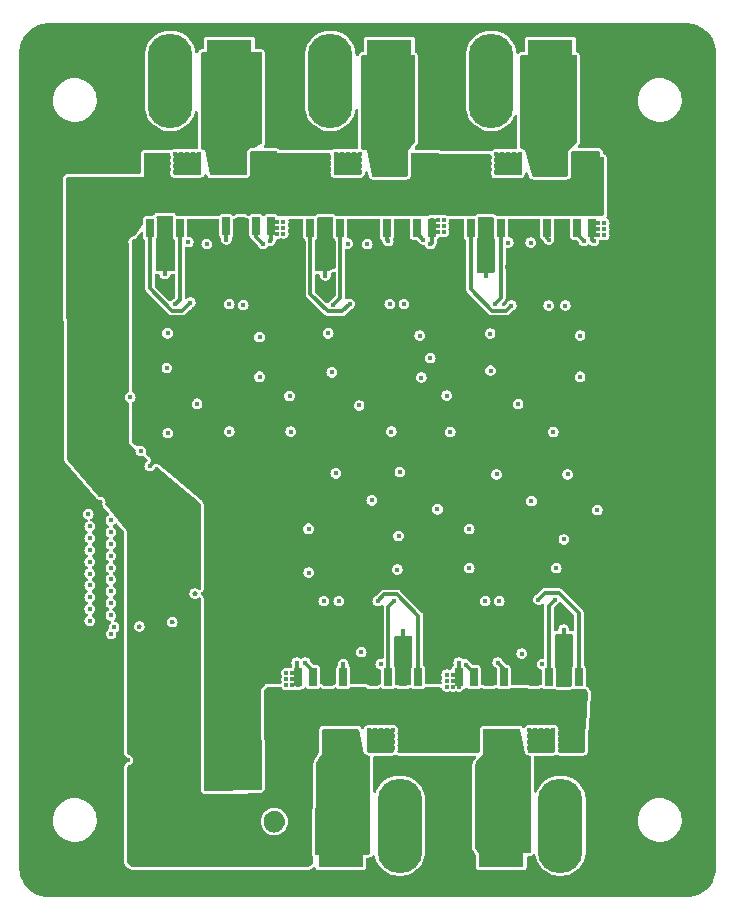
<source format=gbr>
%TF.GenerationSoftware,KiCad,Pcbnew,7.0.11*%
%TF.CreationDate,2025-11-07T14:33:39+09:00*%
%TF.ProjectId,motorDrive,6d6f746f-7244-4726-9976-652e6b696361,rev?*%
%TF.SameCoordinates,Original*%
%TF.FileFunction,Copper,L4,Bot*%
%TF.FilePolarity,Positive*%
%FSLAX46Y46*%
G04 Gerber Fmt 4.6, Leading zero omitted, Abs format (unit mm)*
G04 Created by KiCad (PCBNEW 7.0.11) date 2025-11-07 14:33:39*
%MOMM*%
%LPD*%
G01*
G04 APERTURE LIST*
%TA.AperFunction,ComponentPad*%
%ADD10R,3.800000X7.000000*%
%TD*%
%TA.AperFunction,ComponentPad*%
%ADD11O,3.800000X8.000000*%
%TD*%
%TA.AperFunction,ComponentPad*%
%ADD12R,1.800000X1.800000*%
%TD*%
%TA.AperFunction,ComponentPad*%
%ADD13O,1.800000X1.800000*%
%TD*%
%TA.AperFunction,ComponentPad*%
%ADD14R,3.800000X3.800000*%
%TD*%
%TA.AperFunction,ComponentPad*%
%ADD15C,3.800000*%
%TD*%
%TA.AperFunction,SMDPad,CuDef*%
%ADD16R,0.650000X1.525000*%
%TD*%
%TA.AperFunction,ViaPad*%
%ADD17C,0.400000*%
%TD*%
%TA.AperFunction,Conductor*%
%ADD18C,0.300000*%
%TD*%
G04 APERTURE END LIST*
D10*
%TO.P,J104,1,Pin_1*%
%TO.N,/FL_motor/SB*%
X135850000Y-44093000D03*
D11*
%TO.P,J104,2,Pin_2*%
%TO.N,/FL_motor/OUT_A*%
X130850000Y-44093000D03*
%TD*%
D10*
%TO.P,J103,1,Pin_1*%
%TO.N,/ST_motor/SB*%
X122301000Y-44093000D03*
D11*
%TO.P,J103,2,Pin_2*%
%TO.N,/ST_motor/OUT_A*%
X117301000Y-44093000D03*
%TD*%
D12*
%TO.P,D101,1,A1*%
%TO.N,+BATT*%
X115951000Y-106807000D03*
D13*
%TO.P,D101,2,A2*%
%TO.N,GND*%
X126111000Y-106807000D03*
%TD*%
D14*
%TO.P,J101,1,Pin_1*%
%TO.N,GND*%
X122555000Y-101981000D03*
D15*
%TO.P,J101,2,Pin_2*%
%TO.N,+BATT*%
X117555000Y-101981000D03*
%TD*%
D10*
%TO.P,J107,1,Pin_1*%
%TO.N,/RR_motor/SB*%
X145328000Y-107164000D03*
D11*
%TO.P,J107,2,Pin_2*%
%TO.N,/RR_motor/OUT_A*%
X150328000Y-107164000D03*
%TD*%
D10*
%TO.P,J105,1,Pin_1*%
%TO.N,/FR_motor/SB*%
X149479000Y-44093000D03*
D11*
%TO.P,J105,2,Pin_2*%
%TO.N,/FR_motor/OUT_A*%
X144479000Y-44093000D03*
%TD*%
D10*
%TO.P,J106,1,Pin_1*%
%TO.N,/RL_motor/SB*%
X131739000Y-107164000D03*
D11*
%TO.P,J106,2,Pin_2*%
%TO.N,/RL_motor/OUT_A*%
X136739000Y-107164000D03*
%TD*%
D16*
%TO.P,Q503,1,S1*%
%TO.N,/RL_motor/SB*%
X128143000Y-94594000D03*
%TO.P,Q503,2,G1*%
%TO.N,/RL_motor/GHB*%
X129413000Y-94594000D03*
%TO.P,Q503,3,S2*%
%TO.N,GND*%
X130683000Y-94594000D03*
%TO.P,Q503,4,G2*%
%TO.N,/RL_motor/GLB*%
X131953000Y-94594000D03*
%TO.P,Q503,5,D2_1*%
%TO.N,/RL_motor/SB*%
X131953000Y-99970000D03*
%TO.P,Q503,6,D2_2*%
X130683000Y-99970000D03*
%TO.P,Q503,7,D1_1*%
%TO.N,+BATT*%
X129413000Y-99970000D03*
%TO.P,Q503,8,D1_2*%
X128143000Y-99970000D03*
%TD*%
%TO.P,Q203,1,S1*%
%TO.N,/ST_motor/SB*%
X125857000Y-56409000D03*
%TO.P,Q203,2,G1*%
%TO.N,/ST_motor/GHB*%
X124587000Y-56409000D03*
%TO.P,Q203,3,S2*%
%TO.N,GND*%
X123317000Y-56409000D03*
%TO.P,Q203,4,G2*%
%TO.N,/ST_motor/GLB*%
X122047000Y-56409000D03*
%TO.P,Q203,5,D2_1*%
%TO.N,/ST_motor/SB*%
X122047000Y-51033000D03*
%TO.P,Q203,6,D2_2*%
X123317000Y-51033000D03*
%TO.P,Q203,7,D1_1*%
%TO.N,+BATT*%
X124587000Y-51033000D03*
%TO.P,Q203,8,D1_2*%
X125857000Y-51033000D03*
%TD*%
%TO.P,Q303,1,S1*%
%TO.N,/FL_motor/SB*%
X139446000Y-56536000D03*
%TO.P,Q303,2,G1*%
%TO.N,/FL_motor/GHB*%
X138176000Y-56536000D03*
%TO.P,Q303,3,S2*%
%TO.N,GND*%
X136906000Y-56536000D03*
%TO.P,Q303,4,G2*%
%TO.N,/FL_motor/GLB*%
X135636000Y-56536000D03*
%TO.P,Q303,5,D2_1*%
%TO.N,/FL_motor/SB*%
X135636000Y-51160000D03*
%TO.P,Q303,6,D2_2*%
X136906000Y-51160000D03*
%TO.P,Q303,7,D1_1*%
%TO.N,+BATT*%
X138176000Y-51160000D03*
%TO.P,Q303,8,D1_2*%
X139446000Y-51160000D03*
%TD*%
%TO.P,Q302,1,S1*%
%TO.N,GND*%
X132969000Y-56536000D03*
%TO.P,Q302,2,G1*%
%TO.N,/FL_motor/GLA*%
X131699000Y-56536000D03*
%TO.P,Q302,3,S2*%
%TO.N,/FL_motor/SA*%
X130429000Y-56536000D03*
%TO.P,Q302,4,G2*%
%TO.N,/FL_motor/GHA*%
X129159000Y-56536000D03*
%TO.P,Q302,5,D2_1*%
%TO.N,+BATT*%
X129159000Y-51160000D03*
%TO.P,Q302,6,D2_2*%
X130429000Y-51160000D03*
%TO.P,Q302,7,D1_1*%
%TO.N,/FL_motor/SA*%
X131699000Y-51160000D03*
%TO.P,Q302,8,D1_2*%
X132969000Y-51160000D03*
%TD*%
%TO.P,Q202,1,S1*%
%TO.N,GND*%
X119380000Y-56536000D03*
%TO.P,Q202,2,G1*%
%TO.N,/ST_motor/GLA*%
X118110000Y-56536000D03*
%TO.P,Q202,3,S2*%
%TO.N,/ST_motor/SA*%
X116840000Y-56536000D03*
%TO.P,Q202,4,G2*%
%TO.N,/ST_motor/GHA*%
X115570000Y-56536000D03*
%TO.P,Q202,5,D2_1*%
%TO.N,+BATT*%
X115570000Y-51160000D03*
%TO.P,Q202,6,D2_2*%
X116840000Y-51160000D03*
%TO.P,Q202,7,D1_1*%
%TO.N,/ST_motor/SA*%
X118110000Y-51160000D03*
%TO.P,Q202,8,D1_2*%
X119380000Y-51160000D03*
%TD*%
%TO.P,Q402,1,S1*%
%TO.N,GND*%
X146558000Y-56536000D03*
%TO.P,Q402,2,G1*%
%TO.N,/FR_motor/GLA*%
X145288000Y-56536000D03*
%TO.P,Q402,3,S2*%
%TO.N,/FR_motor/SA*%
X144018000Y-56536000D03*
%TO.P,Q402,4,G2*%
%TO.N,/FR_motor/GHA*%
X142748000Y-56536000D03*
%TO.P,Q402,5,D2_1*%
%TO.N,+BATT*%
X142748000Y-51160000D03*
%TO.P,Q402,6,D2_2*%
X144018000Y-51160000D03*
%TO.P,Q402,7,D1_1*%
%TO.N,/FR_motor/SA*%
X145288000Y-51160000D03*
%TO.P,Q402,8,D1_2*%
X146558000Y-51160000D03*
%TD*%
%TO.P,Q603,1,S1*%
%TO.N,/RR_motor/SB*%
X141732000Y-94594000D03*
%TO.P,Q603,2,G1*%
%TO.N,/RR_motor/GHB*%
X143002000Y-94594000D03*
%TO.P,Q603,3,S2*%
%TO.N,GND*%
X144272000Y-94594000D03*
%TO.P,Q603,4,G2*%
%TO.N,/RR_motor/GLB*%
X145542000Y-94594000D03*
%TO.P,Q603,5,D2_1*%
%TO.N,/RR_motor/SB*%
X145542000Y-99970000D03*
%TO.P,Q603,6,D2_2*%
X144272000Y-99970000D03*
%TO.P,Q603,7,D1_1*%
%TO.N,+BATT*%
X143002000Y-99970000D03*
%TO.P,Q603,8,D1_2*%
X141732000Y-99970000D03*
%TD*%
%TO.P,Q602,1,S1*%
%TO.N,GND*%
X148082000Y-94594000D03*
%TO.P,Q602,2,G1*%
%TO.N,/RR_motor/GLA*%
X149352000Y-94594000D03*
%TO.P,Q602,3,S2*%
%TO.N,/RR_motor/SA*%
X150622000Y-94594000D03*
%TO.P,Q602,4,G2*%
%TO.N,/RR_motor/GHA*%
X151892000Y-94594000D03*
%TO.P,Q602,5,D2_1*%
%TO.N,+BATT*%
X151892000Y-99970000D03*
%TO.P,Q602,6,D2_2*%
X150622000Y-99970000D03*
%TO.P,Q602,7,D1_1*%
%TO.N,/RR_motor/SA*%
X149352000Y-99970000D03*
%TO.P,Q602,8,D1_2*%
X148082000Y-99970000D03*
%TD*%
%TO.P,Q403,1,S1*%
%TO.N,/FR_motor/SB*%
X153035000Y-56536000D03*
%TO.P,Q403,2,G1*%
%TO.N,/FR_motor/GHB*%
X151765000Y-56536000D03*
%TO.P,Q403,3,S2*%
%TO.N,GND*%
X150495000Y-56536000D03*
%TO.P,Q403,4,G2*%
%TO.N,/FR_motor/GLB*%
X149225000Y-56536000D03*
%TO.P,Q403,5,D2_1*%
%TO.N,/FR_motor/SB*%
X149225000Y-51160000D03*
%TO.P,Q403,6,D2_2*%
X150495000Y-51160000D03*
%TO.P,Q403,7,D1_1*%
%TO.N,+BATT*%
X151765000Y-51160000D03*
%TO.P,Q403,8,D1_2*%
X153035000Y-51160000D03*
%TD*%
%TO.P,Q502,1,S1*%
%TO.N,GND*%
X134493000Y-94594000D03*
%TO.P,Q502,2,G1*%
%TO.N,/RL_motor/GLA*%
X135763000Y-94594000D03*
%TO.P,Q502,3,S2*%
%TO.N,/RL_motor/SA*%
X137033000Y-94594000D03*
%TO.P,Q502,4,G2*%
%TO.N,/RL_motor/GHA*%
X138303000Y-94594000D03*
%TO.P,Q502,5,D2_1*%
%TO.N,+BATT*%
X138303000Y-99970000D03*
%TO.P,Q502,6,D2_2*%
X137033000Y-99970000D03*
%TO.P,Q502,7,D1_1*%
%TO.N,/RL_motor/SA*%
X135763000Y-99970000D03*
%TO.P,Q502,8,D1_2*%
X134493000Y-99970000D03*
%TD*%
D17*
%TO.N,GND*%
X144653000Y-91567000D03*
X135636000Y-58801000D03*
X141605000Y-102870000D03*
X149860000Y-59690000D03*
X162433000Y-110363000D03*
X131572000Y-91313000D03*
X139700000Y-47371000D03*
X121920000Y-58801000D03*
X133096000Y-91821000D03*
X135128000Y-58801000D03*
X145669000Y-92583000D03*
X122428000Y-59309000D03*
X121412000Y-60325000D03*
X132588000Y-91313000D03*
X148844000Y-73660000D03*
X142240000Y-88265000D03*
X157353000Y-74930000D03*
X132588000Y-91821000D03*
X131064000Y-91313000D03*
X117496981Y-60645862D03*
X112903000Y-94107000D03*
X105400000Y-71500000D03*
X105800000Y-74500000D03*
X135636000Y-58293000D03*
X147574000Y-111887000D03*
X105537000Y-58166000D03*
X139446000Y-60071000D03*
X148336000Y-60198000D03*
X136144000Y-59817000D03*
X131149000Y-60452000D03*
X113100000Y-104200000D03*
X161290000Y-65659000D03*
X141732000Y-90551000D03*
X120904000Y-59817000D03*
X136144000Y-58293000D03*
X137668000Y-68199000D03*
X146177000Y-91059000D03*
X134620000Y-59817000D03*
X119126000Y-74803000D03*
X132588000Y-90805000D03*
X162306000Y-100965000D03*
X147447000Y-56007000D03*
X110744000Y-50292000D03*
X149352000Y-58166000D03*
X135128000Y-111252000D03*
X150495000Y-88646000D03*
X141605000Y-60325000D03*
X151638000Y-67691000D03*
X146685000Y-90551000D03*
X144018000Y-67056000D03*
X150749000Y-71628000D03*
X146558000Y-75057000D03*
X136779000Y-84328000D03*
X140843000Y-93345000D03*
X145669000Y-91059000D03*
X141605000Y-107442000D03*
X131572000Y-91821000D03*
X121539000Y-73914000D03*
X135128000Y-60325000D03*
X121412000Y-58801000D03*
X134620000Y-60325000D03*
X126619000Y-58039000D03*
X127889000Y-85979000D03*
X124841000Y-81915000D03*
X125730000Y-42672000D03*
X112300000Y-100600000D03*
X132588000Y-92329000D03*
X127254000Y-92964000D03*
X132031868Y-74187950D03*
X128143000Y-90932000D03*
X133096000Y-90805000D03*
X121920000Y-59817000D03*
X105537000Y-90551000D03*
X122428000Y-58293000D03*
X110490000Y-41148000D03*
X139700000Y-45847000D03*
X106553000Y-51689000D03*
X162941000Y-41656000D03*
X156337000Y-88773000D03*
X145838000Y-59817000D03*
X135636000Y-59309000D03*
X148844000Y-59690000D03*
X142875000Y-109474000D03*
X135128000Y-59309000D03*
X148844000Y-58674000D03*
X124333000Y-67437000D03*
X148844000Y-60198000D03*
X156337000Y-99314000D03*
X110900000Y-103200000D03*
X141478000Y-61849000D03*
X144653000Y-91059000D03*
X149352000Y-59182000D03*
X113700000Y-101600000D03*
X145669000Y-91567000D03*
X146685000Y-91059000D03*
X162306000Y-95250000D03*
X152146000Y-73914000D03*
X136144000Y-60325000D03*
X149352000Y-60198000D03*
X131064000Y-92837000D03*
X125730000Y-60452000D03*
X133096000Y-91313000D03*
X144653000Y-92075000D03*
X135636000Y-59817000D03*
X153162000Y-59944000D03*
X135636000Y-60325000D03*
X157480000Y-52959000D03*
X132080000Y-92837000D03*
X157353000Y-67691000D03*
X121412000Y-59817000D03*
X119380000Y-87503000D03*
X149860000Y-58674000D03*
X135128000Y-59817000D03*
X131064000Y-92329000D03*
X140208000Y-57912000D03*
X128270000Y-56134000D03*
X136144000Y-58801000D03*
X157353000Y-82169000D03*
X112903000Y-110363000D03*
X105410000Y-110744000D03*
X106045000Y-66802000D03*
X105156000Y-41656000D03*
X126111000Y-70866000D03*
X149987000Y-90424000D03*
X118237000Y-77724000D03*
X146685000Y-91567000D03*
X144653000Y-90551000D03*
X122428000Y-58801000D03*
X145669000Y-92075000D03*
X152146000Y-49530000D03*
X136144000Y-59309000D03*
X125730000Y-45212000D03*
X145161000Y-92075000D03*
X149352000Y-58674000D03*
X154051000Y-47498000D03*
X156337000Y-93599000D03*
X126492000Y-40640000D03*
X138811000Y-62738000D03*
X113919000Y-41656000D03*
X149860000Y-59182000D03*
X146177000Y-91567000D03*
X115570000Y-76708000D03*
X121158000Y-86360000D03*
X132588000Y-92837000D03*
X123825000Y-62357000D03*
X131572000Y-92329000D03*
X146177000Y-90551000D03*
X107188000Y-102235000D03*
X148336000Y-59690000D03*
X127635000Y-61468000D03*
X117475000Y-89916000D03*
X122428000Y-59817000D03*
X144653000Y-92583000D03*
X111379000Y-79756000D03*
X162179000Y-89916000D03*
X157607000Y-60833000D03*
X142748000Y-101727000D03*
X117475000Y-67437000D03*
X122428000Y-60325000D03*
X148336000Y-59182000D03*
X140208000Y-111887000D03*
X131064000Y-67437000D03*
X125730000Y-46863000D03*
X121920000Y-59309000D03*
X131572000Y-92837000D03*
X132080000Y-92329000D03*
X149860000Y-60198000D03*
X154432000Y-111125000D03*
X152273000Y-41529000D03*
X105900000Y-81200000D03*
X148844000Y-59182000D03*
X125222000Y-86233000D03*
X162052000Y-81026000D03*
X139700000Y-42799000D03*
X114221380Y-57706380D03*
X121920000Y-58293000D03*
X161798000Y-56642000D03*
X132080000Y-91821000D03*
X134620000Y-58801000D03*
X145161000Y-90551000D03*
X120650000Y-93472000D03*
X145161000Y-92583000D03*
X127254000Y-83566000D03*
X114681000Y-90297000D03*
X121412000Y-59309000D03*
X115062000Y-62865000D03*
X121920000Y-60325000D03*
X146177000Y-92075000D03*
X149860000Y-58166000D03*
X128524000Y-111506000D03*
X161290000Y-71628000D03*
X140335000Y-40386000D03*
X132080000Y-91313000D03*
X141478000Y-105029000D03*
X129413000Y-83566000D03*
X131064000Y-90805000D03*
X140843000Y-75184000D03*
X154178000Y-58166000D03*
X113411000Y-51689000D03*
X120904000Y-60325000D03*
X150114000Y-84328000D03*
X152146000Y-62484000D03*
X139192000Y-73914000D03*
X149352000Y-59690000D03*
X141605000Y-56007000D03*
X131572000Y-90805000D03*
X131064000Y-91821000D03*
X145161000Y-91567000D03*
X105700000Y-86300000D03*
X134620000Y-59309000D03*
X141605000Y-72136000D03*
X145669000Y-90551000D03*
X120904000Y-59309000D03*
X142748000Y-83566000D03*
X145161000Y-91059000D03*
X146177000Y-92583000D03*
X132080000Y-90805000D03*
X125984000Y-93472000D03*
%TO.N,Net-(IC201-V5)*%
X119574120Y-71433062D03*
X124860000Y-69140000D03*
X117018909Y-68401091D03*
%TO.N,/ST_motor/SA*%
X118745000Y-50800000D03*
X118237000Y-50292000D03*
X119761000Y-51308000D03*
X116840000Y-60452000D03*
X119761000Y-50292000D03*
X116332000Y-59944000D03*
X117729000Y-51308000D03*
X117348000Y-59944000D03*
X118237000Y-51816000D03*
X119253000Y-50292000D03*
X118745000Y-51308000D03*
X119253000Y-51308000D03*
X119253000Y-51816000D03*
X117729000Y-50800000D03*
X117729000Y-50292000D03*
X118745000Y-51816000D03*
X116840000Y-59944000D03*
X118237000Y-51308000D03*
X119253000Y-50800000D03*
X116332000Y-59436000D03*
X119761000Y-51816000D03*
X118745000Y-50292000D03*
X117348000Y-59436000D03*
X118237000Y-50800000D03*
X116840000Y-59436000D03*
X119761000Y-50800000D03*
X117729000Y-51816000D03*
%TO.N,/ST_motor/SB*%
X126873000Y-57023000D03*
X122682000Y-51562000D03*
X126365000Y-56515000D03*
X126873000Y-56007000D03*
X126873000Y-56515000D03*
X125857000Y-56515000D03*
X125730000Y-57658000D03*
X121666000Y-51562000D03*
X122682000Y-50546000D03*
X122174000Y-51562000D03*
X122682000Y-51054000D03*
X122174000Y-50546000D03*
X126365000Y-57023000D03*
X121666000Y-51054000D03*
X122174000Y-51054000D03*
X125857000Y-56007000D03*
X126365000Y-56007000D03*
X121666000Y-50546000D03*
X125857000Y-57023000D03*
%TO.N,+BATT*%
X116205000Y-96393000D03*
X117729000Y-96393000D03*
X138430000Y-65659000D03*
X152019000Y-51054000D03*
X117729000Y-96901000D03*
X138811000Y-50800000D03*
X124841000Y-51054000D03*
X138811000Y-51308000D03*
X118745000Y-96901000D03*
X124841000Y-50546000D03*
X124860000Y-65786000D03*
X138303000Y-52324000D03*
X128270000Y-100330000D03*
X153035000Y-51054000D03*
X128778000Y-109982000D03*
X124841000Y-52070000D03*
X138303000Y-51816000D03*
X117080000Y-65470000D03*
X139319000Y-51308000D03*
X118237000Y-96901000D03*
X116205000Y-96901000D03*
X142367000Y-99314000D03*
X116713000Y-96393000D03*
X152019000Y-50546000D03*
X124841000Y-51562000D03*
X149987000Y-85344000D03*
X128270000Y-99314000D03*
X153035000Y-51562000D03*
X114046000Y-94615000D03*
X125349000Y-52070000D03*
X128270000Y-99822000D03*
X142875000Y-100330000D03*
X129286000Y-99822000D03*
X141859000Y-99822000D03*
X142367000Y-100330000D03*
X141859000Y-98806000D03*
X152527000Y-50546000D03*
X125857000Y-51562000D03*
X141859000Y-99314000D03*
X138811000Y-52324000D03*
X125349000Y-50546000D03*
X119253000Y-96393000D03*
X138303000Y-51308000D03*
X130680000Y-65470000D03*
X152527000Y-51054000D03*
X138811000Y-51816000D03*
X128778000Y-99314000D03*
X142367000Y-99822000D03*
X119253000Y-97409000D03*
X116713000Y-96901000D03*
X125857000Y-52070000D03*
X153035000Y-52070000D03*
X139319000Y-52324000D03*
X128778000Y-99822000D03*
X128778000Y-100330000D03*
X139319000Y-51816000D03*
X138303000Y-50800000D03*
X141859000Y-100330000D03*
X142875000Y-98806000D03*
X118237000Y-97409000D03*
X144380000Y-65490000D03*
X136525000Y-85471000D03*
X128778000Y-98806000D03*
X129032000Y-85725000D03*
X152527000Y-51562000D03*
X125857000Y-50546000D03*
X116713000Y-97409000D03*
X117221000Y-96901000D03*
X120396000Y-109855000D03*
X142367000Y-98806000D03*
X129286000Y-98806000D03*
X152527000Y-52070000D03*
X117221000Y-96393000D03*
X118745000Y-96393000D03*
X129286000Y-99314000D03*
X118745000Y-97409000D03*
X125857000Y-51054000D03*
X142621000Y-85344000D03*
X117221000Y-97409000D03*
X116205000Y-97409000D03*
X117729000Y-97409000D03*
X152019000Y-52070000D03*
X125349000Y-51054000D03*
X142875000Y-99822000D03*
X118237000Y-96393000D03*
X152000000Y-65659000D03*
X119253000Y-96901000D03*
X152019000Y-51562000D03*
X125349000Y-51562000D03*
X128270000Y-98806000D03*
X153035000Y-50546000D03*
X139319000Y-50800000D03*
X142875000Y-99314000D03*
X129286000Y-100330000D03*
%TO.N,+3.3V*%
X147828000Y-57785000D03*
X133477000Y-92456000D03*
X110363000Y-80772000D03*
X114808000Y-75438000D03*
X147066000Y-92583000D03*
X133985000Y-57912000D03*
X120396000Y-57912000D03*
%TO.N,Net-(IC301-V5)*%
X133290000Y-71580000D03*
X138557000Y-69215000D03*
X130978409Y-68771591D03*
%TO.N,/FL_motor/SA*%
X133350000Y-50800000D03*
X132334000Y-51308000D03*
X131318000Y-50800000D03*
X129794000Y-59944000D03*
X132842000Y-50800000D03*
X130810000Y-59436000D03*
X132842000Y-51308000D03*
X132842000Y-51816000D03*
X131318000Y-51308000D03*
X133350000Y-50292000D03*
X130810000Y-59944000D03*
X132334000Y-50292000D03*
X131826000Y-51816000D03*
X133350000Y-51308000D03*
X131318000Y-50292000D03*
X133350000Y-51816000D03*
X131826000Y-50800000D03*
X130302000Y-59944000D03*
X132334000Y-51816000D03*
X132842000Y-50292000D03*
X131318000Y-51816000D03*
X130302000Y-59436000D03*
X132334000Y-50800000D03*
X131826000Y-50292000D03*
X130429000Y-60579000D03*
X129794000Y-59436000D03*
X131826000Y-51308000D03*
%TO.N,/FL_motor/SB*%
X135255000Y-51054000D03*
X136271000Y-50546000D03*
X140462000Y-56896000D03*
X140462000Y-55880000D03*
X136271000Y-51562000D03*
X139954000Y-56896000D03*
X139446000Y-56896000D03*
X135763000Y-51562000D03*
X139446000Y-56388000D03*
X136271000Y-51054000D03*
X139954000Y-55880000D03*
X139954000Y-56388000D03*
X135763000Y-50546000D03*
X139446000Y-55880000D03*
X139319000Y-57912000D03*
X135255000Y-50546000D03*
X135255000Y-51562000D03*
X135763000Y-51054000D03*
X140462000Y-56388000D03*
%TO.N,Net-(IC401-V5)*%
X152000000Y-69140000D03*
X144422909Y-68627091D03*
X146753000Y-71458476D03*
%TO.N,/FR_motor/SA*%
X143637000Y-59563000D03*
X144145000Y-60071000D03*
X144018000Y-60579000D03*
X144653000Y-59563000D03*
X144653000Y-60071000D03*
X146431000Y-51816000D03*
X145415000Y-51308000D03*
X145415000Y-50800000D03*
X146431000Y-50800000D03*
X146939000Y-50292000D03*
X146939000Y-51816000D03*
X146939000Y-50800000D03*
X144907000Y-51308000D03*
X144907000Y-50800000D03*
X145415000Y-51816000D03*
X145923000Y-50800000D03*
X145923000Y-51308000D03*
X144907000Y-51816000D03*
X145923000Y-51816000D03*
X146431000Y-51308000D03*
X145923000Y-50292000D03*
X146939000Y-51308000D03*
X143637000Y-60071000D03*
X144145000Y-59563000D03*
X145415000Y-50292000D03*
X144907000Y-50292000D03*
X146431000Y-50292000D03*
%TO.N,/FR_motor/SB*%
X153162000Y-57658000D03*
X153035000Y-56134000D03*
X154051000Y-56134000D03*
X149352000Y-50546000D03*
X149860000Y-51562000D03*
X149352000Y-51054000D03*
X153543000Y-56642000D03*
X154051000Y-57150000D03*
X148844000Y-51054000D03*
X153035000Y-57150000D03*
X153543000Y-56134000D03*
X153543000Y-57150000D03*
X148844000Y-51562000D03*
X149860000Y-50546000D03*
X148844000Y-50546000D03*
X154051000Y-56642000D03*
X153035000Y-56642000D03*
X149352000Y-51562000D03*
X149860000Y-51054000D03*
%TO.N,Net-(IC501-V5)*%
X134365409Y-79605409D03*
X136630000Y-82620000D03*
X129020000Y-82010000D03*
%TO.N,/RL_motor/SA*%
X136144000Y-100584000D03*
X136525000Y-91313000D03*
X135636000Y-100076000D03*
X136144000Y-99060000D03*
X137033000Y-91821000D03*
X137033000Y-90678000D03*
X135636000Y-99568000D03*
X134112000Y-99060000D03*
X134620000Y-99568000D03*
X136144000Y-100076000D03*
X134620000Y-99060000D03*
X136144000Y-99568000D03*
X135636000Y-100584000D03*
X137541000Y-91821000D03*
X135128000Y-100076000D03*
X134620000Y-100076000D03*
X134620000Y-100584000D03*
X137541000Y-91313000D03*
X137033000Y-91313000D03*
X135128000Y-100584000D03*
X135128000Y-99060000D03*
X134112000Y-100584000D03*
X136525000Y-91821000D03*
X135128000Y-99568000D03*
X134112000Y-100076000D03*
X135636000Y-99060000D03*
X134112000Y-99568000D03*
%TO.N,/RL_motor/SB*%
X131826000Y-99695000D03*
X128143000Y-94742000D03*
X131318000Y-99695000D03*
X132334000Y-100203000D03*
X128143000Y-95250000D03*
X131826000Y-100711000D03*
X127635000Y-95250000D03*
X131826000Y-100203000D03*
X127127000Y-94742000D03*
X131318000Y-100711000D03*
X132334000Y-99695000D03*
X132334000Y-100711000D03*
X127635000Y-94742000D03*
X128143000Y-94234000D03*
X131318000Y-100203000D03*
X127127000Y-94234000D03*
X127635000Y-94234000D03*
X127127000Y-95250000D03*
X128016000Y-93345000D03*
%TO.N,Net-(IC601-V5)*%
X150633591Y-82919409D03*
X147887950Y-79671868D03*
X142621000Y-82042000D03*
%TO.N,/RR_motor/SA*%
X150241000Y-91313000D03*
X147701000Y-99568000D03*
X148209000Y-99568000D03*
X149733000Y-99060000D03*
X149225000Y-100584000D03*
X149733000Y-100584000D03*
X150241000Y-91821000D03*
X148209000Y-100076000D03*
X148717000Y-100076000D03*
X148717000Y-99060000D03*
X149733000Y-100076000D03*
X149733000Y-99568000D03*
X151257000Y-91821000D03*
X147701000Y-100076000D03*
X151257000Y-91313000D03*
X148209000Y-99060000D03*
X148717000Y-99568000D03*
X150749000Y-91821000D03*
X150749000Y-91313000D03*
X148209000Y-100584000D03*
X147701000Y-100584000D03*
X148717000Y-100584000D03*
X149225000Y-100076000D03*
X149225000Y-99568000D03*
X149225000Y-99060000D03*
X150622000Y-90551000D03*
X147701000Y-99060000D03*
%TO.N,/RR_motor/SB*%
X145542000Y-100584000D03*
X145034000Y-100076000D03*
X141224000Y-95377000D03*
X145034000Y-99568000D03*
X141224000Y-94361000D03*
X146050000Y-99568000D03*
X141224000Y-94869000D03*
X141732000Y-94869000D03*
X146050000Y-100076000D03*
X141732000Y-95377000D03*
X145034000Y-100584000D03*
X141732000Y-93345000D03*
X146050000Y-100584000D03*
X140716000Y-94869000D03*
X145542000Y-99568000D03*
X140716000Y-94361000D03*
X145542000Y-100076000D03*
X140716000Y-95377000D03*
X141732000Y-94361000D03*
%TO.N,/ST_motor/GLB*%
X122047000Y-57531000D03*
X123474246Y-63087735D03*
%TO.N,/ST_motor/GHB*%
X122301000Y-62992000D03*
X125152000Y-57912000D03*
%TO.N,/ST_motor/GHA*%
X118999000Y-62865000D03*
%TO.N,/ST_motor/GLA*%
X117714591Y-63006409D03*
%TO.N,/ST_SR*%
X117094000Y-73914000D03*
X110490000Y-81810000D03*
%TO.N,/ST_PWM*%
X122301000Y-73787000D03*
X112280000Y-82310000D03*
%TO.N,/ST_CS*%
X118834686Y-57741067D03*
X110490000Y-82810000D03*
%TO.N,/FL_motor/GLB*%
X135763000Y-57658000D03*
X137088000Y-62992000D03*
%TO.N,/FL_motor/GHB*%
X135890000Y-62992000D03*
X138741000Y-57531000D03*
%TO.N,/FL_motor/GHA*%
X132492557Y-62982920D03*
%TO.N,/FL_motor/GLA*%
X131117091Y-63065909D03*
%TO.N,/FL_PHESE*%
X127411377Y-70764000D03*
X112280000Y-83310000D03*
%TO.N,/FL_SR*%
X127508000Y-73787000D03*
X110490000Y-83820000D03*
%TO.N,/FL_CS*%
X110490000Y-84810000D03*
X132334536Y-57869239D03*
X139319000Y-67564000D03*
%TO.N,/FR_motor/GLB*%
X149352000Y-57531000D03*
X150749000Y-63119000D03*
%TO.N,/FR_motor/GHB*%
X149352000Y-63119000D03*
X152330000Y-57658000D03*
%TO.N,/FR_motor/GHA*%
X146177000Y-63119000D03*
%TO.N,/FR_motor/GLA*%
X144780000Y-62992000D03*
%TO.N,/FR_PHESE*%
X112280000Y-85310000D03*
X140716000Y-70739000D03*
%TO.N,/FR_SR*%
X110490000Y-85810000D03*
X141000377Y-73812000D03*
%TO.N,/FR_CS*%
X145923000Y-57785000D03*
X110490000Y-86810000D03*
%TO.N,/RL_motor/GLB*%
X130302000Y-88138000D03*
X131953000Y-93472000D03*
%TO.N,/RL_motor/GHB*%
X131572000Y-88138000D03*
X128721000Y-93345000D03*
%TO.N,/RL_motor/GHA*%
X134874000Y-88138000D03*
%TO.N,/RL_motor/GLA*%
X136285409Y-88123591D03*
%TO.N,/RL_PHESE*%
X139920000Y-80366000D03*
X112280000Y-88310000D03*
%TO.N,/RL_SR*%
X136745909Y-77224909D03*
X110490000Y-87810000D03*
%TO.N,/RL_CS*%
X110490000Y-88810000D03*
X135128000Y-93472000D03*
%TO.N,/RR_motor/GLB*%
X145034000Y-93345000D03*
X143963000Y-88138000D03*
%TO.N,/RR_motor/GHB*%
X142310796Y-93522325D03*
X145161000Y-88138000D03*
%TO.N,/RR_motor/GHA*%
X148463000Y-88011000D03*
%TO.N,/RR_motor/GLA*%
X149860000Y-88011000D03*
%TO.N,/RR_PHESE*%
X112546201Y-90356027D03*
X153460000Y-80430000D03*
%TO.N,/RR_SR*%
X150946000Y-77418000D03*
X110490000Y-89810000D03*
%TO.N,/RR_CS*%
X148802000Y-93472000D03*
X112293339Y-90900145D03*
%TO.N,/ST_PHESE*%
X113919000Y-70866000D03*
X112280000Y-81310000D03*
%TO.N,/FL_PWM*%
X136017000Y-73787000D03*
X112280000Y-84310000D03*
%TO.N,/FR_PWM*%
X112280000Y-86310000D03*
X149733000Y-73812000D03*
%TO.N,/RL_PWM*%
X112280000Y-87310000D03*
X131318000Y-77318000D03*
%TO.N,/RR_PWM*%
X144930000Y-77420000D03*
X112280000Y-89360000D03*
%TD*%
D18*
%TO.N,/ST_motor/SA*%
X116840000Y-59944000D02*
X116840000Y-60452000D01*
X116840000Y-59436000D02*
X116840000Y-59944000D01*
X116840000Y-56536000D02*
X116840000Y-59436000D01*
%TO.N,/ST_motor/SB*%
X125857000Y-56409000D02*
X125857000Y-56515000D01*
X125857000Y-57531000D02*
X125730000Y-57658000D01*
X125857000Y-57023000D02*
X125857000Y-57531000D01*
X125857000Y-56515000D02*
X125857000Y-57023000D01*
%TO.N,/FL_motor/SA*%
X130429000Y-59309000D02*
X130302000Y-59436000D01*
X130302000Y-59944000D02*
X130429000Y-60071000D01*
X130302000Y-59436000D02*
X130429000Y-59563000D01*
X130429000Y-56536000D02*
X130429000Y-59309000D01*
X130429000Y-60071000D02*
X130429000Y-60579000D01*
X130429000Y-59563000D02*
X130429000Y-59817000D01*
X130429000Y-59817000D02*
X130302000Y-59944000D01*
%TO.N,/FL_motor/SB*%
X139446000Y-57785000D02*
X139319000Y-57912000D01*
X139446000Y-56388000D02*
X139446000Y-56896000D01*
X139446000Y-56896000D02*
X139446000Y-57785000D01*
X139446000Y-56536000D02*
X139446000Y-56388000D01*
%TO.N,/FR_motor/SA*%
X144018000Y-60198000D02*
X144018000Y-60579000D01*
X144018000Y-56536000D02*
X144018000Y-59436000D01*
X144145000Y-60071000D02*
X144018000Y-60198000D01*
X144018000Y-59690000D02*
X144018000Y-59944000D01*
X144018000Y-59944000D02*
X144145000Y-60071000D01*
X144018000Y-59436000D02*
X144145000Y-59563000D01*
X144145000Y-59563000D02*
X144018000Y-59690000D01*
%TO.N,/FR_motor/SB*%
X153035000Y-57531000D02*
X153162000Y-57658000D01*
X153035000Y-56642000D02*
X153035000Y-57150000D01*
X153035000Y-56536000D02*
X153035000Y-56642000D01*
X153035000Y-57150000D02*
X153035000Y-57531000D01*
%TO.N,/RL_motor/SA*%
X137033000Y-94594000D02*
X137033000Y-91821000D01*
X137033000Y-91313000D02*
X137033000Y-90678000D01*
X137033000Y-91821000D02*
X137033000Y-91313000D01*
%TO.N,/RL_motor/SB*%
X128143000Y-94742000D02*
X128291000Y-94742000D01*
X128016000Y-93345000D02*
X128016000Y-94107000D01*
X128291000Y-94742000D02*
X128143000Y-94594000D01*
X128143000Y-94234000D02*
X128016000Y-94361000D01*
X128016000Y-94467000D02*
X128143000Y-94594000D01*
X128016000Y-94361000D02*
X128016000Y-94467000D01*
X128143000Y-94594000D02*
X128143000Y-94742000D01*
X128016000Y-94107000D02*
X128143000Y-94234000D01*
%TO.N,/RR_motor/SA*%
X150749000Y-91821000D02*
X150622000Y-91694000D01*
X150622000Y-91186000D02*
X150622000Y-90551000D01*
X150622000Y-91948000D02*
X150749000Y-91821000D01*
X150622000Y-91694000D02*
X150622000Y-91440000D01*
X150622000Y-91440000D02*
X150749000Y-91313000D01*
X150749000Y-91313000D02*
X150622000Y-91186000D01*
X150622000Y-94594000D02*
X150622000Y-91948000D01*
%TO.N,/RR_motor/SB*%
X141732000Y-94361000D02*
X141732000Y-93345000D01*
X141732000Y-94869000D02*
X141732000Y-94361000D01*
X141732000Y-94594000D02*
X141732000Y-94869000D01*
%TO.N,/ST_motor/GLB*%
X122047000Y-56409000D02*
X122047000Y-57531000D01*
%TO.N,/ST_motor/GHB*%
X124587000Y-56409000D02*
X124587000Y-57347000D01*
X124587000Y-57347000D02*
X125152000Y-57912000D01*
%TO.N,/ST_motor/GHA*%
X118999000Y-62865000D02*
X118307591Y-63556409D01*
X115570000Y-61639636D02*
X115570000Y-56536000D01*
X118307591Y-63556409D02*
X117486773Y-63556409D01*
X117486773Y-63556409D02*
X115570000Y-61639636D01*
%TO.N,/ST_motor/GLA*%
X118110000Y-56536000D02*
X118110000Y-62611000D01*
X118110000Y-62611000D02*
X117714591Y-63006409D01*
%TO.N,/FL_motor/GLB*%
X135636000Y-56536000D02*
X135636000Y-57531000D01*
X135636000Y-57531000D02*
X135763000Y-57658000D01*
%TO.N,/FL_motor/GHB*%
X138176000Y-56966000D02*
X138741000Y-57531000D01*
X138176000Y-56536000D02*
X138176000Y-56966000D01*
%TO.N,/FL_motor/GHA*%
X132492557Y-62982920D02*
X131859568Y-63615909D01*
X130671909Y-63615909D02*
X129159000Y-62103000D01*
X129159000Y-62103000D02*
X129159000Y-56536000D01*
X131859568Y-63615909D02*
X130671909Y-63615909D01*
%TO.N,/FL_motor/GLA*%
X131699000Y-62484000D02*
X131117091Y-63065909D01*
X131699000Y-56536000D02*
X131699000Y-62484000D01*
%TO.N,/FR_motor/GLB*%
X149225000Y-57404000D02*
X149352000Y-57531000D01*
X149225000Y-56536000D02*
X149225000Y-57404000D01*
%TO.N,/FR_motor/GHB*%
X151765000Y-57093000D02*
X152330000Y-57658000D01*
X151765000Y-56536000D02*
X151765000Y-57093000D01*
%TO.N,/FR_motor/GHA*%
X144552182Y-63542000D02*
X145754000Y-63542000D01*
X142748000Y-56536000D02*
X142748000Y-61737818D01*
X142748000Y-61737818D02*
X144552182Y-63542000D01*
X145754000Y-63542000D02*
X146177000Y-63119000D01*
%TO.N,/FR_motor/GLA*%
X144780000Y-62992000D02*
X145288000Y-62484000D01*
X145288000Y-62484000D02*
X145288000Y-56536000D01*
%TO.N,/RL_motor/GLB*%
X131953000Y-94594000D02*
X131953000Y-93472000D01*
%TO.N,/RL_motor/GHB*%
X129413000Y-94037000D02*
X128721000Y-93345000D01*
X129413000Y-94594000D02*
X129413000Y-94037000D01*
%TO.N,/RL_motor/GHA*%
X138303000Y-89363364D02*
X136513227Y-87573591D01*
X138303000Y-94594000D02*
X138303000Y-89363364D01*
X135438409Y-87573591D02*
X134874000Y-88138000D01*
X136513227Y-87573591D02*
X135438409Y-87573591D01*
%TO.N,/RL_motor/GLA*%
X135763000Y-88646000D02*
X136285409Y-88123591D01*
X135763000Y-94594000D02*
X135763000Y-88646000D01*
%TO.N,/RR_motor/GLB*%
X145542000Y-93853000D02*
X145034000Y-93345000D01*
X145542000Y-94594000D02*
X145542000Y-93853000D01*
%TO.N,/RR_motor/GHB*%
X143002000Y-94213529D02*
X142310796Y-93522325D01*
X143002000Y-94594000D02*
X143002000Y-94213529D01*
%TO.N,/RR_motor/GHA*%
X151892000Y-89154000D02*
X151892000Y-94594000D01*
X148463000Y-88011000D02*
X149013000Y-87461000D01*
X150199000Y-87461000D02*
X151892000Y-89154000D01*
X149013000Y-87461000D02*
X150199000Y-87461000D01*
%TO.N,/RR_motor/GLA*%
X149860000Y-88011000D02*
X149352000Y-88519000D01*
X149352000Y-88519000D02*
X149352000Y-94594000D01*
%TD*%
%TA.AperFunction,Conductor*%
%TO.N,GND*%
G36*
X126205224Y-105914110D02*
G01*
X126345691Y-105940368D01*
X126367688Y-105946627D01*
X126500939Y-105998248D01*
X126521412Y-106008443D01*
X126642901Y-106083665D01*
X126661153Y-106097449D01*
X126766754Y-106193717D01*
X126782165Y-106210622D01*
X126782168Y-106210626D01*
X126868284Y-106324660D01*
X126880326Y-106344109D01*
X126928701Y-106441259D01*
X126944013Y-106472011D01*
X126952278Y-106493345D01*
X126991385Y-106630785D01*
X126995590Y-106653281D01*
X127008773Y-106795559D01*
X127008773Y-106818439D01*
X126995590Y-106960717D01*
X126991385Y-106983212D01*
X126952281Y-107120644D01*
X126944016Y-107141979D01*
X126880328Y-107269885D01*
X126868281Y-107289342D01*
X126782168Y-107403373D01*
X126766752Y-107420283D01*
X126661161Y-107516542D01*
X126642900Y-107530332D01*
X126521410Y-107605555D01*
X126500930Y-107615753D01*
X126367694Y-107667369D01*
X126345688Y-107673630D01*
X126205226Y-107699888D01*
X126182440Y-107702000D01*
X126039561Y-107702000D01*
X126016776Y-107699889D01*
X125876311Y-107673631D01*
X125854307Y-107667370D01*
X125721063Y-107615751D01*
X125700588Y-107605555D01*
X125579098Y-107530332D01*
X125560837Y-107516542D01*
X125455240Y-107420277D01*
X125439830Y-107403373D01*
X125353711Y-107289335D01*
X125341672Y-107269890D01*
X125277982Y-107141984D01*
X125269720Y-107120657D01*
X125230610Y-106983202D01*
X125226409Y-106960728D01*
X125213225Y-106818438D01*
X125213225Y-106795559D01*
X125226409Y-106653271D01*
X125230611Y-106630794D01*
X125269720Y-106493343D01*
X125277976Y-106472029D01*
X125341677Y-106344098D01*
X125353713Y-106324660D01*
X125439831Y-106210623D01*
X125455241Y-106193720D01*
X125560846Y-106097448D01*
X125579089Y-106083671D01*
X125700590Y-106008440D01*
X125721058Y-105998248D01*
X125854314Y-105946625D01*
X125876308Y-105940367D01*
X125985763Y-105919907D01*
X126016772Y-105914111D01*
X126039556Y-105912000D01*
X126182440Y-105912000D01*
X126205224Y-105914110D01*
G37*
%TD.AperFunction*%
%TA.AperFunction,Conductor*%
G36*
X150423308Y-88251701D02*
G01*
X151455181Y-89283574D01*
X151488666Y-89344897D01*
X151491500Y-89371255D01*
X151491500Y-90568042D01*
X151471815Y-90635081D01*
X151419011Y-90680836D01*
X151349853Y-90690780D01*
X151332586Y-90687025D01*
X151332003Y-90686854D01*
X151331978Y-90686848D01*
X151260001Y-90676500D01*
X151260000Y-90676500D01*
X151201133Y-90676500D01*
X151134094Y-90656815D01*
X151088339Y-90604011D01*
X151078706Y-90559733D01*
X151078395Y-90559778D01*
X151077768Y-90555422D01*
X151077133Y-90552500D01*
X151077133Y-90551000D01*
X151058697Y-90422774D01*
X151056050Y-90416979D01*
X151004882Y-90304937D01*
X150920049Y-90207033D01*
X150811069Y-90136996D01*
X150811065Y-90136994D01*
X150811064Y-90136994D01*
X150686774Y-90100500D01*
X150686772Y-90100500D01*
X150557228Y-90100500D01*
X150557226Y-90100500D01*
X150432935Y-90136994D01*
X150432932Y-90136995D01*
X150432931Y-90136996D01*
X150406524Y-90153967D01*
X150323950Y-90207033D01*
X150239118Y-90304937D01*
X150239117Y-90304938D01*
X150185302Y-90422774D01*
X150166867Y-90551000D01*
X150166867Y-90552500D01*
X150166444Y-90553938D01*
X150165605Y-90559778D01*
X150164765Y-90559657D01*
X150147182Y-90619539D01*
X150094378Y-90665294D01*
X150042867Y-90676500D01*
X149983997Y-90676500D01*
X149929685Y-90682339D01*
X149902858Y-90688175D01*
X149833167Y-90683191D01*
X149777233Y-90641319D01*
X149752816Y-90575855D01*
X149752500Y-90567009D01*
X149752500Y-88736253D01*
X149772185Y-88669214D01*
X149788815Y-88648576D01*
X149974762Y-88462628D01*
X150027506Y-88431334D01*
X150049069Y-88425004D01*
X150049072Y-88425001D01*
X150049075Y-88425001D01*
X150158048Y-88354968D01*
X150158048Y-88354967D01*
X150158049Y-88354967D01*
X150241913Y-88258180D01*
X150300690Y-88220405D01*
X150370560Y-88220404D01*
X150423308Y-88251701D01*
G37*
%TD.AperFunction*%
%TA.AperFunction,Conductor*%
G36*
X114726142Y-90107022D02*
G01*
X114745724Y-90112771D01*
X114777831Y-90127432D01*
X114783291Y-90130940D01*
X114783291Y-90130941D01*
X114795014Y-90138475D01*
X114821692Y-90161592D01*
X114835060Y-90177021D01*
X114854135Y-90206703D01*
X114862617Y-90225274D01*
X114872563Y-90259147D01*
X114875468Y-90279356D01*
X114875468Y-90314642D01*
X114872563Y-90334851D01*
X114862617Y-90368724D01*
X114854135Y-90387295D01*
X114835058Y-90416979D01*
X114821686Y-90432412D01*
X114795008Y-90455529D01*
X114777838Y-90466563D01*
X114745739Y-90481222D01*
X114726148Y-90486975D01*
X114691210Y-90491999D01*
X114670788Y-90491999D01*
X114635855Y-90486976D01*
X114616258Y-90481222D01*
X114584155Y-90466560D01*
X114566988Y-90455527D01*
X114540314Y-90432414D01*
X114526941Y-90416980D01*
X114507864Y-90387295D01*
X114499382Y-90368724D01*
X114489436Y-90334851D01*
X114486531Y-90314642D01*
X114486530Y-90279360D01*
X114489437Y-90259137D01*
X114499381Y-90225275D01*
X114499382Y-90225274D01*
X114507863Y-90206703D01*
X114526942Y-90177016D01*
X114540310Y-90161588D01*
X114566981Y-90138476D01*
X114584163Y-90127433D01*
X114616266Y-90112774D01*
X114627007Y-90109620D01*
X114635862Y-90107021D01*
X114670791Y-90102000D01*
X114691212Y-90102000D01*
X114726142Y-90107022D01*
G37*
%TD.AperFunction*%
%TA.AperFunction,Conductor*%
G36*
X117520146Y-89726023D02*
G01*
X117539726Y-89731772D01*
X117571826Y-89746430D01*
X117589016Y-89757477D01*
X117615691Y-89780591D01*
X117629055Y-89796014D01*
X117648135Y-89825702D01*
X117656618Y-89844276D01*
X117666563Y-89878147D01*
X117669468Y-89898356D01*
X117669468Y-89933642D01*
X117666563Y-89953851D01*
X117656617Y-89987724D01*
X117648135Y-90006295D01*
X117629058Y-90035979D01*
X117615686Y-90051412D01*
X117589008Y-90074529D01*
X117571838Y-90085563D01*
X117539739Y-90100222D01*
X117520148Y-90105975D01*
X117485210Y-90110999D01*
X117464788Y-90110999D01*
X117429855Y-90105976D01*
X117410258Y-90100222D01*
X117378155Y-90085560D01*
X117360988Y-90074527D01*
X117334314Y-90051414D01*
X117320941Y-90035980D01*
X117301864Y-90006295D01*
X117293382Y-89987724D01*
X117283436Y-89953851D01*
X117280531Y-89933642D01*
X117280530Y-89898360D01*
X117283437Y-89878137D01*
X117293381Y-89844275D01*
X117294179Y-89842529D01*
X117301863Y-89825703D01*
X117320942Y-89796016D01*
X117320944Y-89796014D01*
X117334310Y-89780587D01*
X117360983Y-89757475D01*
X117378163Y-89746433D01*
X117410266Y-89731774D01*
X117421007Y-89728620D01*
X117429862Y-89726021D01*
X117464791Y-89721000D01*
X117485212Y-89721000D01*
X117520146Y-89726023D01*
G37*
%TD.AperFunction*%
%TA.AperFunction,Conductor*%
G36*
X119425139Y-87313020D02*
G01*
X119444729Y-87318772D01*
X119476831Y-87333431D01*
X119539922Y-87373977D01*
X119539922Y-87373976D01*
X119578368Y-87398684D01*
X119624123Y-87451488D01*
X119634067Y-87520646D01*
X119605042Y-87584202D01*
X119578367Y-87607316D01*
X119476839Y-87672562D01*
X119444739Y-87687222D01*
X119425148Y-87692975D01*
X119390210Y-87697999D01*
X119369788Y-87697999D01*
X119334855Y-87692976D01*
X119315258Y-87687222D01*
X119283155Y-87672560D01*
X119265988Y-87661527D01*
X119239314Y-87638414D01*
X119225941Y-87622980D01*
X119206864Y-87593295D01*
X119198382Y-87574724D01*
X119188436Y-87540851D01*
X119185531Y-87520642D01*
X119185530Y-87485360D01*
X119188437Y-87465137D01*
X119198381Y-87431275D01*
X119206863Y-87412703D01*
X119225942Y-87383016D01*
X119239310Y-87367588D01*
X119265981Y-87344476D01*
X119283163Y-87333433D01*
X119315266Y-87318774D01*
X119326007Y-87315620D01*
X119334862Y-87313021D01*
X119369791Y-87308000D01*
X119390212Y-87308000D01*
X119425139Y-87313020D01*
G37*
%TD.AperFunction*%
%TA.AperFunction,Conductor*%
G36*
X131241540Y-60288345D02*
G01*
X131287294Y-60341149D01*
X131298500Y-60392660D01*
X131298500Y-62266744D01*
X131278815Y-62333783D01*
X131262181Y-62354425D01*
X131002327Y-62614278D01*
X130949585Y-62645573D01*
X130928022Y-62651905D01*
X130928021Y-62651905D01*
X130819041Y-62721942D01*
X130734209Y-62819845D01*
X130716863Y-62857828D01*
X130671107Y-62910631D01*
X130604068Y-62930315D01*
X130537028Y-62910630D01*
X130516388Y-62893996D01*
X130103817Y-62481425D01*
X129595819Y-61973426D01*
X129562334Y-61912103D01*
X129559500Y-61885745D01*
X129559500Y-60577500D01*
X129579185Y-60510461D01*
X129631989Y-60464706D01*
X129683500Y-60453500D01*
X129849867Y-60453500D01*
X129916906Y-60473185D01*
X129962661Y-60525989D01*
X129972293Y-60570266D01*
X129972605Y-60570222D01*
X129973231Y-60574577D01*
X129973867Y-60577500D01*
X129973867Y-60578999D01*
X129992302Y-60707225D01*
X130032830Y-60795967D01*
X130046118Y-60825063D01*
X130130951Y-60922967D01*
X130239931Y-60993004D01*
X130364225Y-61029499D01*
X130364227Y-61029500D01*
X130364228Y-61029500D01*
X130493773Y-61029500D01*
X130493773Y-61029499D01*
X130618069Y-60993004D01*
X130727049Y-60922967D01*
X130811882Y-60825063D01*
X130865697Y-60707226D01*
X130884133Y-60579000D01*
X130873592Y-60505687D01*
X130883535Y-60436531D01*
X130929290Y-60383727D01*
X130961393Y-60369066D01*
X130999069Y-60358004D01*
X131107463Y-60288343D01*
X131174500Y-60268660D01*
X131241540Y-60288345D01*
G37*
%TD.AperFunction*%
%TA.AperFunction,Conductor*%
G36*
X116129433Y-60442979D02*
G01*
X116130015Y-60443150D01*
X116130020Y-60443150D01*
X116130021Y-60443151D01*
X116141652Y-60444823D01*
X116202000Y-60453500D01*
X116277636Y-60453500D01*
X116344675Y-60473185D01*
X116390430Y-60525989D01*
X116400374Y-60559854D01*
X116403302Y-60580225D01*
X116436533Y-60652989D01*
X116457118Y-60698063D01*
X116541951Y-60795967D01*
X116650931Y-60866004D01*
X116775225Y-60902499D01*
X116775227Y-60902500D01*
X116775228Y-60902500D01*
X116904773Y-60902500D01*
X116904773Y-60902499D01*
X117029069Y-60866004D01*
X117138049Y-60795967D01*
X117222882Y-60698063D01*
X117276697Y-60580226D01*
X117279626Y-60559854D01*
X117308650Y-60496298D01*
X117367428Y-60458523D01*
X117402364Y-60453500D01*
X117405403Y-60453500D01*
X117405405Y-60453499D01*
X117414047Y-60452880D01*
X117437825Y-60451179D01*
X117446680Y-60450862D01*
X117585500Y-60450862D01*
X117652539Y-60470547D01*
X117698294Y-60523351D01*
X117709500Y-60574862D01*
X117709500Y-62393743D01*
X117689815Y-62460782D01*
X117673181Y-62481425D01*
X117599825Y-62554780D01*
X117547082Y-62586074D01*
X117525523Y-62592404D01*
X117525521Y-62592405D01*
X117416540Y-62662442D01*
X117384290Y-62699662D01*
X117325511Y-62737436D01*
X117255642Y-62737436D01*
X117202896Y-62706140D01*
X116006819Y-61510062D01*
X115973334Y-61448739D01*
X115970500Y-61422381D01*
X115970500Y-60561957D01*
X115990185Y-60494918D01*
X116042989Y-60449163D01*
X116112147Y-60439219D01*
X116129433Y-60442979D01*
G37*
%TD.AperFunction*%
%TA.AperFunction,Conductor*%
G36*
X161025052Y-39222045D02*
G01*
X161315112Y-39239593D01*
X161329972Y-39241397D01*
X161612117Y-39293104D01*
X161626630Y-39296681D01*
X161900490Y-39382023D01*
X161914479Y-39387329D01*
X162176048Y-39505052D01*
X162189293Y-39512004D01*
X162390349Y-39633549D01*
X162434760Y-39660397D01*
X162447083Y-39668903D01*
X162672867Y-39845795D01*
X162684075Y-39855724D01*
X162886900Y-40058552D01*
X162896823Y-40069753D01*
X163073719Y-40295548D01*
X163082220Y-40307864D01*
X163230605Y-40553327D01*
X163237564Y-40566586D01*
X163355279Y-40828144D01*
X163360588Y-40842144D01*
X163445922Y-41115993D01*
X163449506Y-41130532D01*
X163501205Y-41412658D01*
X163503010Y-41427523D01*
X163520593Y-41718243D01*
X163520819Y-41725729D01*
X163520819Y-41797196D01*
X163520820Y-41797209D01*
X163520820Y-110717564D01*
X163520594Y-110725052D01*
X163503046Y-111015112D01*
X163501241Y-111029976D01*
X163449537Y-111312110D01*
X163445953Y-111326649D01*
X163360620Y-111600489D01*
X163355310Y-111614490D01*
X163237591Y-111876048D01*
X163230633Y-111889306D01*
X163082242Y-112134773D01*
X163073736Y-112147096D01*
X162896840Y-112372887D01*
X162886910Y-112384095D01*
X162684095Y-112586910D01*
X162672887Y-112596840D01*
X162447096Y-112773736D01*
X162434773Y-112782242D01*
X162189306Y-112930633D01*
X162176048Y-112937591D01*
X161914490Y-113055310D01*
X161900489Y-113060620D01*
X161626649Y-113145953D01*
X161612110Y-113149537D01*
X161329976Y-113201241D01*
X161315112Y-113203046D01*
X161028166Y-113220405D01*
X161025070Y-113220593D01*
X161025053Y-113220594D01*
X161017565Y-113220820D01*
X107094819Y-113220820D01*
X107094803Y-113220819D01*
X107025065Y-113220819D01*
X107017579Y-113220593D01*
X106727518Y-113203050D01*
X106712653Y-113201245D01*
X106430520Y-113149544D01*
X106415986Y-113145962D01*
X106252916Y-113095149D01*
X106142132Y-113060628D01*
X106128132Y-113055318D01*
X105866568Y-112937600D01*
X105853309Y-112930641D01*
X105607842Y-112782253D01*
X105595519Y-112773747D01*
X105369734Y-112596859D01*
X105358525Y-112586930D01*
X105155694Y-112384102D01*
X105145765Y-112372894D01*
X104968870Y-112147106D01*
X104960364Y-112134783D01*
X104811973Y-111889319D01*
X104805017Y-111876066D01*
X104687289Y-111614490D01*
X104681982Y-111600496D01*
X104673384Y-111572906D01*
X104596646Y-111326649D01*
X104593063Y-111312114D01*
X104593062Y-111312110D01*
X104541357Y-111029976D01*
X104539553Y-111015114D01*
X104533466Y-110914500D01*
X104522046Y-110725713D01*
X104521820Y-110718225D01*
X104521820Y-106747763D01*
X107365787Y-106747763D01*
X107395413Y-107017013D01*
X107395415Y-107017024D01*
X107461522Y-107269885D01*
X107463928Y-107279088D01*
X107569870Y-107528390D01*
X107641998Y-107646575D01*
X107710979Y-107759605D01*
X107710986Y-107759615D01*
X107884253Y-107967819D01*
X107884259Y-107967824D01*
X108085998Y-108148582D01*
X108311910Y-108298044D01*
X108557176Y-108413020D01*
X108557183Y-108413022D01*
X108557185Y-108413023D01*
X108816557Y-108491057D01*
X108816564Y-108491058D01*
X108816569Y-108491060D01*
X109084561Y-108530500D01*
X109084566Y-108530500D01*
X109287629Y-108530500D01*
X109287631Y-108530500D01*
X109287636Y-108530499D01*
X109287648Y-108530499D01*
X109325191Y-108527750D01*
X109490156Y-108515677D01*
X109602758Y-108490593D01*
X109754546Y-108456782D01*
X109754548Y-108456781D01*
X109754553Y-108456780D01*
X110007558Y-108360014D01*
X110243777Y-108227441D01*
X110458177Y-108061888D01*
X110646186Y-107866881D01*
X110803799Y-107646579D01*
X110920146Y-107420283D01*
X110927649Y-107405690D01*
X110927651Y-107405684D01*
X110927656Y-107405675D01*
X111015118Y-107149305D01*
X111064319Y-106882933D01*
X111074212Y-106612235D01*
X111044586Y-106342982D01*
X110976072Y-106080912D01*
X110870130Y-105831610D01*
X110729018Y-105600390D01*
X110639747Y-105493119D01*
X110555746Y-105392180D01*
X110555740Y-105392175D01*
X110354002Y-105211418D01*
X110128092Y-105061957D01*
X110128090Y-105061956D01*
X109882824Y-104946980D01*
X109882819Y-104946978D01*
X109882814Y-104946976D01*
X109623442Y-104868942D01*
X109623428Y-104868939D01*
X109507791Y-104851921D01*
X109355439Y-104829500D01*
X109152369Y-104829500D01*
X109152351Y-104829500D01*
X108949844Y-104844323D01*
X108949831Y-104844325D01*
X108685453Y-104903217D01*
X108685446Y-104903220D01*
X108432439Y-104999987D01*
X108196226Y-105132557D01*
X107981822Y-105298112D01*
X107793822Y-105493109D01*
X107793816Y-105493116D01*
X107636202Y-105713419D01*
X107636199Y-105713424D01*
X107512350Y-105954309D01*
X107512343Y-105954327D01*
X107424884Y-106210685D01*
X107424881Y-106210699D01*
X107375681Y-106477068D01*
X107375680Y-106477075D01*
X107365787Y-106747763D01*
X104521820Y-106747763D01*
X104521820Y-80772000D01*
X109907867Y-80772000D01*
X109926302Y-80900225D01*
X109929951Y-80908215D01*
X109980118Y-81018063D01*
X110064951Y-81115967D01*
X110173931Y-81186004D01*
X110224860Y-81200957D01*
X110283638Y-81238731D01*
X110312664Y-81302286D01*
X110302721Y-81371445D01*
X110256967Y-81424250D01*
X110256966Y-81424250D01*
X110191951Y-81466032D01*
X110107118Y-81563937D01*
X110107117Y-81563938D01*
X110053302Y-81681774D01*
X110034867Y-81810000D01*
X110053302Y-81938225D01*
X110107117Y-82056061D01*
X110107118Y-82056063D01*
X110191951Y-82153967D01*
X110272425Y-82205684D01*
X110318180Y-82258488D01*
X110328124Y-82327647D01*
X110299099Y-82391202D01*
X110272426Y-82414314D01*
X110257350Y-82424004D01*
X110191950Y-82466033D01*
X110107118Y-82563937D01*
X110107117Y-82563938D01*
X110053302Y-82681774D01*
X110034867Y-82810000D01*
X110053302Y-82938225D01*
X110103269Y-83047635D01*
X110107118Y-83056063D01*
X110191951Y-83153967D01*
X110235220Y-83181774D01*
X110280205Y-83210684D01*
X110325960Y-83263488D01*
X110335904Y-83332647D01*
X110306879Y-83396203D01*
X110280205Y-83419316D01*
X110191950Y-83476033D01*
X110107118Y-83573937D01*
X110107117Y-83573938D01*
X110053302Y-83691774D01*
X110034867Y-83820000D01*
X110053302Y-83948225D01*
X110107117Y-84066061D01*
X110107118Y-84066063D01*
X110191951Y-84163967D01*
X110264645Y-84210685D01*
X110310400Y-84263488D01*
X110320344Y-84332647D01*
X110291319Y-84396202D01*
X110264647Y-84419314D01*
X110235221Y-84438225D01*
X110191950Y-84466033D01*
X110107118Y-84563937D01*
X110107117Y-84563938D01*
X110053302Y-84681774D01*
X110034867Y-84810000D01*
X110053302Y-84938225D01*
X110090877Y-85020500D01*
X110107118Y-85056063D01*
X110191951Y-85153967D01*
X110272425Y-85205684D01*
X110318180Y-85258488D01*
X110328124Y-85327647D01*
X110299099Y-85391202D01*
X110272426Y-85414314D01*
X110243698Y-85432776D01*
X110191950Y-85466033D01*
X110107118Y-85563937D01*
X110107117Y-85563938D01*
X110053302Y-85681774D01*
X110034867Y-85810000D01*
X110053302Y-85938225D01*
X110068299Y-85971063D01*
X110107118Y-86056063D01*
X110191951Y-86153967D01*
X110272425Y-86205684D01*
X110318180Y-86258488D01*
X110328124Y-86327647D01*
X110299099Y-86391202D01*
X110272426Y-86414314D01*
X110243698Y-86432776D01*
X110191950Y-86466033D01*
X110107118Y-86563937D01*
X110107117Y-86563938D01*
X110053302Y-86681774D01*
X110034867Y-86810000D01*
X110053302Y-86938225D01*
X110066002Y-86966033D01*
X110107118Y-87056063D01*
X110156216Y-87112726D01*
X110190584Y-87152390D01*
X110191951Y-87153967D01*
X110272425Y-87205684D01*
X110318180Y-87258488D01*
X110328124Y-87327647D01*
X110299099Y-87391202D01*
X110272426Y-87414314D01*
X110246036Y-87431275D01*
X110191950Y-87466033D01*
X110107118Y-87563937D01*
X110107117Y-87563938D01*
X110053302Y-87681774D01*
X110034867Y-87810000D01*
X110053302Y-87938225D01*
X110066002Y-87966033D01*
X110107118Y-88056063D01*
X110191951Y-88153967D01*
X110272425Y-88205684D01*
X110318180Y-88258488D01*
X110328124Y-88327647D01*
X110299099Y-88391202D01*
X110272426Y-88414314D01*
X110255465Y-88425215D01*
X110191950Y-88466033D01*
X110107118Y-88563937D01*
X110107117Y-88563938D01*
X110053302Y-88681774D01*
X110034867Y-88810000D01*
X110053302Y-88938225D01*
X110094620Y-89028696D01*
X110107118Y-89056063D01*
X110191951Y-89153967D01*
X110272425Y-89205684D01*
X110318180Y-89258488D01*
X110328124Y-89327647D01*
X110299099Y-89391202D01*
X110272426Y-89414314D01*
X110243698Y-89432776D01*
X110191950Y-89466033D01*
X110107118Y-89563937D01*
X110107117Y-89563938D01*
X110053302Y-89681774D01*
X110034867Y-89810000D01*
X110053302Y-89938225D01*
X110097946Y-90035979D01*
X110107118Y-90056063D01*
X110151273Y-90107021D01*
X110186878Y-90148113D01*
X110191951Y-90153967D01*
X110300931Y-90224004D01*
X110420617Y-90259146D01*
X110425225Y-90260499D01*
X110425227Y-90260500D01*
X110425228Y-90260500D01*
X110554773Y-90260500D01*
X110554773Y-90260499D01*
X110679069Y-90224004D01*
X110788049Y-90153967D01*
X110872882Y-90056063D01*
X110926697Y-89938226D01*
X110945133Y-89810000D01*
X110926697Y-89681774D01*
X110872882Y-89563937D01*
X110788049Y-89466033D01*
X110707572Y-89414313D01*
X110661819Y-89361512D01*
X110651875Y-89292354D01*
X110680899Y-89228798D01*
X110707569Y-89205687D01*
X110788049Y-89153967D01*
X110872882Y-89056063D01*
X110926697Y-88938226D01*
X110945133Y-88810000D01*
X110926697Y-88681774D01*
X110872882Y-88563937D01*
X110788049Y-88466033D01*
X110707572Y-88414313D01*
X110661819Y-88361512D01*
X110651875Y-88292354D01*
X110680899Y-88228798D01*
X110707569Y-88205687D01*
X110788049Y-88153967D01*
X110872882Y-88056063D01*
X110926697Y-87938226D01*
X110945133Y-87810000D01*
X110926697Y-87681774D01*
X110872882Y-87563937D01*
X110788049Y-87466033D01*
X110707572Y-87414313D01*
X110661819Y-87361512D01*
X110651875Y-87292354D01*
X110680899Y-87228798D01*
X110707569Y-87205687D01*
X110788049Y-87153967D01*
X110872882Y-87056063D01*
X110926697Y-86938226D01*
X110945133Y-86810000D01*
X110926697Y-86681774D01*
X110872882Y-86563937D01*
X110788049Y-86466033D01*
X110707572Y-86414313D01*
X110661819Y-86361512D01*
X110651875Y-86292354D01*
X110680899Y-86228798D01*
X110707569Y-86205687D01*
X110788049Y-86153967D01*
X110872882Y-86056063D01*
X110926697Y-85938226D01*
X110945133Y-85810000D01*
X110926697Y-85681774D01*
X110872882Y-85563937D01*
X110788049Y-85466033D01*
X110707572Y-85414313D01*
X110661819Y-85361512D01*
X110651875Y-85292354D01*
X110680899Y-85228798D01*
X110707569Y-85205687D01*
X110788049Y-85153967D01*
X110872882Y-85056063D01*
X110926697Y-84938226D01*
X110945133Y-84810000D01*
X110926697Y-84681774D01*
X110872882Y-84563937D01*
X110788049Y-84466033D01*
X110788048Y-84466032D01*
X110744779Y-84438225D01*
X110715354Y-84419314D01*
X110669599Y-84366513D01*
X110659655Y-84297354D01*
X110688679Y-84233798D01*
X110715352Y-84210685D01*
X110788049Y-84163967D01*
X110872882Y-84066063D01*
X110926697Y-83948226D01*
X110945133Y-83820000D01*
X110926697Y-83691774D01*
X110872882Y-83573937D01*
X110788049Y-83476033D01*
X110699792Y-83419313D01*
X110654039Y-83366512D01*
X110644095Y-83297354D01*
X110673119Y-83233798D01*
X110699790Y-83210687D01*
X110788049Y-83153967D01*
X110872882Y-83056063D01*
X110926697Y-82938226D01*
X110945133Y-82810000D01*
X110926697Y-82681774D01*
X110872882Y-82563937D01*
X110788049Y-82466033D01*
X110707572Y-82414313D01*
X110661819Y-82361512D01*
X110651875Y-82292354D01*
X110680899Y-82228798D01*
X110707569Y-82205687D01*
X110788049Y-82153967D01*
X110872882Y-82056063D01*
X110926697Y-81938226D01*
X110945133Y-81810000D01*
X110926697Y-81681774D01*
X110872882Y-81563937D01*
X110788049Y-81466033D01*
X110679069Y-81395996D01*
X110679067Y-81395995D01*
X110679065Y-81395994D01*
X110628138Y-81381041D01*
X110569360Y-81343267D01*
X110540335Y-81279711D01*
X110550279Y-81210553D01*
X110596030Y-81157751D01*
X110661049Y-81115967D01*
X110745882Y-81018063D01*
X110799697Y-80900226D01*
X110818133Y-80772000D01*
X110799697Y-80643774D01*
X110745882Y-80525937D01*
X110661049Y-80428033D01*
X110552069Y-80357996D01*
X110552065Y-80357994D01*
X110552064Y-80357994D01*
X110427774Y-80321500D01*
X110427772Y-80321500D01*
X110298228Y-80321500D01*
X110298226Y-80321500D01*
X110173935Y-80357994D01*
X110173932Y-80357995D01*
X110173931Y-80357996D01*
X110122677Y-80390934D01*
X110064950Y-80428033D01*
X109980118Y-80525937D01*
X109980117Y-80525938D01*
X109926302Y-80643774D01*
X109907867Y-80772000D01*
X104521820Y-80772000D01*
X104521820Y-52512201D01*
X108204164Y-52512201D01*
X108328866Y-76080994D01*
X108329961Y-76103312D01*
X108331966Y-76124877D01*
X108335007Y-76147019D01*
X108347852Y-76217510D01*
X108347854Y-76217519D01*
X108359663Y-76260564D01*
X108374673Y-76301034D01*
X108374674Y-76301035D01*
X108393795Y-76341370D01*
X108393797Y-76341373D01*
X108393799Y-76341377D01*
X108430028Y-76403187D01*
X108442155Y-76421945D01*
X108454702Y-76439609D01*
X108454704Y-76439611D01*
X108468426Y-76457243D01*
X109396922Y-77548226D01*
X110998495Y-79430074D01*
X110999199Y-79430898D01*
X110999781Y-79431576D01*
X111055155Y-79479865D01*
X111113869Y-79517738D01*
X111154193Y-79538918D01*
X111251936Y-79558531D01*
X111260613Y-79558545D01*
X111268923Y-79561000D01*
X111314228Y-79561000D01*
X111389212Y-79561000D01*
X111424146Y-79566023D01*
X111443726Y-79571772D01*
X111475826Y-79586430D01*
X111493016Y-79597477D01*
X111519691Y-79620591D01*
X111533055Y-79636014D01*
X111552135Y-79665702D01*
X111560618Y-79684276D01*
X111570563Y-79718146D01*
X111573468Y-79738354D01*
X111573468Y-79773645D01*
X111569095Y-79804060D01*
X111568806Y-79804691D01*
X111568887Y-79804703D01*
X111563136Y-79843473D01*
X111562724Y-79846257D01*
X111562718Y-79846296D01*
X111552408Y-79915804D01*
X111552406Y-79915824D01*
X111549734Y-79960144D01*
X111549735Y-79960148D01*
X111571797Y-80057363D01*
X111600256Y-80121175D01*
X111600258Y-80121179D01*
X111633408Y-80173781D01*
X111639029Y-80182701D01*
X112087765Y-80709967D01*
X112099310Y-80723532D01*
X112127769Y-80787344D01*
X112117211Y-80856411D01*
X112071918Y-80908215D01*
X111981950Y-80966033D01*
X111897118Y-81063937D01*
X111897117Y-81063938D01*
X111843302Y-81181774D01*
X111824867Y-81310000D01*
X111843302Y-81438225D01*
X111856002Y-81466033D01*
X111897118Y-81556063D01*
X111981951Y-81653967D01*
X112062425Y-81705684D01*
X112108180Y-81758488D01*
X112118124Y-81827647D01*
X112089099Y-81891202D01*
X112062426Y-81914314D01*
X112033698Y-81932776D01*
X111981950Y-81966033D01*
X111897118Y-82063937D01*
X111897117Y-82063938D01*
X111843302Y-82181774D01*
X111824867Y-82310000D01*
X111843302Y-82438225D01*
X111867758Y-82491774D01*
X111897118Y-82556063D01*
X111981951Y-82653967D01*
X112062425Y-82705684D01*
X112108180Y-82758488D01*
X112118124Y-82827647D01*
X112089099Y-82891202D01*
X112062426Y-82914314D01*
X112054500Y-82919409D01*
X111981950Y-82966033D01*
X111897118Y-83063937D01*
X111897117Y-83063938D01*
X111843302Y-83181774D01*
X111824867Y-83310000D01*
X111843302Y-83438225D01*
X111860569Y-83476033D01*
X111897118Y-83556063D01*
X111981951Y-83653967D01*
X112062425Y-83705684D01*
X112108180Y-83758488D01*
X112118124Y-83827647D01*
X112089099Y-83891202D01*
X112062426Y-83914314D01*
X112033698Y-83932776D01*
X111981950Y-83966033D01*
X111897118Y-84063937D01*
X111897117Y-84063938D01*
X111843302Y-84181774D01*
X111824867Y-84310000D01*
X111843302Y-84438225D01*
X111856002Y-84466033D01*
X111897118Y-84556063D01*
X111981951Y-84653967D01*
X112062425Y-84705684D01*
X112108180Y-84758488D01*
X112118124Y-84827647D01*
X112089099Y-84891202D01*
X112062426Y-84914314D01*
X112038029Y-84929994D01*
X111981950Y-84966033D01*
X111897118Y-85063937D01*
X111897117Y-85063938D01*
X111843302Y-85181774D01*
X111824867Y-85310000D01*
X111843302Y-85438225D01*
X111897117Y-85556061D01*
X111897118Y-85556063D01*
X111981951Y-85653967D01*
X112062425Y-85705684D01*
X112108180Y-85758488D01*
X112118124Y-85827647D01*
X112089099Y-85891202D01*
X112062426Y-85914314D01*
X112051246Y-85921500D01*
X111981950Y-85966033D01*
X111897118Y-86063937D01*
X111897117Y-86063938D01*
X111843302Y-86181774D01*
X111824867Y-86310000D01*
X111843302Y-86438225D01*
X111856002Y-86466033D01*
X111897118Y-86556063D01*
X111981951Y-86653967D01*
X112062425Y-86705684D01*
X112108180Y-86758488D01*
X112118124Y-86827647D01*
X112089099Y-86891202D01*
X112062426Y-86914314D01*
X112033698Y-86932776D01*
X111981950Y-86966033D01*
X111897118Y-87063937D01*
X111897117Y-87063938D01*
X111843302Y-87181774D01*
X111824867Y-87310000D01*
X111843302Y-87438225D01*
X111880943Y-87520646D01*
X111897118Y-87556063D01*
X111943429Y-87609509D01*
X111980149Y-87651888D01*
X111981951Y-87653967D01*
X112062425Y-87705684D01*
X112108180Y-87758488D01*
X112118124Y-87827647D01*
X112089099Y-87891202D01*
X112062426Y-87914314D01*
X112033698Y-87932776D01*
X111981950Y-87966033D01*
X111897118Y-88063937D01*
X111897117Y-88063938D01*
X111843302Y-88181774D01*
X111824867Y-88310000D01*
X111843302Y-88438225D01*
X111897117Y-88556061D01*
X111897118Y-88556063D01*
X111981951Y-88653967D01*
X112090931Y-88724004D01*
X112090933Y-88724004D01*
X112098392Y-88728798D01*
X112097036Y-88730906D01*
X112139802Y-88767968D01*
X112159482Y-88835009D01*
X112139793Y-88902047D01*
X112097037Y-88939094D01*
X112098392Y-88941202D01*
X112090933Y-88945995D01*
X112090931Y-88945996D01*
X112053717Y-88969912D01*
X111981950Y-89016033D01*
X111897118Y-89113937D01*
X111897117Y-89113938D01*
X111843302Y-89231774D01*
X111824867Y-89360000D01*
X111843302Y-89488225D01*
X111897117Y-89606061D01*
X111897118Y-89606063D01*
X111981951Y-89703967D01*
X112090931Y-89774004D01*
X112195667Y-89804756D01*
X112254444Y-89842529D01*
X112283470Y-89906084D01*
X112273527Y-89975243D01*
X112252168Y-90003804D01*
X112253960Y-90005357D01*
X112163319Y-90109964D01*
X112163318Y-90109965D01*
X112109503Y-90227801D01*
X112091068Y-90356027D01*
X112091068Y-90356029D01*
X112097968Y-90404025D01*
X112088024Y-90473183D01*
X112042270Y-90525985D01*
X111995290Y-90556177D01*
X111910457Y-90654082D01*
X111910456Y-90654083D01*
X111856641Y-90771919D01*
X111838206Y-90900145D01*
X111856641Y-91028370D01*
X111910456Y-91146206D01*
X111910457Y-91146208D01*
X111995290Y-91244112D01*
X112104270Y-91314149D01*
X112228564Y-91350644D01*
X112228566Y-91350645D01*
X112228567Y-91350645D01*
X112358112Y-91350645D01*
X112358112Y-91350644D01*
X112482408Y-91314149D01*
X112591388Y-91244112D01*
X112676221Y-91146208D01*
X112730036Y-91028371D01*
X112748472Y-90900145D01*
X112741571Y-90852147D01*
X112751515Y-90782990D01*
X112797270Y-90730186D01*
X112797269Y-90730186D01*
X112844250Y-90699994D01*
X112929083Y-90602090D01*
X112982898Y-90484253D01*
X113001334Y-90356027D01*
X112982898Y-90227801D01*
X112929083Y-90109964D01*
X112844250Y-90012060D01*
X112735270Y-89942023D01*
X112735266Y-89942021D01*
X112735265Y-89942021D01*
X112630534Y-89911270D01*
X112571756Y-89873497D01*
X112542730Y-89809941D01*
X112552673Y-89740782D01*
X112574060Y-89712246D01*
X112572241Y-89710670D01*
X112597279Y-89681774D01*
X112662882Y-89606063D01*
X112716697Y-89488226D01*
X112735133Y-89360000D01*
X112716697Y-89231774D01*
X112662882Y-89113937D01*
X112578049Y-89016033D01*
X112469069Y-88945996D01*
X112469066Y-88945995D01*
X112461608Y-88941202D01*
X112462963Y-88939092D01*
X112420203Y-88902042D01*
X112400517Y-88835003D01*
X112420200Y-88767963D01*
X112462963Y-88730906D01*
X112461608Y-88728798D01*
X112469066Y-88724004D01*
X112469069Y-88724004D01*
X112578049Y-88653967D01*
X112662882Y-88556063D01*
X112716697Y-88438226D01*
X112735133Y-88310000D01*
X112716697Y-88181774D01*
X112662882Y-88063937D01*
X112578049Y-87966033D01*
X112497572Y-87914313D01*
X112451819Y-87861512D01*
X112441875Y-87792354D01*
X112470899Y-87728798D01*
X112497569Y-87705687D01*
X112578049Y-87653967D01*
X112662882Y-87556063D01*
X112716697Y-87438226D01*
X112735133Y-87310000D01*
X112716697Y-87181774D01*
X112662882Y-87063937D01*
X112578049Y-86966033D01*
X112497572Y-86914313D01*
X112451819Y-86861512D01*
X112441875Y-86792354D01*
X112470899Y-86728798D01*
X112497569Y-86705687D01*
X112578049Y-86653967D01*
X112662882Y-86556063D01*
X112716697Y-86438226D01*
X112735133Y-86310000D01*
X112716697Y-86181774D01*
X112662882Y-86063937D01*
X112578049Y-85966033D01*
X112497572Y-85914313D01*
X112451819Y-85861512D01*
X112441875Y-85792354D01*
X112470899Y-85728798D01*
X112497569Y-85705687D01*
X112578049Y-85653967D01*
X112662882Y-85556063D01*
X112716697Y-85438226D01*
X112735133Y-85310000D01*
X112716697Y-85181774D01*
X112662882Y-85063937D01*
X112578049Y-84966033D01*
X112497572Y-84914313D01*
X112451819Y-84861512D01*
X112441875Y-84792354D01*
X112470899Y-84728798D01*
X112497569Y-84705687D01*
X112578049Y-84653967D01*
X112662882Y-84556063D01*
X112716697Y-84438226D01*
X112735133Y-84310000D01*
X112716697Y-84181774D01*
X112662882Y-84063937D01*
X112578049Y-83966033D01*
X112497572Y-83914313D01*
X112451819Y-83861512D01*
X112441875Y-83792354D01*
X112470899Y-83728798D01*
X112497569Y-83705687D01*
X112578049Y-83653967D01*
X112662882Y-83556063D01*
X112716697Y-83438226D01*
X112735133Y-83310000D01*
X112716697Y-83181774D01*
X112662882Y-83063937D01*
X112578049Y-82966033D01*
X112497572Y-82914313D01*
X112451819Y-82861512D01*
X112441875Y-82792354D01*
X112470899Y-82728798D01*
X112497569Y-82705687D01*
X112578049Y-82653967D01*
X112662882Y-82556063D01*
X112716697Y-82438226D01*
X112735133Y-82310000D01*
X112716697Y-82181774D01*
X112662882Y-82063937D01*
X112578049Y-81966033D01*
X112497572Y-81914313D01*
X112451819Y-81861512D01*
X112441875Y-81792354D01*
X112470899Y-81728798D01*
X112497569Y-81705687D01*
X112578049Y-81653967D01*
X112641456Y-81580789D01*
X112700233Y-81543014D01*
X112770103Y-81543013D01*
X112828882Y-81580787D01*
X112829601Y-81581624D01*
X113377151Y-82224996D01*
X113389778Y-82242796D01*
X113391841Y-82246326D01*
X113406857Y-82287125D01*
X113407574Y-82291146D01*
X113409500Y-82312914D01*
X113409500Y-101027710D01*
X113412099Y-101064049D01*
X113412100Y-101064065D01*
X113417123Y-101099012D01*
X113418576Y-101107981D01*
X113418579Y-101107993D01*
X113455072Y-101200757D01*
X113455074Y-101200762D01*
X113492838Y-101259531D01*
X113492842Y-101259537D01*
X113492844Y-101259539D01*
X113520784Y-101295509D01*
X113601641Y-101353822D01*
X113601643Y-101353823D01*
X113601650Y-101353827D01*
X113672457Y-101386167D01*
X113678413Y-101389082D01*
X113684282Y-101392152D01*
X113764733Y-101415774D01*
X113796830Y-101430432D01*
X113814017Y-101441477D01*
X113840686Y-101464586D01*
X113854057Y-101480017D01*
X113873135Y-101509702D01*
X113881618Y-101528276D01*
X113891563Y-101562147D01*
X113894468Y-101582356D01*
X113894468Y-101617642D01*
X113891563Y-101637851D01*
X113881617Y-101671724D01*
X113873135Y-101690295D01*
X113854058Y-101719980D01*
X113840685Y-101735414D01*
X113814011Y-101758527D01*
X113796841Y-101769562D01*
X113764738Y-101784223D01*
X113684273Y-101807850D01*
X113680947Y-101809193D01*
X113669480Y-101813180D01*
X113665500Y-101814348D01*
X113656802Y-101817071D01*
X113570177Y-101866399D01*
X113570173Y-101866402D01*
X113517371Y-101912154D01*
X113485743Y-101944931D01*
X113439534Y-102033268D01*
X113439533Y-102033268D01*
X113419851Y-102100300D01*
X113419848Y-102100312D01*
X113409500Y-102172289D01*
X113409500Y-110265639D01*
X113410963Y-110292934D01*
X113410967Y-110292988D01*
X113413797Y-110319310D01*
X113413798Y-110319312D01*
X113443586Y-110414441D01*
X113443590Y-110414451D01*
X113477068Y-110475761D01*
X113477073Y-110475769D01*
X113520649Y-110533980D01*
X113520665Y-110533998D01*
X113634488Y-110647820D01*
X113748015Y-110761347D01*
X113768365Y-110779626D01*
X113768371Y-110779631D01*
X113768379Y-110779638D01*
X113789000Y-110796255D01*
X113789002Y-110796256D01*
X113789007Y-110796260D01*
X113877338Y-110842465D01*
X113944377Y-110862150D01*
X113944381Y-110862150D01*
X113944383Y-110862151D01*
X113956014Y-110863823D01*
X114016362Y-110872500D01*
X114016363Y-110872500D01*
X129061639Y-110872500D01*
X129063075Y-110872422D01*
X129088952Y-110871036D01*
X129115310Y-110868202D01*
X129210444Y-110838413D01*
X129271767Y-110804928D01*
X129329985Y-110761347D01*
X129393628Y-110697703D01*
X129454947Y-110664220D01*
X129524639Y-110669204D01*
X129580573Y-110711074D01*
X129598171Y-110750533D01*
X129598360Y-110750456D01*
X129601267Y-110757474D01*
X129602923Y-110761187D01*
X129603032Y-110761734D01*
X129603033Y-110761739D01*
X129603034Y-110761740D01*
X129658399Y-110844601D01*
X129731270Y-110893291D01*
X129741260Y-110899966D01*
X129741264Y-110899967D01*
X129814321Y-110914499D01*
X129814324Y-110914500D01*
X129814326Y-110914500D01*
X133663676Y-110914500D01*
X133663677Y-110914499D01*
X133736740Y-110899966D01*
X133819601Y-110844601D01*
X133874966Y-110761740D01*
X133889500Y-110688674D01*
X133889500Y-109980500D01*
X133909185Y-109913461D01*
X133961989Y-109867706D01*
X134013500Y-109856500D01*
X134115000Y-109856500D01*
X134169313Y-109850661D01*
X134220824Y-109839455D01*
X134247198Y-109832219D01*
X134276074Y-109815775D01*
X134333818Y-109782894D01*
X134333819Y-109782892D01*
X134333828Y-109782888D01*
X134386632Y-109737133D01*
X134418257Y-109704359D01*
X134418263Y-109704346D01*
X134421085Y-109700434D01*
X134476258Y-109657565D01*
X134545849Y-109651330D01*
X134607763Y-109683708D01*
X134642344Y-109744420D01*
X134643077Y-109747721D01*
X134663405Y-109845545D01*
X134663409Y-109845559D01*
X134761927Y-110122762D01*
X134897278Y-110383977D01*
X134897282Y-110383983D01*
X135066932Y-110624323D01*
X135108848Y-110669204D01*
X135194898Y-110761341D01*
X135267743Y-110839338D01*
X135360130Y-110914500D01*
X135495951Y-111024999D01*
X135495953Y-111025000D01*
X135495954Y-111025001D01*
X135747319Y-111177860D01*
X135747324Y-111177862D01*
X136017154Y-111295065D01*
X136017159Y-111295067D01*
X136300445Y-111374440D01*
X136556681Y-111409659D01*
X136591901Y-111414500D01*
X136591902Y-111414500D01*
X136886099Y-111414500D01*
X136917520Y-111410180D01*
X137177555Y-111374440D01*
X137460841Y-111295067D01*
X137730682Y-111177859D01*
X137982049Y-111024999D01*
X138210260Y-110839335D01*
X138411065Y-110624326D01*
X138580722Y-110383976D01*
X138716072Y-110122764D01*
X138814592Y-109845554D01*
X138814594Y-109845545D01*
X138814595Y-109845543D01*
X138851500Y-109667942D01*
X138874448Y-109557511D01*
X138889500Y-109337462D01*
X138889500Y-104990538D01*
X138874448Y-104770489D01*
X138857089Y-104686955D01*
X138814595Y-104482456D01*
X138814590Y-104482440D01*
X138787851Y-104407204D01*
X138716072Y-104205236D01*
X138580722Y-103944024D01*
X138580721Y-103944022D01*
X138580717Y-103944016D01*
X138411067Y-103703676D01*
X138210256Y-103488661D01*
X137982045Y-103302998D01*
X137730680Y-103150139D01*
X137730675Y-103150137D01*
X137460845Y-103032934D01*
X137177560Y-102953561D01*
X137177556Y-102953560D01*
X137177555Y-102953560D01*
X137031826Y-102933530D01*
X136886099Y-102913500D01*
X136886098Y-102913500D01*
X136591902Y-102913500D01*
X136591901Y-102913500D01*
X136300445Y-102953560D01*
X136300439Y-102953561D01*
X136017154Y-103032934D01*
X135747324Y-103150137D01*
X135747319Y-103150139D01*
X135495954Y-103302998D01*
X135267743Y-103488661D01*
X135066932Y-103703676D01*
X134897282Y-103944016D01*
X134897278Y-103944022D01*
X134761927Y-104205237D01*
X134735340Y-104280046D01*
X134694342Y-104336623D01*
X134629265Y-104362053D01*
X134560769Y-104348262D01*
X134510603Y-104299630D01*
X134494500Y-104238521D01*
X134494500Y-101344500D01*
X134514185Y-101277461D01*
X134566989Y-101231706D01*
X134618500Y-101220500D01*
X136147000Y-101220500D01*
X136201313Y-101214661D01*
X136252824Y-101203455D01*
X136279198Y-101196219D01*
X136340529Y-101161293D01*
X136408522Y-101145226D01*
X136459363Y-101159173D01*
X136476590Y-101168185D01*
X136519179Y-101190464D01*
X136519183Y-101190466D01*
X136563424Y-101203456D01*
X136586221Y-101210150D01*
X136586225Y-101210150D01*
X136586227Y-101210151D01*
X136597858Y-101211823D01*
X136658206Y-101220500D01*
X138811000Y-101220500D01*
X141224000Y-101220500D01*
X143059584Y-101220500D01*
X143126623Y-101240185D01*
X143172378Y-101292989D01*
X143182322Y-101362147D01*
X143154843Y-101423883D01*
X143022723Y-101582426D01*
X143022720Y-101582430D01*
X142985574Y-101642109D01*
X142958103Y-101703832D01*
X142938626Y-101771366D01*
X142938357Y-101772620D01*
X142937652Y-101774744D01*
X142937441Y-101775478D01*
X142937412Y-101775469D01*
X142929926Y-101798046D01*
X142907797Y-101846501D01*
X142907795Y-101846508D01*
X142890550Y-101898314D01*
X142890544Y-101898337D01*
X142879338Y-101949847D01*
X142873500Y-102004157D01*
X142873500Y-109035234D01*
X142876101Y-109071596D01*
X142881127Y-109106553D01*
X142882581Y-109115531D01*
X142882582Y-109115536D01*
X142919080Y-109208300D01*
X142919083Y-109208307D01*
X142957275Y-109267734D01*
X142958803Y-109272939D01*
X142960035Y-109274361D01*
X142967046Y-109283727D01*
X142968346Y-109284437D01*
X142974380Y-109290917D01*
X142977820Y-109294886D01*
X142979950Y-109297344D01*
X142979950Y-109297345D01*
X143014705Y-109337455D01*
X143029056Y-109354017D01*
X143048135Y-109383705D01*
X143060528Y-109410840D01*
X143068897Y-109435977D01*
X143069693Y-109439634D01*
X143079637Y-109473498D01*
X143081938Y-109480847D01*
X143082360Y-109482195D01*
X143082364Y-109482205D01*
X143131685Y-109568818D01*
X143131690Y-109568825D01*
X143131692Y-109568828D01*
X143147212Y-109586740D01*
X143176238Y-109650293D01*
X143177500Y-109667942D01*
X143177500Y-110688678D01*
X143192032Y-110761735D01*
X143192033Y-110761739D01*
X143192034Y-110761740D01*
X143247399Y-110844601D01*
X143320270Y-110893291D01*
X143330260Y-110899966D01*
X143330264Y-110899967D01*
X143403321Y-110914499D01*
X143403324Y-110914500D01*
X143403326Y-110914500D01*
X147252676Y-110914500D01*
X147252677Y-110914499D01*
X147325740Y-110899966D01*
X147408601Y-110844601D01*
X147463966Y-110761740D01*
X147478500Y-110688674D01*
X147478500Y-109853500D01*
X147498185Y-109786461D01*
X147550989Y-109740706D01*
X147602500Y-109729500D01*
X147704000Y-109729500D01*
X147758313Y-109723661D01*
X147809824Y-109712455D01*
X147836198Y-109705219D01*
X147901660Y-109667942D01*
X147922818Y-109655894D01*
X147922819Y-109655892D01*
X147922828Y-109655888D01*
X147975632Y-109610133D01*
X148000208Y-109584663D01*
X148060922Y-109550091D01*
X148130691Y-109553831D01*
X148187363Y-109594698D01*
X148210844Y-109645540D01*
X148252404Y-109845542D01*
X148252409Y-109845559D01*
X148350927Y-110122762D01*
X148486278Y-110383977D01*
X148486282Y-110383983D01*
X148655932Y-110624323D01*
X148697848Y-110669204D01*
X148783898Y-110761341D01*
X148856743Y-110839338D01*
X148949130Y-110914500D01*
X149084951Y-111024999D01*
X149084953Y-111025000D01*
X149084954Y-111025001D01*
X149336319Y-111177860D01*
X149336324Y-111177862D01*
X149606154Y-111295065D01*
X149606159Y-111295067D01*
X149889445Y-111374440D01*
X150145681Y-111409659D01*
X150180901Y-111414500D01*
X150180902Y-111414500D01*
X150475099Y-111414500D01*
X150506520Y-111410180D01*
X150766555Y-111374440D01*
X151049841Y-111295067D01*
X151319682Y-111177859D01*
X151571049Y-111024999D01*
X151799260Y-110839335D01*
X152000065Y-110624326D01*
X152169722Y-110383976D01*
X152305072Y-110122764D01*
X152403592Y-109845554D01*
X152403594Y-109845545D01*
X152403595Y-109845543D01*
X152440500Y-109667942D01*
X152463448Y-109557511D01*
X152478500Y-109337462D01*
X152478500Y-106747763D01*
X156895787Y-106747763D01*
X156925413Y-107017013D01*
X156925415Y-107017024D01*
X156991522Y-107269885D01*
X156993928Y-107279088D01*
X157099870Y-107528390D01*
X157171998Y-107646575D01*
X157240979Y-107759605D01*
X157240986Y-107759615D01*
X157414253Y-107967819D01*
X157414259Y-107967824D01*
X157615998Y-108148582D01*
X157841910Y-108298044D01*
X158087176Y-108413020D01*
X158087183Y-108413022D01*
X158087185Y-108413023D01*
X158346557Y-108491057D01*
X158346564Y-108491058D01*
X158346569Y-108491060D01*
X158614561Y-108530500D01*
X158614566Y-108530500D01*
X158817629Y-108530500D01*
X158817631Y-108530500D01*
X158817636Y-108530499D01*
X158817648Y-108530499D01*
X158855191Y-108527750D01*
X159020156Y-108515677D01*
X159132758Y-108490593D01*
X159284546Y-108456782D01*
X159284548Y-108456781D01*
X159284553Y-108456780D01*
X159537558Y-108360014D01*
X159773777Y-108227441D01*
X159988177Y-108061888D01*
X160176186Y-107866881D01*
X160333799Y-107646579D01*
X160450146Y-107420283D01*
X160457649Y-107405690D01*
X160457651Y-107405684D01*
X160457656Y-107405675D01*
X160545118Y-107149305D01*
X160594319Y-106882933D01*
X160604212Y-106612235D01*
X160574586Y-106342982D01*
X160506072Y-106080912D01*
X160400130Y-105831610D01*
X160259018Y-105600390D01*
X160169747Y-105493119D01*
X160085746Y-105392180D01*
X160085740Y-105392175D01*
X159884002Y-105211418D01*
X159658092Y-105061957D01*
X159658090Y-105061956D01*
X159412824Y-104946980D01*
X159412819Y-104946978D01*
X159412814Y-104946976D01*
X159153442Y-104868942D01*
X159153428Y-104868939D01*
X159037791Y-104851921D01*
X158885439Y-104829500D01*
X158682369Y-104829500D01*
X158682351Y-104829500D01*
X158479844Y-104844323D01*
X158479831Y-104844325D01*
X158215453Y-104903217D01*
X158215446Y-104903220D01*
X157962439Y-104999987D01*
X157726226Y-105132557D01*
X157511822Y-105298112D01*
X157323822Y-105493109D01*
X157323816Y-105493116D01*
X157166202Y-105713419D01*
X157166199Y-105713424D01*
X157042350Y-105954309D01*
X157042343Y-105954327D01*
X156954884Y-106210685D01*
X156954881Y-106210699D01*
X156905681Y-106477068D01*
X156905680Y-106477075D01*
X156895787Y-106747763D01*
X152478500Y-106747763D01*
X152478500Y-104990538D01*
X152463448Y-104770489D01*
X152446089Y-104686955D01*
X152403595Y-104482456D01*
X152403590Y-104482440D01*
X152376851Y-104407204D01*
X152305072Y-104205236D01*
X152169722Y-103944024D01*
X152169721Y-103944022D01*
X152169717Y-103944016D01*
X152000067Y-103703676D01*
X151799256Y-103488661D01*
X151571045Y-103302998D01*
X151319680Y-103150139D01*
X151319675Y-103150137D01*
X151049845Y-103032934D01*
X150766560Y-102953561D01*
X150766556Y-102953560D01*
X150766555Y-102953560D01*
X150620826Y-102933530D01*
X150475099Y-102913500D01*
X150475098Y-102913500D01*
X150180902Y-102913500D01*
X150180901Y-102913500D01*
X149889445Y-102953560D01*
X149889439Y-102953561D01*
X149606154Y-103032934D01*
X149336324Y-103150137D01*
X149336319Y-103150139D01*
X149084954Y-103302998D01*
X148856743Y-103488661D01*
X148655932Y-103703676D01*
X148486282Y-103944016D01*
X148486278Y-103944022D01*
X148350927Y-104205237D01*
X148324340Y-104280046D01*
X148283342Y-104336623D01*
X148218265Y-104362053D01*
X148149769Y-104348262D01*
X148099603Y-104299630D01*
X148083500Y-104238521D01*
X148083500Y-101344500D01*
X148103185Y-101277461D01*
X148155989Y-101231706D01*
X148207500Y-101220500D01*
X149736000Y-101220500D01*
X149790313Y-101214661D01*
X149841824Y-101203455D01*
X149868198Y-101196219D01*
X149929529Y-101161293D01*
X149997522Y-101145226D01*
X150048363Y-101159173D01*
X150065590Y-101168185D01*
X150108179Y-101190464D01*
X150108183Y-101190466D01*
X150152424Y-101203456D01*
X150175221Y-101210150D01*
X150175225Y-101210150D01*
X150175227Y-101210151D01*
X150186858Y-101211823D01*
X150247206Y-101220500D01*
X150247207Y-101220500D01*
X152276000Y-101220500D01*
X152330313Y-101214661D01*
X152381824Y-101203455D01*
X152408198Y-101196219D01*
X152473253Y-101159174D01*
X152494818Y-101146894D01*
X152494819Y-101146892D01*
X152494828Y-101146888D01*
X152547632Y-101101133D01*
X152579257Y-101068359D01*
X152625465Y-100980024D01*
X152645150Y-100912985D01*
X152655500Y-100841000D01*
X152655500Y-99153448D01*
X152675185Y-99086409D01*
X152686774Y-99071192D01*
X152686765Y-99071185D01*
X152686908Y-99071016D01*
X152687152Y-99070697D01*
X152687737Y-99070042D01*
X152687749Y-99070030D01*
X152703468Y-99051595D01*
X152751368Y-98966825D01*
X152773520Y-98900560D01*
X152786526Y-98829011D01*
X152896277Y-95865758D01*
X152895672Y-95836349D01*
X152893446Y-95807930D01*
X152893276Y-95805865D01*
X152865474Y-95710129D01*
X152854077Y-95688183D01*
X152833279Y-95648132D01*
X152833276Y-95648128D01*
X152833273Y-95648122D01*
X152790913Y-95589010D01*
X152647532Y-95439530D01*
X152623478Y-95417465D01*
X152598862Y-95397625D01*
X152594707Y-95394346D01*
X152594706Y-95394345D01*
X152536303Y-95365313D01*
X152485034Y-95317845D01*
X152467500Y-95254276D01*
X152467500Y-93806823D01*
X152467499Y-93806821D01*
X152452967Y-93733764D01*
X152452966Y-93733760D01*
X152423037Y-93688968D01*
X152397601Y-93650899D01*
X152347608Y-93617495D01*
X152302804Y-93563882D01*
X152292500Y-93514393D01*
X152292500Y-89090569D01*
X152292499Y-89090565D01*
X152285651Y-89069489D01*
X152281112Y-89050582D01*
X152277646Y-89028696D01*
X152267586Y-89008953D01*
X152260144Y-88990985D01*
X152253297Y-88969911D01*
X152240266Y-88951976D01*
X152230103Y-88935389D01*
X152220050Y-88915658D01*
X152201824Y-88897432D01*
X152201804Y-88897410D01*
X150456813Y-87152419D01*
X150456782Y-87152390D01*
X150437342Y-87132950D01*
X150437340Y-87132949D01*
X150417600Y-87122890D01*
X150401014Y-87112726D01*
X150383090Y-87099704D01*
X150383091Y-87099704D01*
X150362018Y-87092857D01*
X150344045Y-87085412D01*
X150324307Y-87075355D01*
X150324304Y-87075354D01*
X150302418Y-87071887D01*
X150283507Y-87067346D01*
X150262439Y-87060501D01*
X150262434Y-87060500D01*
X150262433Y-87060500D01*
X150230519Y-87060500D01*
X148981481Y-87060500D01*
X148976370Y-87060500D01*
X148976346Y-87060501D01*
X148949564Y-87060501D01*
X148928499Y-87067346D01*
X148909582Y-87071887D01*
X148887700Y-87075352D01*
X148887695Y-87075354D01*
X148867950Y-87085414D01*
X148849986Y-87092855D01*
X148828907Y-87099705D01*
X148810984Y-87112727D01*
X148794399Y-87122890D01*
X148774659Y-87132948D01*
X148766219Y-87141389D01*
X148752092Y-87155516D01*
X148752091Y-87155517D01*
X148348238Y-87559368D01*
X148295494Y-87590663D01*
X148273935Y-87596993D01*
X148273934Y-87596994D01*
X148164950Y-87667033D01*
X148080118Y-87764937D01*
X148080117Y-87764938D01*
X148026302Y-87882774D01*
X148007867Y-88011000D01*
X148026302Y-88139225D01*
X148077669Y-88251701D01*
X148080118Y-88257063D01*
X148164951Y-88354967D01*
X148273931Y-88425004D01*
X148398225Y-88461499D01*
X148398227Y-88461500D01*
X148398228Y-88461500D01*
X148527773Y-88461500D01*
X148527773Y-88461499D01*
X148600145Y-88440250D01*
X148652064Y-88425006D01*
X148652065Y-88425005D01*
X148652069Y-88425004D01*
X148760463Y-88355343D01*
X148827500Y-88335660D01*
X148894540Y-88355345D01*
X148940294Y-88408149D01*
X148951500Y-88459660D01*
X148951500Y-92897500D01*
X148931815Y-92964539D01*
X148879011Y-93010294D01*
X148827500Y-93021500D01*
X148737226Y-93021500D01*
X148612935Y-93057994D01*
X148612932Y-93057995D01*
X148612931Y-93057996D01*
X148567501Y-93087192D01*
X148503950Y-93128033D01*
X148419118Y-93225937D01*
X148419117Y-93225938D01*
X148365302Y-93343774D01*
X148346867Y-93472000D01*
X148365302Y-93600225D01*
X148417696Y-93714949D01*
X148419118Y-93718063D01*
X148503951Y-93815967D01*
X148612931Y-93886004D01*
X148626653Y-93890033D01*
X148687434Y-93907880D01*
X148746212Y-93945653D01*
X148775238Y-94009209D01*
X148776500Y-94026857D01*
X148776500Y-95109266D01*
X148756815Y-95176305D01*
X148704011Y-95222060D01*
X148664780Y-95232656D01*
X148637314Y-95235390D01*
X148587248Y-95245696D01*
X148562399Y-95252129D01*
X148474906Y-95299911D01*
X148448983Y-95321578D01*
X148438379Y-95329519D01*
X148436786Y-95330584D01*
X148370114Y-95351479D01*
X148367869Y-95351499D01*
X147803572Y-95351499D01*
X147736533Y-95331814D01*
X147720161Y-95319031D01*
X147720066Y-95319138D01*
X147700734Y-95301809D01*
X147700733Y-95301808D01*
X147661508Y-95281057D01*
X147612616Y-95255192D01*
X147612154Y-95255054D01*
X147545670Y-95235197D01*
X147473734Y-95224514D01*
X147464410Y-95224470D01*
X146240926Y-95218806D01*
X146173978Y-95198811D01*
X146128468Y-95145796D01*
X146117500Y-95094807D01*
X146117500Y-93806823D01*
X146117499Y-93806821D01*
X146102967Y-93733764D01*
X146102966Y-93733760D01*
X146073037Y-93688968D01*
X146047601Y-93650899D01*
X145987603Y-93610810D01*
X145964739Y-93595533D01*
X145964735Y-93595532D01*
X145891677Y-93581000D01*
X145891674Y-93581000D01*
X145887754Y-93581000D01*
X145885774Y-93580418D01*
X145885614Y-93580403D01*
X145885617Y-93580372D01*
X145820715Y-93561315D01*
X145800073Y-93544681D01*
X145780342Y-93524950D01*
X145485280Y-93229887D01*
X145460167Y-93193717D01*
X145416884Y-93098940D01*
X145416882Y-93098938D01*
X145416882Y-93098937D01*
X145332049Y-93001033D01*
X145223069Y-92930996D01*
X145223065Y-92930994D01*
X145223064Y-92930994D01*
X145098774Y-92894500D01*
X145098772Y-92894500D01*
X144969228Y-92894500D01*
X144969226Y-92894500D01*
X144844935Y-92930994D01*
X144844932Y-92930995D01*
X144844931Y-92930996D01*
X144793677Y-92963934D01*
X144735950Y-93001033D01*
X144651118Y-93098937D01*
X144651117Y-93098938D01*
X144597302Y-93216774D01*
X144578867Y-93345000D01*
X144597302Y-93473225D01*
X144646522Y-93581000D01*
X144651118Y-93591063D01*
X144731364Y-93683673D01*
X144735952Y-93688968D01*
X144844926Y-93759002D01*
X144844929Y-93759003D01*
X144844931Y-93759004D01*
X144866490Y-93765334D01*
X144919238Y-93796630D01*
X144930181Y-93807573D01*
X144963666Y-93868896D01*
X144966500Y-93895254D01*
X144966500Y-95092850D01*
X144946815Y-95159889D01*
X144894011Y-95205644D01*
X144854778Y-95216240D01*
X144852094Y-95216507D01*
X144839080Y-95217802D01*
X144839061Y-95217806D01*
X144789011Y-95228106D01*
X144788999Y-95228109D01*
X144764162Y-95234538D01*
X144676665Y-95282320D01*
X144676661Y-95282323D01*
X144628420Y-95322643D01*
X144564357Y-95350532D01*
X144548899Y-95351499D01*
X143999745Y-95351499D01*
X143932706Y-95331814D01*
X143912646Y-95315759D01*
X143897135Y-95300452D01*
X143897123Y-95300441D01*
X143878907Y-95284111D01*
X143878901Y-95284107D01*
X143790787Y-95237496D01*
X143790778Y-95237493D01*
X143723853Y-95217505D01*
X143723841Y-95217502D01*
X143723839Y-95217502D01*
X143683284Y-95211479D01*
X143619864Y-95182161D01*
X143582362Y-95123209D01*
X143577500Y-95088825D01*
X143577500Y-93806823D01*
X143577499Y-93806821D01*
X143562967Y-93733764D01*
X143562966Y-93733760D01*
X143533037Y-93688968D01*
X143507601Y-93650899D01*
X143447603Y-93610810D01*
X143424739Y-93595533D01*
X143424735Y-93595532D01*
X143351677Y-93581000D01*
X143351674Y-93581000D01*
X142987226Y-93581000D01*
X142920187Y-93561315D01*
X142899545Y-93544681D01*
X142762076Y-93407212D01*
X142736963Y-93371042D01*
X142693680Y-93276265D01*
X142693678Y-93276263D01*
X142693678Y-93276262D01*
X142608845Y-93178358D01*
X142499865Y-93108321D01*
X142499861Y-93108319D01*
X142499860Y-93108319D01*
X142375570Y-93071825D01*
X142375568Y-93071825D01*
X142246024Y-93071825D01*
X142199213Y-93085569D01*
X142129343Y-93085567D01*
X142070566Y-93047793D01*
X142058180Y-93033499D01*
X142030049Y-93001033D01*
X141921069Y-92930996D01*
X141921065Y-92930994D01*
X141921064Y-92930994D01*
X141796774Y-92894500D01*
X141796772Y-92894500D01*
X141667228Y-92894500D01*
X141667226Y-92894500D01*
X141542935Y-92930994D01*
X141542932Y-92930995D01*
X141542931Y-92930996D01*
X141491677Y-92963934D01*
X141433950Y-93001033D01*
X141349118Y-93098937D01*
X141349117Y-93098938D01*
X141295302Y-93216774D01*
X141276867Y-93345000D01*
X141295302Y-93473222D01*
X141295303Y-93473227D01*
X141297527Y-93478096D01*
X141307470Y-93547255D01*
X141278444Y-93610810D01*
X141253624Y-93632707D01*
X141226400Y-93650897D01*
X141171033Y-93733760D01*
X141171032Y-93733764D01*
X141156500Y-93806821D01*
X141156500Y-93818474D01*
X141136815Y-93885513D01*
X141084011Y-93931268D01*
X141067436Y-93937451D01*
X141034931Y-93946995D01*
X141026869Y-93950678D01*
X141026044Y-93948872D01*
X140969981Y-93965325D01*
X140913964Y-93948873D01*
X140913139Y-93950681D01*
X140905067Y-93946995D01*
X140780774Y-93910500D01*
X140780772Y-93910500D01*
X140651228Y-93910500D01*
X140651226Y-93910500D01*
X140526935Y-93946994D01*
X140526932Y-93946995D01*
X140526931Y-93946996D01*
X140475677Y-93979934D01*
X140417950Y-94017033D01*
X140333118Y-94114937D01*
X140333117Y-94114938D01*
X140279302Y-94232774D01*
X140260867Y-94361000D01*
X140279302Y-94489223D01*
X140313218Y-94563489D01*
X140323161Y-94632648D01*
X140313218Y-94666511D01*
X140279302Y-94740776D01*
X140260867Y-94869000D01*
X140279302Y-94997226D01*
X140279303Y-94997228D01*
X140287516Y-95015212D01*
X140297459Y-95084371D01*
X140268432Y-95147926D01*
X140209653Y-95185699D01*
X140174148Y-95190719D01*
X139513575Y-95187661D01*
X139001926Y-95185293D01*
X138934978Y-95165298D01*
X138889468Y-95112283D01*
X138878500Y-95061294D01*
X138878500Y-93806823D01*
X138878499Y-93806821D01*
X138863967Y-93733764D01*
X138863966Y-93733760D01*
X138834037Y-93688968D01*
X138808601Y-93650899D01*
X138758608Y-93617495D01*
X138713804Y-93563882D01*
X138703500Y-93514393D01*
X138703500Y-92583000D01*
X146610867Y-92583000D01*
X146629302Y-92711225D01*
X146669830Y-92799967D01*
X146683118Y-92829063D01*
X146767951Y-92926967D01*
X146876931Y-92997004D01*
X147001225Y-93033499D01*
X147001227Y-93033500D01*
X147001228Y-93033500D01*
X147130773Y-93033500D01*
X147130773Y-93033499D01*
X147255069Y-92997004D01*
X147364049Y-92926967D01*
X147448882Y-92829063D01*
X147502697Y-92711226D01*
X147521133Y-92583000D01*
X147502697Y-92454774D01*
X147448882Y-92336937D01*
X147364049Y-92239033D01*
X147255069Y-92168996D01*
X147255065Y-92168994D01*
X147255064Y-92168994D01*
X147130774Y-92132500D01*
X147130772Y-92132500D01*
X147001228Y-92132500D01*
X147001226Y-92132500D01*
X146876935Y-92168994D01*
X146876932Y-92168995D01*
X146876931Y-92168996D01*
X146825677Y-92201934D01*
X146767950Y-92239033D01*
X146683118Y-92336937D01*
X146683117Y-92336938D01*
X146629302Y-92454774D01*
X146610867Y-92583000D01*
X138703500Y-92583000D01*
X138703500Y-89327444D01*
X138703499Y-89327429D01*
X138703499Y-89299932D01*
X138703499Y-89299931D01*
X138696653Y-89278865D01*
X138692111Y-89259944D01*
X138688646Y-89238060D01*
X138678586Y-89218316D01*
X138671140Y-89200338D01*
X138664297Y-89179277D01*
X138664296Y-89179276D01*
X138664296Y-89179274D01*
X138651269Y-89161345D01*
X138641104Y-89144756D01*
X138631050Y-89125022D01*
X138541342Y-89035314D01*
X137644029Y-88138000D01*
X143507867Y-88138000D01*
X143526302Y-88266225D01*
X143580117Y-88384061D01*
X143580118Y-88384063D01*
X143664951Y-88481967D01*
X143773931Y-88552004D01*
X143898225Y-88588499D01*
X143898227Y-88588500D01*
X143898228Y-88588500D01*
X144027773Y-88588500D01*
X144027773Y-88588499D01*
X144152069Y-88552004D01*
X144261049Y-88481967D01*
X144345882Y-88384063D01*
X144399697Y-88266226D01*
X144418133Y-88138000D01*
X144705867Y-88138000D01*
X144724302Y-88266225D01*
X144778117Y-88384061D01*
X144778118Y-88384063D01*
X144862951Y-88481967D01*
X144971931Y-88552004D01*
X145096225Y-88588499D01*
X145096227Y-88588500D01*
X145096228Y-88588500D01*
X145225773Y-88588500D01*
X145225773Y-88588499D01*
X145350069Y-88552004D01*
X145459049Y-88481967D01*
X145543882Y-88384063D01*
X145597697Y-88266226D01*
X145616133Y-88138000D01*
X145597697Y-88009774D01*
X145543882Y-87891937D01*
X145459049Y-87794033D01*
X145350069Y-87723996D01*
X145350065Y-87723994D01*
X145350064Y-87723994D01*
X145225774Y-87687500D01*
X145225772Y-87687500D01*
X145096228Y-87687500D01*
X145096226Y-87687500D01*
X144971935Y-87723994D01*
X144971932Y-87723995D01*
X144971931Y-87723996D01*
X144923403Y-87755183D01*
X144862950Y-87794033D01*
X144778118Y-87891937D01*
X144778117Y-87891938D01*
X144724302Y-88009774D01*
X144705867Y-88138000D01*
X144418133Y-88138000D01*
X144399697Y-88009774D01*
X144345882Y-87891937D01*
X144261049Y-87794033D01*
X144152069Y-87723996D01*
X144152065Y-87723994D01*
X144152064Y-87723994D01*
X144027774Y-87687500D01*
X144027772Y-87687500D01*
X143898228Y-87687500D01*
X143898226Y-87687500D01*
X143773935Y-87723994D01*
X143773932Y-87723995D01*
X143773931Y-87723996D01*
X143725403Y-87755183D01*
X143664950Y-87794033D01*
X143580118Y-87891937D01*
X143580117Y-87891938D01*
X143526302Y-88009774D01*
X143507867Y-88138000D01*
X137644029Y-88138000D01*
X136771040Y-87265010D01*
X136771009Y-87264981D01*
X136751569Y-87245541D01*
X136751567Y-87245540D01*
X136731827Y-87235481D01*
X136715241Y-87225317D01*
X136697317Y-87212295D01*
X136697318Y-87212295D01*
X136676245Y-87205448D01*
X136658272Y-87198003D01*
X136638534Y-87187946D01*
X136638531Y-87187945D01*
X136616645Y-87184478D01*
X136597734Y-87179937D01*
X136576666Y-87173092D01*
X136576661Y-87173091D01*
X136576660Y-87173091D01*
X136544746Y-87173091D01*
X135501842Y-87173091D01*
X135374976Y-87173091D01*
X135374973Y-87173091D01*
X135374971Y-87173092D01*
X135353899Y-87179938D01*
X135334991Y-87184477D01*
X135313107Y-87187944D01*
X135313103Y-87187945D01*
X135293360Y-87198004D01*
X135275396Y-87205445D01*
X135254320Y-87212294D01*
X135236394Y-87225318D01*
X135219809Y-87235481D01*
X135200068Y-87245539D01*
X135188785Y-87256822D01*
X135177503Y-87268104D01*
X135177502Y-87268104D01*
X135177500Y-87268107D01*
X134759236Y-87686369D01*
X134706494Y-87717664D01*
X134684931Y-87723996D01*
X134684930Y-87723996D01*
X134575950Y-87794033D01*
X134491118Y-87891937D01*
X134491117Y-87891938D01*
X134437302Y-88009774D01*
X134418867Y-88138000D01*
X134437302Y-88266225D01*
X134491117Y-88384061D01*
X134491118Y-88384063D01*
X134575951Y-88481967D01*
X134684931Y-88552004D01*
X134809225Y-88588499D01*
X134809227Y-88588500D01*
X134809228Y-88588500D01*
X134938773Y-88588500D01*
X134938773Y-88588499D01*
X135022425Y-88563938D01*
X135063064Y-88552006D01*
X135063065Y-88552005D01*
X135063069Y-88552004D01*
X135171463Y-88482343D01*
X135238500Y-88462660D01*
X135305540Y-88482345D01*
X135351294Y-88535149D01*
X135362500Y-88586660D01*
X135362500Y-92905691D01*
X135342815Y-92972730D01*
X135290011Y-93018485D01*
X135220853Y-93028429D01*
X135203570Y-93024670D01*
X135192772Y-93021500D01*
X135063228Y-93021500D01*
X135063226Y-93021500D01*
X134938935Y-93057994D01*
X134938932Y-93057995D01*
X134938931Y-93057996D01*
X134893501Y-93087192D01*
X134829950Y-93128033D01*
X134745118Y-93225937D01*
X134745117Y-93225938D01*
X134691302Y-93343774D01*
X134672867Y-93472000D01*
X134691302Y-93600225D01*
X134743696Y-93714949D01*
X134745118Y-93718063D01*
X134829951Y-93815967D01*
X134938931Y-93886004D01*
X135063225Y-93922499D01*
X135063227Y-93922500D01*
X135063228Y-93922500D01*
X135063500Y-93922500D01*
X135063762Y-93922577D01*
X135072005Y-93923762D01*
X135071834Y-93924947D01*
X135130539Y-93942185D01*
X135176294Y-93994989D01*
X135187500Y-94046500D01*
X135187500Y-95072342D01*
X135167815Y-95139381D01*
X135115011Y-95185136D01*
X135078957Y-95195374D01*
X135046662Y-95199432D01*
X135046660Y-95199432D01*
X135046654Y-95199433D01*
X135002162Y-95209112D01*
X135002160Y-95209112D01*
X135002160Y-95209113D01*
X134995846Y-95212561D01*
X134914663Y-95256891D01*
X134884238Y-95282319D01*
X134862542Y-95300452D01*
X134861052Y-95301697D01*
X134859301Y-95303646D01*
X134856229Y-95307067D01*
X134853269Y-95310362D01*
X134793826Y-95347081D01*
X134761021Y-95351499D01*
X134232456Y-95351499D01*
X134165417Y-95331814D01*
X134136864Y-95306481D01*
X134123385Y-95290168D01*
X134123376Y-95290157D01*
X134123372Y-95290153D01*
X134123365Y-95290145D01*
X134091464Y-95258664D01*
X134087796Y-95255044D01*
X134069567Y-95238701D01*
X133981446Y-95192085D01*
X133981445Y-95192084D01*
X133981444Y-95192084D01*
X133943007Y-95180604D01*
X133914499Y-95172090D01*
X133914501Y-95172090D01*
X133880440Y-95167032D01*
X133842564Y-95161407D01*
X133807368Y-95161244D01*
X132651926Y-95155894D01*
X132584978Y-95135899D01*
X132539468Y-95082884D01*
X132528500Y-95031895D01*
X132528500Y-93806823D01*
X132528499Y-93806821D01*
X132513967Y-93733764D01*
X132513966Y-93733760D01*
X132484037Y-93688968D01*
X132458601Y-93650899D01*
X132454056Y-93647862D01*
X132409251Y-93594250D01*
X132400208Y-93527115D01*
X132408133Y-93472000D01*
X132389697Y-93343774D01*
X132335882Y-93225937D01*
X132251049Y-93128033D01*
X132142069Y-93057996D01*
X132142065Y-93057994D01*
X132142064Y-93057994D01*
X132017774Y-93021500D01*
X132017772Y-93021500D01*
X131888228Y-93021500D01*
X131888226Y-93021500D01*
X131763935Y-93057994D01*
X131763932Y-93057995D01*
X131763931Y-93057996D01*
X131718501Y-93087192D01*
X131654950Y-93128033D01*
X131570118Y-93225937D01*
X131570117Y-93225938D01*
X131516302Y-93343774D01*
X131497867Y-93472000D01*
X131505791Y-93527113D01*
X131495847Y-93596272D01*
X131451946Y-93647860D01*
X131447402Y-93650897D01*
X131447399Y-93650899D01*
X131447397Y-93650901D01*
X131392034Y-93733760D01*
X131392032Y-93733764D01*
X131377500Y-93806821D01*
X131377500Y-95072342D01*
X131357815Y-95139381D01*
X131305011Y-95185136D01*
X131268957Y-95195374D01*
X131236662Y-95199432D01*
X131236660Y-95199432D01*
X131236654Y-95199433D01*
X131192162Y-95209112D01*
X131192160Y-95209112D01*
X131192160Y-95209113D01*
X131185846Y-95212561D01*
X131104663Y-95256891D01*
X131074238Y-95282319D01*
X131052542Y-95300452D01*
X131051052Y-95301697D01*
X131049301Y-95303646D01*
X131046229Y-95307067D01*
X131043269Y-95310362D01*
X130983826Y-95347081D01*
X130951021Y-95351499D01*
X130419083Y-95351499D01*
X130352044Y-95331814D01*
X130325369Y-95308700D01*
X130323964Y-95307078D01*
X130320940Y-95303651D01*
X130320938Y-95303649D01*
X130320936Y-95303648D01*
X130320935Y-95303646D01*
X130241127Y-95243904D01*
X130227727Y-95237493D01*
X130178100Y-95213750D01*
X130135421Y-95197832D01*
X130103656Y-95195561D01*
X130038191Y-95171145D01*
X129996319Y-95115212D01*
X129988500Y-95071877D01*
X129988500Y-93806823D01*
X129988499Y-93806821D01*
X129973967Y-93733764D01*
X129973966Y-93733760D01*
X129944037Y-93688968D01*
X129918601Y-93650899D01*
X129858603Y-93610810D01*
X129835739Y-93595533D01*
X129835735Y-93595532D01*
X129762677Y-93581000D01*
X129762674Y-93581000D01*
X129574755Y-93581000D01*
X129507716Y-93561315D01*
X129487074Y-93544681D01*
X129172280Y-93229887D01*
X129147167Y-93193717D01*
X129103884Y-93098940D01*
X129103882Y-93098938D01*
X129103882Y-93098937D01*
X129019049Y-93001033D01*
X128910069Y-92930996D01*
X128910065Y-92930994D01*
X128910064Y-92930994D01*
X128785774Y-92894500D01*
X128785772Y-92894500D01*
X128656228Y-92894500D01*
X128656226Y-92894500D01*
X128531935Y-92930994D01*
X128531932Y-92930995D01*
X128531931Y-92930996D01*
X128461102Y-92976514D01*
X128435539Y-92992943D01*
X128368499Y-93012627D01*
X128301461Y-92992943D01*
X128287472Y-92983953D01*
X128205069Y-92930996D01*
X128205065Y-92930994D01*
X128205064Y-92930994D01*
X128080774Y-92894500D01*
X128080772Y-92894500D01*
X127951228Y-92894500D01*
X127951226Y-92894500D01*
X127826935Y-92930994D01*
X127826932Y-92930995D01*
X127826931Y-92930996D01*
X127775677Y-92963934D01*
X127717950Y-93001033D01*
X127633118Y-93098937D01*
X127633117Y-93098938D01*
X127579302Y-93216774D01*
X127560867Y-93345000D01*
X127579126Y-93472000D01*
X127579303Y-93473226D01*
X127603911Y-93527110D01*
X127604294Y-93527947D01*
X127615500Y-93579459D01*
X127615500Y-93646059D01*
X127595815Y-93713098D01*
X127594617Y-93714927D01*
X127592523Y-93718062D01*
X127575249Y-93743915D01*
X127573797Y-93742945D01*
X127539074Y-93786034D01*
X127503289Y-93803154D01*
X127445932Y-93819995D01*
X127437861Y-93823681D01*
X127437035Y-93821872D01*
X127380997Y-93838325D01*
X127324964Y-93821872D01*
X127324139Y-93823681D01*
X127316067Y-93819995D01*
X127191774Y-93783500D01*
X127191772Y-93783500D01*
X127062228Y-93783500D01*
X127062226Y-93783500D01*
X126937935Y-93819994D01*
X126937932Y-93819995D01*
X126937931Y-93819996D01*
X126900748Y-93843892D01*
X126828950Y-93890033D01*
X126744118Y-93987937D01*
X126744117Y-93987938D01*
X126690302Y-94105774D01*
X126671867Y-94234000D01*
X126690302Y-94362223D01*
X126724218Y-94436489D01*
X126734161Y-94505648D01*
X126724218Y-94539511D01*
X126690302Y-94613776D01*
X126671867Y-94742000D01*
X126690302Y-94870225D01*
X126724217Y-94944487D01*
X126734161Y-95013646D01*
X126724219Y-95047507D01*
X126720606Y-95055419D01*
X126674853Y-95108224D01*
X126607814Y-95127911D01*
X126607236Y-95127910D01*
X125600676Y-95123250D01*
X125575213Y-95123132D01*
X125575212Y-95123132D01*
X125546682Y-95124596D01*
X125519139Y-95127561D01*
X125518028Y-95127682D01*
X125518018Y-95127684D01*
X125423041Y-95157916D01*
X125423029Y-95157921D01*
X125361872Y-95191691D01*
X125361868Y-95191693D01*
X125303864Y-95235542D01*
X125303859Y-95235547D01*
X125081333Y-95460185D01*
X125062395Y-95481569D01*
X125062380Y-95481587D01*
X125045366Y-95503114D01*
X125044519Y-95504192D01*
X124999560Y-95593163D01*
X124999556Y-95593171D01*
X124980820Y-95660472D01*
X124980819Y-95660474D01*
X124971482Y-95732598D01*
X125087100Y-103941468D01*
X125068361Y-104008778D01*
X125052414Y-104029244D01*
X124973425Y-104111238D01*
X124912738Y-104145861D01*
X124887006Y-104149174D01*
X120341720Y-104254878D01*
X120274241Y-104236758D01*
X120252181Y-104219606D01*
X120180844Y-104149908D01*
X120146648Y-104088978D01*
X120143500Y-104061214D01*
X120143500Y-94003433D01*
X120143432Y-94000777D01*
X120143432Y-93907880D01*
X120143439Y-92456000D01*
X133021867Y-92456000D01*
X133040302Y-92584225D01*
X133094117Y-92702061D01*
X133094118Y-92702063D01*
X133178951Y-92799967D01*
X133287931Y-92870004D01*
X133409473Y-92905691D01*
X133412225Y-92906499D01*
X133412227Y-92906500D01*
X133412228Y-92906500D01*
X133541773Y-92906500D01*
X133541773Y-92906499D01*
X133666069Y-92870004D01*
X133775049Y-92799967D01*
X133859882Y-92702063D01*
X133913697Y-92584226D01*
X133932133Y-92456000D01*
X133913697Y-92327774D01*
X133859882Y-92209937D01*
X133775049Y-92112033D01*
X133666069Y-92041996D01*
X133666065Y-92041994D01*
X133666064Y-92041994D01*
X133541774Y-92005500D01*
X133541772Y-92005500D01*
X133412228Y-92005500D01*
X133412226Y-92005500D01*
X133287935Y-92041994D01*
X133287932Y-92041995D01*
X133287931Y-92041996D01*
X133236677Y-92074934D01*
X133178950Y-92112033D01*
X133094118Y-92209937D01*
X133094117Y-92209938D01*
X133040302Y-92327774D01*
X133021867Y-92456000D01*
X120143439Y-92456000D01*
X120143460Y-88138000D01*
X129846867Y-88138000D01*
X129865302Y-88266225D01*
X129919117Y-88384061D01*
X129919118Y-88384063D01*
X130003951Y-88481967D01*
X130112931Y-88552004D01*
X130237225Y-88588499D01*
X130237227Y-88588500D01*
X130237228Y-88588500D01*
X130366773Y-88588500D01*
X130366773Y-88588499D01*
X130491069Y-88552004D01*
X130600049Y-88481967D01*
X130684882Y-88384063D01*
X130738697Y-88266226D01*
X130757133Y-88138000D01*
X131116867Y-88138000D01*
X131135302Y-88266225D01*
X131189117Y-88384061D01*
X131189118Y-88384063D01*
X131273951Y-88481967D01*
X131382931Y-88552004D01*
X131507225Y-88588499D01*
X131507227Y-88588500D01*
X131507228Y-88588500D01*
X131636773Y-88588500D01*
X131636773Y-88588499D01*
X131761069Y-88552004D01*
X131870049Y-88481967D01*
X131954882Y-88384063D01*
X132008697Y-88266226D01*
X132027133Y-88138000D01*
X132008697Y-88009774D01*
X131954882Y-87891937D01*
X131870049Y-87794033D01*
X131761069Y-87723996D01*
X131761065Y-87723994D01*
X131761064Y-87723994D01*
X131636774Y-87687500D01*
X131636772Y-87687500D01*
X131507228Y-87687500D01*
X131507226Y-87687500D01*
X131382935Y-87723994D01*
X131382932Y-87723995D01*
X131382931Y-87723996D01*
X131334403Y-87755183D01*
X131273950Y-87794033D01*
X131189118Y-87891937D01*
X131189117Y-87891938D01*
X131135302Y-88009774D01*
X131116867Y-88138000D01*
X130757133Y-88138000D01*
X130738697Y-88009774D01*
X130684882Y-87891937D01*
X130600049Y-87794033D01*
X130491069Y-87723996D01*
X130491065Y-87723994D01*
X130491064Y-87723994D01*
X130366774Y-87687500D01*
X130366772Y-87687500D01*
X130237228Y-87687500D01*
X130237226Y-87687500D01*
X130112935Y-87723994D01*
X130112932Y-87723995D01*
X130112931Y-87723996D01*
X130064403Y-87755183D01*
X130003950Y-87794033D01*
X129919118Y-87891937D01*
X129919117Y-87891938D01*
X129865302Y-88009774D01*
X129846867Y-88138000D01*
X120143460Y-88138000D01*
X120143461Y-87936597D01*
X120133110Y-87864608D01*
X120113424Y-87797569D01*
X120096747Y-87755186D01*
X120035588Y-87676460D01*
X120009628Y-87653966D01*
X119982792Y-87630713D01*
X119982776Y-87630701D01*
X119941378Y-87600850D01*
X119898514Y-87545674D01*
X119892285Y-87476082D01*
X119924669Y-87414171D01*
X119952541Y-87392518D01*
X119982793Y-87375292D01*
X120035597Y-87329537D01*
X120067222Y-87296763D01*
X120113430Y-87208428D01*
X120115191Y-87202433D01*
X120133113Y-87141396D01*
X120133113Y-87141395D01*
X120133115Y-87141389D01*
X120143465Y-87069405D01*
X120143471Y-85725000D01*
X128576867Y-85725000D01*
X128595302Y-85853225D01*
X128646821Y-85966033D01*
X128649118Y-85971063D01*
X128722624Y-86055895D01*
X128729592Y-86063937D01*
X128733951Y-86068967D01*
X128842931Y-86139004D01*
X128893892Y-86153967D01*
X128967225Y-86175499D01*
X128967227Y-86175500D01*
X128967228Y-86175500D01*
X129096773Y-86175500D01*
X129096773Y-86175499D01*
X129221069Y-86139004D01*
X129330049Y-86068967D01*
X129414882Y-85971063D01*
X129468697Y-85853226D01*
X129487133Y-85725000D01*
X129468697Y-85596774D01*
X129414882Y-85478937D01*
X129408005Y-85471000D01*
X136069867Y-85471000D01*
X136088302Y-85599225D01*
X136128830Y-85687967D01*
X136142118Y-85717063D01*
X136226951Y-85814967D01*
X136335931Y-85885004D01*
X136435761Y-85914316D01*
X136460225Y-85921499D01*
X136460227Y-85921500D01*
X136460228Y-85921500D01*
X136589773Y-85921500D01*
X136589773Y-85921499D01*
X136714069Y-85885004D01*
X136823049Y-85814967D01*
X136907882Y-85717063D01*
X136961697Y-85599226D01*
X136980133Y-85471000D01*
X136961873Y-85344000D01*
X142165867Y-85344000D01*
X142184302Y-85472225D01*
X142226187Y-85563938D01*
X142238118Y-85590063D01*
X142322951Y-85687967D01*
X142431931Y-85758004D01*
X142556225Y-85794499D01*
X142556227Y-85794500D01*
X142556228Y-85794500D01*
X142685773Y-85794500D01*
X142685773Y-85794499D01*
X142810069Y-85758004D01*
X142919049Y-85687967D01*
X143003882Y-85590063D01*
X143057697Y-85472226D01*
X143076133Y-85344000D01*
X149531867Y-85344000D01*
X149550302Y-85472225D01*
X149592187Y-85563938D01*
X149604118Y-85590063D01*
X149688951Y-85687967D01*
X149797931Y-85758004D01*
X149922225Y-85794499D01*
X149922227Y-85794500D01*
X149922228Y-85794500D01*
X150051773Y-85794500D01*
X150051773Y-85794499D01*
X150176069Y-85758004D01*
X150285049Y-85687967D01*
X150369882Y-85590063D01*
X150423697Y-85472226D01*
X150442133Y-85344000D01*
X150423697Y-85215774D01*
X150369882Y-85097937D01*
X150285049Y-85000033D01*
X150176069Y-84929996D01*
X150176065Y-84929994D01*
X150176064Y-84929994D01*
X150051774Y-84893500D01*
X150051772Y-84893500D01*
X149922228Y-84893500D01*
X149922226Y-84893500D01*
X149797935Y-84929994D01*
X149797932Y-84929995D01*
X149797931Y-84929996D01*
X149746677Y-84962934D01*
X149688950Y-85000033D01*
X149604118Y-85097937D01*
X149604117Y-85097938D01*
X149550302Y-85215774D01*
X149531867Y-85344000D01*
X143076133Y-85344000D01*
X143057697Y-85215774D01*
X143003882Y-85097937D01*
X142919049Y-85000033D01*
X142810069Y-84929996D01*
X142810065Y-84929994D01*
X142810064Y-84929994D01*
X142685774Y-84893500D01*
X142685772Y-84893500D01*
X142556228Y-84893500D01*
X142556226Y-84893500D01*
X142431935Y-84929994D01*
X142431932Y-84929995D01*
X142431931Y-84929996D01*
X142380677Y-84962934D01*
X142322950Y-85000033D01*
X142238118Y-85097937D01*
X142238117Y-85097938D01*
X142184302Y-85215774D01*
X142165867Y-85344000D01*
X136961873Y-85344000D01*
X136961697Y-85342774D01*
X136907882Y-85224937D01*
X136823049Y-85127033D01*
X136714069Y-85056996D01*
X136714065Y-85056994D01*
X136714064Y-85056994D01*
X136589774Y-85020500D01*
X136589772Y-85020500D01*
X136460228Y-85020500D01*
X136460226Y-85020500D01*
X136335935Y-85056994D01*
X136335932Y-85056995D01*
X136335931Y-85056996D01*
X136284677Y-85089934D01*
X136226950Y-85127033D01*
X136142118Y-85224937D01*
X136142117Y-85224938D01*
X136088302Y-85342774D01*
X136069867Y-85471000D01*
X129408005Y-85471000D01*
X129330049Y-85381033D01*
X129221069Y-85310996D01*
X129221065Y-85310994D01*
X129221064Y-85310994D01*
X129096774Y-85274500D01*
X129096772Y-85274500D01*
X128967228Y-85274500D01*
X128967226Y-85274500D01*
X128842935Y-85310994D01*
X128842932Y-85310995D01*
X128842931Y-85310996D01*
X128793483Y-85342774D01*
X128733950Y-85381033D01*
X128649118Y-85478937D01*
X128649117Y-85478938D01*
X128595302Y-85596774D01*
X128576867Y-85725000D01*
X120143471Y-85725000D01*
X120143486Y-82620000D01*
X136174867Y-82620000D01*
X136193302Y-82748225D01*
X136247117Y-82866061D01*
X136247118Y-82866063D01*
X136331951Y-82963967D01*
X136440931Y-83034004D01*
X136565225Y-83070499D01*
X136565227Y-83070500D01*
X136565228Y-83070500D01*
X136694773Y-83070500D01*
X136694773Y-83070499D01*
X136819069Y-83034004D01*
X136928049Y-82963967D01*
X136966658Y-82919409D01*
X150178458Y-82919409D01*
X150196893Y-83047634D01*
X150207336Y-83070500D01*
X150250709Y-83165472D01*
X150335542Y-83263376D01*
X150444522Y-83333413D01*
X150557250Y-83366512D01*
X150568816Y-83369908D01*
X150568818Y-83369909D01*
X150568819Y-83369909D01*
X150698364Y-83369909D01*
X150698364Y-83369908D01*
X150822660Y-83333413D01*
X150931640Y-83263376D01*
X151016473Y-83165472D01*
X151070288Y-83047635D01*
X151088724Y-82919409D01*
X151070288Y-82791183D01*
X151016473Y-82673346D01*
X150931640Y-82575442D01*
X150822660Y-82505405D01*
X150822656Y-82505403D01*
X150822655Y-82505403D01*
X150698365Y-82468909D01*
X150698363Y-82468909D01*
X150568819Y-82468909D01*
X150568817Y-82468909D01*
X150444526Y-82505403D01*
X150444523Y-82505404D01*
X150444522Y-82505405D01*
X150393268Y-82538343D01*
X150335541Y-82575442D01*
X150250709Y-82673346D01*
X150250708Y-82673347D01*
X150196893Y-82791183D01*
X150178458Y-82919409D01*
X136966658Y-82919409D01*
X137012882Y-82866063D01*
X137066697Y-82748226D01*
X137085133Y-82620000D01*
X137066697Y-82491774D01*
X137012882Y-82373937D01*
X136928049Y-82276033D01*
X136819069Y-82205996D01*
X136819065Y-82205994D01*
X136819064Y-82205994D01*
X136694774Y-82169500D01*
X136694772Y-82169500D01*
X136565228Y-82169500D01*
X136565226Y-82169500D01*
X136440935Y-82205994D01*
X136440932Y-82205995D01*
X136440931Y-82205996D01*
X136398384Y-82233339D01*
X136331950Y-82276033D01*
X136247118Y-82373937D01*
X136247117Y-82373938D01*
X136193302Y-82491774D01*
X136174867Y-82620000D01*
X120143486Y-82620000D01*
X120143489Y-82010000D01*
X128564867Y-82010000D01*
X128583302Y-82138225D01*
X128597917Y-82170226D01*
X128637118Y-82256063D01*
X128721951Y-82353967D01*
X128830931Y-82424004D01*
X128879368Y-82438226D01*
X128955225Y-82460499D01*
X128955227Y-82460500D01*
X128955228Y-82460500D01*
X129084773Y-82460500D01*
X129084773Y-82460499D01*
X129209069Y-82424004D01*
X129318049Y-82353967D01*
X129402882Y-82256063D01*
X129456697Y-82138226D01*
X129470532Y-82042000D01*
X142165867Y-82042000D01*
X142184302Y-82170225D01*
X142208863Y-82224004D01*
X142238118Y-82288063D01*
X142322951Y-82385967D01*
X142431931Y-82456004D01*
X142556225Y-82492499D01*
X142556227Y-82492500D01*
X142556228Y-82492500D01*
X142685773Y-82492500D01*
X142685773Y-82492499D01*
X142810069Y-82456004D01*
X142919049Y-82385967D01*
X143003882Y-82288063D01*
X143057697Y-82170226D01*
X143076133Y-82042000D01*
X143057697Y-81913774D01*
X143003882Y-81795937D01*
X142919049Y-81698033D01*
X142810069Y-81627996D01*
X142810065Y-81627994D01*
X142810064Y-81627994D01*
X142685774Y-81591500D01*
X142685772Y-81591500D01*
X142556228Y-81591500D01*
X142556226Y-81591500D01*
X142431935Y-81627994D01*
X142431932Y-81627995D01*
X142431931Y-81627996D01*
X142391521Y-81653966D01*
X142322950Y-81698033D01*
X142238118Y-81795937D01*
X142238117Y-81795938D01*
X142184302Y-81913774D01*
X142165867Y-82042000D01*
X129470532Y-82042000D01*
X129475133Y-82010000D01*
X129456697Y-81881774D01*
X129402882Y-81763937D01*
X129318049Y-81666033D01*
X129209069Y-81595996D01*
X129209065Y-81595994D01*
X129209064Y-81595994D01*
X129084774Y-81559500D01*
X129084772Y-81559500D01*
X128955228Y-81559500D01*
X128955226Y-81559500D01*
X128830935Y-81595994D01*
X128830932Y-81595995D01*
X128830931Y-81595996D01*
X128781141Y-81627994D01*
X128721950Y-81666033D01*
X128637118Y-81763937D01*
X128637117Y-81763938D01*
X128583302Y-81881774D01*
X128564867Y-82010000D01*
X120143489Y-82010000D01*
X120143496Y-80366000D01*
X139464867Y-80366000D01*
X139483302Y-80494225D01*
X139512531Y-80558226D01*
X139537118Y-80612063D01*
X139621951Y-80709967D01*
X139730931Y-80780004D01*
X139855225Y-80816499D01*
X139855227Y-80816500D01*
X139855228Y-80816500D01*
X139984773Y-80816500D01*
X139984773Y-80816499D01*
X140109069Y-80780004D01*
X140218049Y-80709967D01*
X140302882Y-80612063D01*
X140356697Y-80494226D01*
X140365931Y-80430000D01*
X153004867Y-80430000D01*
X153023302Y-80558225D01*
X153062372Y-80643774D01*
X153077118Y-80676063D01*
X153150624Y-80760895D01*
X153160246Y-80772000D01*
X153161951Y-80773967D01*
X153270931Y-80844004D01*
X153323867Y-80859547D01*
X153395225Y-80880499D01*
X153395227Y-80880500D01*
X153395228Y-80880500D01*
X153524773Y-80880500D01*
X153524773Y-80880499D01*
X153649069Y-80844004D01*
X153758049Y-80773967D01*
X153842882Y-80676063D01*
X153896697Y-80558226D01*
X153915133Y-80430000D01*
X153896697Y-80301774D01*
X153842882Y-80183937D01*
X153758049Y-80086033D01*
X153649069Y-80015996D01*
X153649065Y-80015994D01*
X153649064Y-80015994D01*
X153524774Y-79979500D01*
X153524772Y-79979500D01*
X153395228Y-79979500D01*
X153395226Y-79979500D01*
X153270935Y-80015994D01*
X153270932Y-80015995D01*
X153270931Y-80015996D01*
X153238018Y-80037148D01*
X153161950Y-80086033D01*
X153077118Y-80183937D01*
X153077117Y-80183938D01*
X153023302Y-80301774D01*
X153004867Y-80430000D01*
X140365931Y-80430000D01*
X140375133Y-80366000D01*
X140356697Y-80237774D01*
X140302882Y-80119937D01*
X140218049Y-80022033D01*
X140109069Y-79951996D01*
X140109065Y-79951994D01*
X140109064Y-79951994D01*
X139984774Y-79915500D01*
X139984772Y-79915500D01*
X139855228Y-79915500D01*
X139855226Y-79915500D01*
X139730935Y-79951994D01*
X139730932Y-79951995D01*
X139730931Y-79951996D01*
X139679677Y-79984934D01*
X139621950Y-80022033D01*
X139537118Y-80119937D01*
X139537117Y-80119938D01*
X139483302Y-80237774D01*
X139464867Y-80366000D01*
X120143496Y-80366000D01*
X120143498Y-80037148D01*
X120141968Y-80009226D01*
X120139006Y-79982284D01*
X120134433Y-79954694D01*
X120115069Y-79867696D01*
X120097050Y-79814835D01*
X120077758Y-79773645D01*
X120074197Y-79766042D01*
X120074193Y-79766036D01*
X120045125Y-79718361D01*
X119990700Y-79647804D01*
X119990678Y-79647777D01*
X119972433Y-79626626D01*
X119972428Y-79626620D01*
X119972423Y-79626615D01*
X119953626Y-79607095D01*
X119951814Y-79605409D01*
X133910276Y-79605409D01*
X133928711Y-79733634D01*
X133978874Y-79843473D01*
X133982527Y-79851472D01*
X134067360Y-79949376D01*
X134176340Y-80019413D01*
X134300634Y-80055908D01*
X134300636Y-80055909D01*
X134300637Y-80055909D01*
X134430182Y-80055909D01*
X134430182Y-80055908D01*
X134554478Y-80019413D01*
X134663458Y-79949376D01*
X134748291Y-79851472D01*
X134802106Y-79733635D01*
X134810987Y-79671868D01*
X147432817Y-79671868D01*
X147451252Y-79800093D01*
X147503958Y-79915500D01*
X147505068Y-79917931D01*
X147589901Y-80015835D01*
X147698881Y-80085872D01*
X147819129Y-80121179D01*
X147823175Y-80122367D01*
X147823177Y-80122368D01*
X147823178Y-80122368D01*
X147952723Y-80122368D01*
X147952723Y-80122367D01*
X148077019Y-80085872D01*
X148185999Y-80015835D01*
X148270832Y-79917931D01*
X148324647Y-79800094D01*
X148343083Y-79671868D01*
X148324647Y-79543642D01*
X148270832Y-79425805D01*
X148185999Y-79327901D01*
X148077019Y-79257864D01*
X148077015Y-79257862D01*
X148077014Y-79257862D01*
X147952724Y-79221368D01*
X147952722Y-79221368D01*
X147823178Y-79221368D01*
X147823176Y-79221368D01*
X147698885Y-79257862D01*
X147698882Y-79257863D01*
X147698881Y-79257864D01*
X147693314Y-79261442D01*
X147589900Y-79327901D01*
X147505068Y-79425805D01*
X147505067Y-79425806D01*
X147451252Y-79543642D01*
X147432817Y-79671868D01*
X134810987Y-79671868D01*
X134820542Y-79605409D01*
X134802106Y-79477183D01*
X134748291Y-79359346D01*
X134663458Y-79261442D01*
X134554478Y-79191405D01*
X134554474Y-79191403D01*
X134554473Y-79191403D01*
X134430183Y-79154909D01*
X134430181Y-79154909D01*
X134300637Y-79154909D01*
X134300635Y-79154909D01*
X134176344Y-79191403D01*
X134176341Y-79191404D01*
X134176340Y-79191405D01*
X134129717Y-79221368D01*
X134067359Y-79261442D01*
X133982527Y-79359346D01*
X133982526Y-79359347D01*
X133928711Y-79477183D01*
X133910276Y-79605409D01*
X119951814Y-79605409D01*
X119933151Y-79588039D01*
X119933141Y-79588030D01*
X119933136Y-79588026D01*
X117209104Y-77318000D01*
X130862867Y-77318000D01*
X130881302Y-77446225D01*
X130926972Y-77546226D01*
X130935118Y-77564063D01*
X131019951Y-77661967D01*
X131128931Y-77732004D01*
X131237790Y-77763967D01*
X131253225Y-77768499D01*
X131253227Y-77768500D01*
X131253228Y-77768500D01*
X131382773Y-77768500D01*
X131382773Y-77768499D01*
X131507069Y-77732004D01*
X131616049Y-77661967D01*
X131700882Y-77564063D01*
X131754697Y-77446226D01*
X131773133Y-77318000D01*
X131759749Y-77224909D01*
X136290776Y-77224909D01*
X136309211Y-77353134D01*
X136351725Y-77446225D01*
X136363027Y-77470972D01*
X136428233Y-77546225D01*
X136443689Y-77564063D01*
X136447860Y-77568876D01*
X136556840Y-77638913D01*
X136649307Y-77666063D01*
X136681134Y-77675408D01*
X136681136Y-77675409D01*
X136681137Y-77675409D01*
X136810682Y-77675409D01*
X136810682Y-77675408D01*
X136934978Y-77638913D01*
X137043958Y-77568876D01*
X137128791Y-77470972D01*
X137152069Y-77420000D01*
X144474867Y-77420000D01*
X144493302Y-77548225D01*
X144534719Y-77638913D01*
X144547118Y-77666063D01*
X144631951Y-77763967D01*
X144740931Y-77834004D01*
X144865225Y-77870499D01*
X144865227Y-77870500D01*
X144865228Y-77870500D01*
X144994773Y-77870500D01*
X144994773Y-77870499D01*
X145119069Y-77834004D01*
X145228049Y-77763967D01*
X145312882Y-77666063D01*
X145366697Y-77548226D01*
X145385133Y-77420000D01*
X145384845Y-77418000D01*
X150490867Y-77418000D01*
X150509302Y-77546225D01*
X150519647Y-77568876D01*
X150563118Y-77664063D01*
X150647951Y-77761967D01*
X150756931Y-77832004D01*
X150881225Y-77868499D01*
X150881227Y-77868500D01*
X150881228Y-77868500D01*
X151010773Y-77868500D01*
X151010773Y-77868499D01*
X151135069Y-77832004D01*
X151244049Y-77761967D01*
X151328882Y-77664063D01*
X151382697Y-77546226D01*
X151401133Y-77418000D01*
X151382697Y-77289774D01*
X151328882Y-77171937D01*
X151244049Y-77074033D01*
X151135069Y-77003996D01*
X151135065Y-77003994D01*
X151135064Y-77003994D01*
X151010774Y-76967500D01*
X151010772Y-76967500D01*
X150881228Y-76967500D01*
X150881226Y-76967500D01*
X150756935Y-77003994D01*
X150756932Y-77003995D01*
X150756931Y-77003996D01*
X150705677Y-77036934D01*
X150647950Y-77074033D01*
X150563118Y-77171937D01*
X150563117Y-77171938D01*
X150509302Y-77289774D01*
X150490867Y-77418000D01*
X145384845Y-77418000D01*
X145366697Y-77291774D01*
X145312882Y-77173937D01*
X145228049Y-77076033D01*
X145119069Y-77005996D01*
X145119065Y-77005994D01*
X145119064Y-77005994D01*
X144994774Y-76969500D01*
X144994772Y-76969500D01*
X144865228Y-76969500D01*
X144865226Y-76969500D01*
X144740935Y-77005994D01*
X144740932Y-77005995D01*
X144740931Y-77005996D01*
X144689677Y-77038934D01*
X144631950Y-77076033D01*
X144547118Y-77173937D01*
X144547117Y-77173938D01*
X144493302Y-77291774D01*
X144474867Y-77420000D01*
X137152069Y-77420000D01*
X137182606Y-77353135D01*
X137201042Y-77224909D01*
X137182606Y-77096683D01*
X137128791Y-76978846D01*
X137043958Y-76880942D01*
X136934978Y-76810905D01*
X136934974Y-76810903D01*
X136934973Y-76810903D01*
X136810683Y-76774409D01*
X136810681Y-76774409D01*
X136681137Y-76774409D01*
X136681135Y-76774409D01*
X136556844Y-76810903D01*
X136556841Y-76810904D01*
X136556840Y-76810905D01*
X136530271Y-76827980D01*
X136447859Y-76880942D01*
X136363027Y-76978846D01*
X136363026Y-76978847D01*
X136309211Y-77096683D01*
X136290776Y-77224909D01*
X131759749Y-77224909D01*
X131754697Y-77189774D01*
X131700882Y-77071937D01*
X131616049Y-76974033D01*
X131507069Y-76903996D01*
X131507065Y-76903994D01*
X131507064Y-76903994D01*
X131382774Y-76867500D01*
X131382772Y-76867500D01*
X131253228Y-76867500D01*
X131253226Y-76867500D01*
X131128935Y-76903994D01*
X131128932Y-76903995D01*
X131128931Y-76903996D01*
X131077677Y-76936934D01*
X131019950Y-76974033D01*
X130935118Y-77071937D01*
X130935117Y-77071938D01*
X130881302Y-77189774D01*
X130862867Y-77318000D01*
X117209104Y-77318000D01*
X116357064Y-76607967D01*
X116344655Y-76598259D01*
X116332298Y-76589192D01*
X116332293Y-76589190D01*
X116253137Y-76550042D01*
X116253132Y-76550040D01*
X116186101Y-76530358D01*
X116186097Y-76530357D01*
X116141422Y-76521471D01*
X116042138Y-76530357D01*
X116042125Y-76530359D01*
X115975099Y-76550040D01*
X115975084Y-76550045D01*
X115932710Y-76566718D01*
X115932702Y-76566723D01*
X115853983Y-76627873D01*
X115853973Y-76627883D01*
X115808232Y-76680671D01*
X115808226Y-76680679D01*
X115768911Y-76741854D01*
X115743134Y-76798295D01*
X115724057Y-76827980D01*
X115710686Y-76843412D01*
X115684010Y-76866527D01*
X115666841Y-76877561D01*
X115634739Y-76892222D01*
X115615148Y-76897975D01*
X115580210Y-76902999D01*
X115559788Y-76902999D01*
X115524855Y-76897976D01*
X115505258Y-76892222D01*
X115473155Y-76877560D01*
X115455988Y-76866527D01*
X115429314Y-76843414D01*
X115415941Y-76827980D01*
X115396864Y-76798295D01*
X115388382Y-76779724D01*
X115378436Y-76745851D01*
X115375531Y-76725642D01*
X115375530Y-76690357D01*
X115378437Y-76670137D01*
X115388377Y-76636284D01*
X115396864Y-76617700D01*
X115415933Y-76588027D01*
X115429320Y-76572577D01*
X115455984Y-76549474D01*
X115489950Y-76527646D01*
X115506888Y-76515765D01*
X115522841Y-76503582D01*
X115585331Y-76434490D01*
X115621966Y-76374995D01*
X115642295Y-76334238D01*
X115659857Y-76236106D01*
X115658511Y-76166249D01*
X115653578Y-76120974D01*
X115615299Y-76028925D01*
X115615297Y-76028922D01*
X115615295Y-76028918D01*
X115576403Y-75970889D01*
X115527733Y-75916859D01*
X115527726Y-75916852D01*
X115279484Y-75709983D01*
X115240585Y-75651943D01*
X115239239Y-75582087D01*
X115243470Y-75570401D01*
X115244693Y-75566233D01*
X115244697Y-75566226D01*
X115263133Y-75438000D01*
X115244697Y-75309774D01*
X115190882Y-75191937D01*
X115106049Y-75094033D01*
X114997069Y-75023996D01*
X114997065Y-75023994D01*
X114997064Y-75023994D01*
X114872774Y-74987500D01*
X114872772Y-74987500D01*
X114743228Y-74987500D01*
X114743226Y-74987500D01*
X114618932Y-75023995D01*
X114618927Y-75023997D01*
X114603637Y-75033823D01*
X114536597Y-75053504D01*
X114469559Y-75033816D01*
X114457220Y-75024763D01*
X114456297Y-75023994D01*
X114095561Y-74723380D01*
X114076763Y-74703859D01*
X114074215Y-74700556D01*
X114051363Y-74651756D01*
X114050458Y-74647694D01*
X114047500Y-74620767D01*
X114047500Y-73914000D01*
X116638867Y-73914000D01*
X116657302Y-74042225D01*
X116697830Y-74130967D01*
X116711118Y-74160063D01*
X116795951Y-74257967D01*
X116904931Y-74328004D01*
X117029225Y-74364499D01*
X117029227Y-74364500D01*
X117029228Y-74364500D01*
X117158773Y-74364500D01*
X117158773Y-74364499D01*
X117283069Y-74328004D01*
X117392049Y-74257967D01*
X117476882Y-74160063D01*
X117530697Y-74042226D01*
X117549133Y-73914000D01*
X117530873Y-73787000D01*
X121845867Y-73787000D01*
X121864302Y-73915225D01*
X121875720Y-73940226D01*
X121918118Y-74033063D01*
X122002951Y-74130967D01*
X122111931Y-74201004D01*
X122197079Y-74226005D01*
X122236225Y-74237499D01*
X122236227Y-74237500D01*
X122236228Y-74237500D01*
X122365773Y-74237500D01*
X122365773Y-74237499D01*
X122490069Y-74201004D01*
X122599049Y-74130967D01*
X122683882Y-74033063D01*
X122737697Y-73915226D01*
X122756133Y-73787000D01*
X127052867Y-73787000D01*
X127071302Y-73915225D01*
X127082720Y-73940226D01*
X127125118Y-74033063D01*
X127209951Y-74130967D01*
X127318931Y-74201004D01*
X127404079Y-74226005D01*
X127443225Y-74237499D01*
X127443227Y-74237500D01*
X127443228Y-74237500D01*
X127572773Y-74237500D01*
X127572773Y-74237499D01*
X127697069Y-74201004D01*
X127806049Y-74130967D01*
X127890882Y-74033063D01*
X127944697Y-73915226D01*
X127963133Y-73787000D01*
X135561867Y-73787000D01*
X135580302Y-73915225D01*
X135591720Y-73940226D01*
X135634118Y-74033063D01*
X135718951Y-74130967D01*
X135827931Y-74201004D01*
X135913079Y-74226005D01*
X135952225Y-74237499D01*
X135952227Y-74237500D01*
X135952228Y-74237500D01*
X136081773Y-74237500D01*
X136081773Y-74237499D01*
X136206069Y-74201004D01*
X136315049Y-74130967D01*
X136399882Y-74033063D01*
X136453697Y-73915226D01*
X136468539Y-73812000D01*
X140545244Y-73812000D01*
X140563679Y-73940225D01*
X140606077Y-74033061D01*
X140617495Y-74058063D01*
X140702328Y-74155967D01*
X140811308Y-74226004D01*
X140920167Y-74257967D01*
X140935602Y-74262499D01*
X140935604Y-74262500D01*
X140935605Y-74262500D01*
X141065150Y-74262500D01*
X141065150Y-74262499D01*
X141189446Y-74226004D01*
X141298426Y-74155967D01*
X141383259Y-74058063D01*
X141437074Y-73940226D01*
X141455510Y-73812000D01*
X149277867Y-73812000D01*
X149296302Y-73940225D01*
X149338700Y-74033061D01*
X149350118Y-74058063D01*
X149434951Y-74155967D01*
X149543931Y-74226004D01*
X149652790Y-74257967D01*
X149668225Y-74262499D01*
X149668227Y-74262500D01*
X149668228Y-74262500D01*
X149797773Y-74262500D01*
X149797773Y-74262499D01*
X149922069Y-74226004D01*
X150031049Y-74155967D01*
X150115882Y-74058063D01*
X150169697Y-73940226D01*
X150188133Y-73812000D01*
X150169697Y-73683774D01*
X150115882Y-73565937D01*
X150031049Y-73468033D01*
X149922069Y-73397996D01*
X149922065Y-73397994D01*
X149922064Y-73397994D01*
X149797774Y-73361500D01*
X149797772Y-73361500D01*
X149668228Y-73361500D01*
X149668226Y-73361500D01*
X149543935Y-73397994D01*
X149543932Y-73397995D01*
X149543931Y-73397996D01*
X149492677Y-73430934D01*
X149434950Y-73468033D01*
X149350118Y-73565937D01*
X149350117Y-73565938D01*
X149296302Y-73683774D01*
X149277867Y-73812000D01*
X141455510Y-73812000D01*
X141437074Y-73683774D01*
X141383259Y-73565937D01*
X141298426Y-73468033D01*
X141189446Y-73397996D01*
X141189442Y-73397994D01*
X141189441Y-73397994D01*
X141065151Y-73361500D01*
X141065149Y-73361500D01*
X140935605Y-73361500D01*
X140935603Y-73361500D01*
X140811312Y-73397994D01*
X140811309Y-73397995D01*
X140811308Y-73397996D01*
X140760054Y-73430934D01*
X140702327Y-73468033D01*
X140617495Y-73565937D01*
X140617494Y-73565938D01*
X140563679Y-73683774D01*
X140545244Y-73812000D01*
X136468539Y-73812000D01*
X136472133Y-73787000D01*
X136453697Y-73658774D01*
X136399882Y-73540937D01*
X136315049Y-73443033D01*
X136206069Y-73372996D01*
X136206065Y-73372994D01*
X136206064Y-73372994D01*
X136081774Y-73336500D01*
X136081772Y-73336500D01*
X135952228Y-73336500D01*
X135952226Y-73336500D01*
X135827935Y-73372994D01*
X135827932Y-73372995D01*
X135827931Y-73372996D01*
X135789033Y-73397994D01*
X135718950Y-73443033D01*
X135634118Y-73540937D01*
X135634117Y-73540938D01*
X135580302Y-73658774D01*
X135561867Y-73787000D01*
X127963133Y-73787000D01*
X127944697Y-73658774D01*
X127890882Y-73540937D01*
X127806049Y-73443033D01*
X127697069Y-73372996D01*
X127697065Y-73372994D01*
X127697064Y-73372994D01*
X127572774Y-73336500D01*
X127572772Y-73336500D01*
X127443228Y-73336500D01*
X127443226Y-73336500D01*
X127318935Y-73372994D01*
X127318932Y-73372995D01*
X127318931Y-73372996D01*
X127280033Y-73397994D01*
X127209950Y-73443033D01*
X127125118Y-73540937D01*
X127125117Y-73540938D01*
X127071302Y-73658774D01*
X127052867Y-73787000D01*
X122756133Y-73787000D01*
X122737697Y-73658774D01*
X122683882Y-73540937D01*
X122599049Y-73443033D01*
X122490069Y-73372996D01*
X122490065Y-73372994D01*
X122490064Y-73372994D01*
X122365774Y-73336500D01*
X122365772Y-73336500D01*
X122236228Y-73336500D01*
X122236226Y-73336500D01*
X122111935Y-73372994D01*
X122111932Y-73372995D01*
X122111931Y-73372996D01*
X122073033Y-73397994D01*
X122002950Y-73443033D01*
X121918118Y-73540937D01*
X121918117Y-73540938D01*
X121864302Y-73658774D01*
X121845867Y-73787000D01*
X117530873Y-73787000D01*
X117530697Y-73785774D01*
X117476882Y-73667937D01*
X117392049Y-73570033D01*
X117283069Y-73499996D01*
X117283065Y-73499994D01*
X117283064Y-73499994D01*
X117158774Y-73463500D01*
X117158772Y-73463500D01*
X117029228Y-73463500D01*
X117029226Y-73463500D01*
X116904935Y-73499994D01*
X116904932Y-73499995D01*
X116904931Y-73499996D01*
X116853677Y-73532934D01*
X116795950Y-73570033D01*
X116711118Y-73667937D01*
X116711117Y-73667938D01*
X116657302Y-73785774D01*
X116638867Y-73914000D01*
X114047500Y-73914000D01*
X114047500Y-71433062D01*
X119118987Y-71433062D01*
X119137422Y-71561287D01*
X119149029Y-71586702D01*
X119191238Y-71679125D01*
X119276071Y-71777029D01*
X119385051Y-71847066D01*
X119471609Y-71872481D01*
X119509345Y-71883561D01*
X119509347Y-71883562D01*
X119509348Y-71883562D01*
X119638893Y-71883562D01*
X119638893Y-71883561D01*
X119763189Y-71847066D01*
X119872169Y-71777029D01*
X119957002Y-71679125D01*
X120002271Y-71580000D01*
X132834867Y-71580000D01*
X132853302Y-71708225D01*
X132896331Y-71802443D01*
X132907118Y-71826063D01*
X132991951Y-71923967D01*
X133100931Y-71994004D01*
X133225225Y-72030499D01*
X133225227Y-72030500D01*
X133225228Y-72030500D01*
X133354773Y-72030500D01*
X133354773Y-72030499D01*
X133479069Y-71994004D01*
X133588049Y-71923967D01*
X133672882Y-71826063D01*
X133726697Y-71708226D01*
X133745133Y-71580000D01*
X133727661Y-71458476D01*
X146297867Y-71458476D01*
X146316302Y-71586701D01*
X146370117Y-71704537D01*
X146370118Y-71704539D01*
X146454951Y-71802443D01*
X146563931Y-71872480D01*
X146601674Y-71883562D01*
X146688225Y-71908975D01*
X146688227Y-71908976D01*
X146688228Y-71908976D01*
X146817773Y-71908976D01*
X146817773Y-71908975D01*
X146942069Y-71872480D01*
X147051049Y-71802443D01*
X147135882Y-71704539D01*
X147189697Y-71586702D01*
X147208133Y-71458476D01*
X147189697Y-71330250D01*
X147135882Y-71212413D01*
X147051049Y-71114509D01*
X146942069Y-71044472D01*
X146942065Y-71044470D01*
X146942064Y-71044470D01*
X146817774Y-71007976D01*
X146817772Y-71007976D01*
X146688228Y-71007976D01*
X146688226Y-71007976D01*
X146563935Y-71044470D01*
X146563932Y-71044471D01*
X146563931Y-71044472D01*
X146512677Y-71077410D01*
X146454950Y-71114509D01*
X146370118Y-71212413D01*
X146370117Y-71212414D01*
X146316302Y-71330250D01*
X146297867Y-71458476D01*
X133727661Y-71458476D01*
X133726697Y-71451774D01*
X133672882Y-71333937D01*
X133588049Y-71236033D01*
X133479069Y-71165996D01*
X133479065Y-71165994D01*
X133479064Y-71165994D01*
X133354774Y-71129500D01*
X133354772Y-71129500D01*
X133225228Y-71129500D01*
X133225226Y-71129500D01*
X133100935Y-71165994D01*
X133100932Y-71165995D01*
X133100931Y-71165996D01*
X133082245Y-71178005D01*
X132991950Y-71236033D01*
X132907118Y-71333937D01*
X132907117Y-71333938D01*
X132853302Y-71451774D01*
X132834867Y-71580000D01*
X120002271Y-71580000D01*
X120010817Y-71561288D01*
X120029253Y-71433062D01*
X120010817Y-71304836D01*
X119957002Y-71186999D01*
X119872169Y-71089095D01*
X119763189Y-71019058D01*
X119763185Y-71019056D01*
X119763184Y-71019056D01*
X119638894Y-70982562D01*
X119638892Y-70982562D01*
X119509348Y-70982562D01*
X119509346Y-70982562D01*
X119385055Y-71019056D01*
X119385052Y-71019057D01*
X119385051Y-71019058D01*
X119345509Y-71044470D01*
X119276070Y-71089095D01*
X119191238Y-71186999D01*
X119191237Y-71187000D01*
X119137422Y-71304836D01*
X119118987Y-71433062D01*
X114047500Y-71433062D01*
X114047500Y-71386637D01*
X114067185Y-71319598D01*
X114104462Y-71282321D01*
X114108065Y-71280004D01*
X114108069Y-71280004D01*
X114217049Y-71209967D01*
X114301882Y-71112063D01*
X114355697Y-70994226D01*
X114374133Y-70866000D01*
X114359468Y-70764000D01*
X126956244Y-70764000D01*
X126974679Y-70892225D01*
X127017077Y-70985061D01*
X127028495Y-71010063D01*
X127113328Y-71107967D01*
X127222308Y-71178004D01*
X127339501Y-71212414D01*
X127346602Y-71214499D01*
X127346604Y-71214500D01*
X127346605Y-71214500D01*
X127476150Y-71214500D01*
X127476150Y-71214499D01*
X127600446Y-71178004D01*
X127709426Y-71107967D01*
X127794259Y-71010063D01*
X127848074Y-70892226D01*
X127866510Y-70764000D01*
X127862916Y-70739000D01*
X140260867Y-70739000D01*
X140279302Y-70867225D01*
X140290720Y-70892226D01*
X140333118Y-70985063D01*
X140417951Y-71082967D01*
X140526931Y-71153004D01*
X140642714Y-71187000D01*
X140651225Y-71189499D01*
X140651227Y-71189500D01*
X140651228Y-71189500D01*
X140780773Y-71189500D01*
X140780773Y-71189499D01*
X140905069Y-71153004D01*
X141014049Y-71082967D01*
X141098882Y-70985063D01*
X141152697Y-70867226D01*
X141171133Y-70739000D01*
X141152697Y-70610774D01*
X141098882Y-70492937D01*
X141014049Y-70395033D01*
X140905069Y-70324996D01*
X140905065Y-70324994D01*
X140905064Y-70324994D01*
X140780774Y-70288500D01*
X140780772Y-70288500D01*
X140651228Y-70288500D01*
X140651226Y-70288500D01*
X140526935Y-70324994D01*
X140526932Y-70324995D01*
X140526931Y-70324996D01*
X140488033Y-70349994D01*
X140417950Y-70395033D01*
X140333118Y-70492937D01*
X140333117Y-70492938D01*
X140279302Y-70610774D01*
X140260867Y-70739000D01*
X127862916Y-70739000D01*
X127848074Y-70635774D01*
X127794259Y-70517937D01*
X127709426Y-70420033D01*
X127600446Y-70349996D01*
X127600442Y-70349994D01*
X127600441Y-70349994D01*
X127476151Y-70313500D01*
X127476149Y-70313500D01*
X127346605Y-70313500D01*
X127346603Y-70313500D01*
X127222312Y-70349994D01*
X127222309Y-70349995D01*
X127222308Y-70349996D01*
X127171054Y-70382934D01*
X127113327Y-70420033D01*
X127028495Y-70517937D01*
X127028494Y-70517938D01*
X126974679Y-70635774D01*
X126956244Y-70764000D01*
X114359468Y-70764000D01*
X114355697Y-70737774D01*
X114301882Y-70619937D01*
X114217049Y-70522033D01*
X114217048Y-70522032D01*
X114104460Y-70449676D01*
X114058706Y-70396872D01*
X114047500Y-70345361D01*
X114047500Y-69140000D01*
X124404867Y-69140000D01*
X124423302Y-69268225D01*
X124457554Y-69343225D01*
X124477118Y-69386063D01*
X124561951Y-69483967D01*
X124670931Y-69554004D01*
X124687834Y-69558967D01*
X124795225Y-69590499D01*
X124795227Y-69590500D01*
X124795228Y-69590500D01*
X124924773Y-69590500D01*
X124924773Y-69590499D01*
X125049069Y-69554004D01*
X125158049Y-69483967D01*
X125242882Y-69386063D01*
X125296697Y-69268226D01*
X125315133Y-69140000D01*
X125296697Y-69011774D01*
X125242882Y-68893937D01*
X125158049Y-68796033D01*
X125120016Y-68771591D01*
X130523276Y-68771591D01*
X130541711Y-68899816D01*
X130574247Y-68971058D01*
X130595527Y-69017654D01*
X130680360Y-69115558D01*
X130789340Y-69185595D01*
X130889487Y-69215000D01*
X130913634Y-69222090D01*
X130913636Y-69222091D01*
X130913637Y-69222091D01*
X131043182Y-69222091D01*
X131043182Y-69222090D01*
X131067329Y-69215000D01*
X138101867Y-69215000D01*
X138120302Y-69343225D01*
X138139866Y-69386063D01*
X138174118Y-69461063D01*
X138258951Y-69558967D01*
X138367931Y-69629004D01*
X138492225Y-69665499D01*
X138492227Y-69665500D01*
X138492228Y-69665500D01*
X138621773Y-69665500D01*
X138621773Y-69665499D01*
X138746069Y-69629004D01*
X138855049Y-69558967D01*
X138939882Y-69461063D01*
X138993697Y-69343226D01*
X139012133Y-69215000D01*
X139001350Y-69140000D01*
X151544867Y-69140000D01*
X151563302Y-69268225D01*
X151597554Y-69343225D01*
X151617118Y-69386063D01*
X151701951Y-69483967D01*
X151810931Y-69554004D01*
X151827834Y-69558967D01*
X151935225Y-69590499D01*
X151935227Y-69590500D01*
X151935228Y-69590500D01*
X152064773Y-69590500D01*
X152064773Y-69590499D01*
X152189069Y-69554004D01*
X152298049Y-69483967D01*
X152382882Y-69386063D01*
X152436697Y-69268226D01*
X152455133Y-69140000D01*
X152436697Y-69011774D01*
X152382882Y-68893937D01*
X152298049Y-68796033D01*
X152189069Y-68725996D01*
X152189065Y-68725994D01*
X152189064Y-68725994D01*
X152064774Y-68689500D01*
X152064772Y-68689500D01*
X151935228Y-68689500D01*
X151935226Y-68689500D01*
X151810935Y-68725994D01*
X151810932Y-68725995D01*
X151810931Y-68725996D01*
X151781270Y-68745058D01*
X151701950Y-68796033D01*
X151617118Y-68893937D01*
X151617117Y-68893938D01*
X151563302Y-69011774D01*
X151544867Y-69140000D01*
X139001350Y-69140000D01*
X138993697Y-69086774D01*
X138939882Y-68968937D01*
X138855049Y-68871033D01*
X138746069Y-68800996D01*
X138746065Y-68800994D01*
X138746064Y-68800994D01*
X138621774Y-68764500D01*
X138621772Y-68764500D01*
X138492228Y-68764500D01*
X138492226Y-68764500D01*
X138367935Y-68800994D01*
X138367932Y-68800995D01*
X138367931Y-68800996D01*
X138345991Y-68815096D01*
X138258950Y-68871033D01*
X138174118Y-68968937D01*
X138174117Y-68968938D01*
X138120302Y-69086774D01*
X138101867Y-69215000D01*
X131067329Y-69215000D01*
X131167478Y-69185595D01*
X131276458Y-69115558D01*
X131361291Y-69017654D01*
X131415106Y-68899817D01*
X131433542Y-68771591D01*
X131415106Y-68643365D01*
X131407674Y-68627091D01*
X143967776Y-68627091D01*
X143986211Y-68755316D01*
X144007072Y-68800994D01*
X144040027Y-68873154D01*
X144124860Y-68971058D01*
X144233840Y-69041095D01*
X144358134Y-69077590D01*
X144358136Y-69077591D01*
X144358137Y-69077591D01*
X144487682Y-69077591D01*
X144487682Y-69077590D01*
X144611978Y-69041095D01*
X144720958Y-68971058D01*
X144805791Y-68873154D01*
X144859606Y-68755317D01*
X144878042Y-68627091D01*
X144859606Y-68498865D01*
X144805791Y-68381028D01*
X144720958Y-68283124D01*
X144611978Y-68213087D01*
X144611974Y-68213085D01*
X144611973Y-68213085D01*
X144487683Y-68176591D01*
X144487681Y-68176591D01*
X144358137Y-68176591D01*
X144358135Y-68176591D01*
X144233844Y-68213085D01*
X144233841Y-68213086D01*
X144233840Y-68213087D01*
X144182586Y-68246025D01*
X144124859Y-68283124D01*
X144040027Y-68381028D01*
X144040026Y-68381029D01*
X143986211Y-68498865D01*
X143967776Y-68627091D01*
X131407674Y-68627091D01*
X131361291Y-68525528D01*
X131276458Y-68427624D01*
X131167478Y-68357587D01*
X131167474Y-68357585D01*
X131167473Y-68357585D01*
X131043183Y-68321091D01*
X131043181Y-68321091D01*
X130913637Y-68321091D01*
X130913635Y-68321091D01*
X130789344Y-68357585D01*
X130789341Y-68357586D01*
X130789340Y-68357587D01*
X130738086Y-68390525D01*
X130680359Y-68427624D01*
X130595527Y-68525528D01*
X130595526Y-68525529D01*
X130541711Y-68643365D01*
X130523276Y-68771591D01*
X125120016Y-68771591D01*
X125049069Y-68725996D01*
X125049065Y-68725994D01*
X125049064Y-68725994D01*
X124924774Y-68689500D01*
X124924772Y-68689500D01*
X124795228Y-68689500D01*
X124795226Y-68689500D01*
X124670935Y-68725994D01*
X124670932Y-68725995D01*
X124670931Y-68725996D01*
X124641270Y-68745058D01*
X124561950Y-68796033D01*
X124477118Y-68893937D01*
X124477117Y-68893938D01*
X124423302Y-69011774D01*
X124404867Y-69140000D01*
X114047500Y-69140000D01*
X114047500Y-68401091D01*
X116563776Y-68401091D01*
X116582211Y-68529316D01*
X116636026Y-68647152D01*
X116636027Y-68647154D01*
X116720860Y-68745058D01*
X116829840Y-68815095D01*
X116954134Y-68851590D01*
X116954136Y-68851591D01*
X116954137Y-68851591D01*
X117083682Y-68851591D01*
X117083682Y-68851590D01*
X117207978Y-68815095D01*
X117316958Y-68745058D01*
X117401791Y-68647154D01*
X117455606Y-68529317D01*
X117474042Y-68401091D01*
X117455606Y-68272865D01*
X117401791Y-68155028D01*
X117316958Y-68057124D01*
X117207978Y-67987087D01*
X117207974Y-67987085D01*
X117207973Y-67987085D01*
X117083683Y-67950591D01*
X117083681Y-67950591D01*
X116954137Y-67950591D01*
X116954135Y-67950591D01*
X116829844Y-67987085D01*
X116829841Y-67987086D01*
X116829840Y-67987087D01*
X116778586Y-68020025D01*
X116720859Y-68057124D01*
X116636027Y-68155028D01*
X116636026Y-68155029D01*
X116582211Y-68272865D01*
X116563776Y-68401091D01*
X114047500Y-68401091D01*
X114047500Y-67564000D01*
X138863867Y-67564000D01*
X138882302Y-67692225D01*
X138936117Y-67810061D01*
X138936118Y-67810063D01*
X139020951Y-67907967D01*
X139129931Y-67978004D01*
X139160859Y-67987085D01*
X139254225Y-68014499D01*
X139254227Y-68014500D01*
X139254228Y-68014500D01*
X139383773Y-68014500D01*
X139383773Y-68014499D01*
X139508069Y-67978004D01*
X139617049Y-67907967D01*
X139701882Y-67810063D01*
X139755697Y-67692226D01*
X139774133Y-67564000D01*
X139755697Y-67435774D01*
X139701882Y-67317937D01*
X139617049Y-67220033D01*
X139508069Y-67149996D01*
X139508065Y-67149994D01*
X139508064Y-67149994D01*
X139383774Y-67113500D01*
X139383772Y-67113500D01*
X139254228Y-67113500D01*
X139254226Y-67113500D01*
X139129935Y-67149994D01*
X139129932Y-67149995D01*
X139129931Y-67149996D01*
X139078677Y-67182934D01*
X139020950Y-67220033D01*
X138936118Y-67317937D01*
X138936117Y-67317938D01*
X138882302Y-67435774D01*
X138863867Y-67564000D01*
X114047500Y-67564000D01*
X114047500Y-65470000D01*
X116624867Y-65470000D01*
X116643302Y-65598225D01*
X116670498Y-65657774D01*
X116697118Y-65716063D01*
X116781951Y-65813967D01*
X116890931Y-65884004D01*
X117015225Y-65920499D01*
X117015227Y-65920500D01*
X117015228Y-65920500D01*
X117144773Y-65920500D01*
X117144773Y-65920499D01*
X117269069Y-65884004D01*
X117378049Y-65813967D01*
X117402282Y-65786000D01*
X124404867Y-65786000D01*
X124423302Y-65914225D01*
X124463830Y-66002967D01*
X124477118Y-66032063D01*
X124561951Y-66129967D01*
X124670931Y-66200004D01*
X124795225Y-66236499D01*
X124795227Y-66236500D01*
X124795228Y-66236500D01*
X124924773Y-66236500D01*
X124924773Y-66236499D01*
X125049069Y-66200004D01*
X125158049Y-66129967D01*
X125242882Y-66032063D01*
X125296697Y-65914226D01*
X125315133Y-65786000D01*
X125296697Y-65657774D01*
X125242882Y-65539937D01*
X125182282Y-65470000D01*
X130224867Y-65470000D01*
X130243302Y-65598225D01*
X130270498Y-65657774D01*
X130297118Y-65716063D01*
X130381951Y-65813967D01*
X130490931Y-65884004D01*
X130615225Y-65920499D01*
X130615227Y-65920500D01*
X130615228Y-65920500D01*
X130744773Y-65920500D01*
X130744773Y-65920499D01*
X130869069Y-65884004D01*
X130978049Y-65813967D01*
X131062882Y-65716063D01*
X131088942Y-65659000D01*
X137974867Y-65659000D01*
X137993302Y-65787225D01*
X138037501Y-65884005D01*
X138047118Y-65905063D01*
X138131951Y-66002967D01*
X138240931Y-66073004D01*
X138365225Y-66109499D01*
X138365227Y-66109500D01*
X138365228Y-66109500D01*
X138494773Y-66109500D01*
X138494773Y-66109499D01*
X138619069Y-66073004D01*
X138728049Y-66002967D01*
X138812882Y-65905063D01*
X138866697Y-65787226D01*
X138885133Y-65659000D01*
X138866697Y-65530774D01*
X138848076Y-65490000D01*
X143924867Y-65490000D01*
X143943302Y-65618225D01*
X143961364Y-65657774D01*
X143997118Y-65736063D01*
X144081951Y-65833967D01*
X144190931Y-65904004D01*
X144247113Y-65920500D01*
X144315225Y-65940499D01*
X144315227Y-65940500D01*
X144315228Y-65940500D01*
X144444773Y-65940500D01*
X144444773Y-65940499D01*
X144569069Y-65904004D01*
X144678049Y-65833967D01*
X144762882Y-65736063D01*
X144798076Y-65659000D01*
X151544867Y-65659000D01*
X151563302Y-65787225D01*
X151607501Y-65884005D01*
X151617118Y-65905063D01*
X151701951Y-66002967D01*
X151810931Y-66073004D01*
X151935225Y-66109499D01*
X151935227Y-66109500D01*
X151935228Y-66109500D01*
X152064773Y-66109500D01*
X152064773Y-66109499D01*
X152189069Y-66073004D01*
X152298049Y-66002967D01*
X152382882Y-65905063D01*
X152436697Y-65787226D01*
X152455133Y-65659000D01*
X152436697Y-65530774D01*
X152382882Y-65412937D01*
X152298049Y-65315033D01*
X152189069Y-65244996D01*
X152189065Y-65244994D01*
X152189064Y-65244994D01*
X152064774Y-65208500D01*
X152064772Y-65208500D01*
X151935228Y-65208500D01*
X151935226Y-65208500D01*
X151810935Y-65244994D01*
X151810932Y-65244995D01*
X151810931Y-65244996D01*
X151759677Y-65277934D01*
X151701950Y-65315033D01*
X151617118Y-65412937D01*
X151617117Y-65412938D01*
X151563302Y-65530774D01*
X151544867Y-65659000D01*
X144798076Y-65659000D01*
X144816697Y-65618226D01*
X144835133Y-65490000D01*
X144816697Y-65361774D01*
X144762882Y-65243937D01*
X144678049Y-65146033D01*
X144569069Y-65075996D01*
X144569065Y-65075994D01*
X144569064Y-65075994D01*
X144444774Y-65039500D01*
X144444772Y-65039500D01*
X144315228Y-65039500D01*
X144315226Y-65039500D01*
X144190935Y-65075994D01*
X144190932Y-65075995D01*
X144190931Y-65075996D01*
X144139677Y-65108934D01*
X144081950Y-65146033D01*
X143997118Y-65243937D01*
X143997117Y-65243938D01*
X143943302Y-65361774D01*
X143924867Y-65490000D01*
X138848076Y-65490000D01*
X138812882Y-65412937D01*
X138728049Y-65315033D01*
X138619069Y-65244996D01*
X138619065Y-65244994D01*
X138619064Y-65244994D01*
X138494774Y-65208500D01*
X138494772Y-65208500D01*
X138365228Y-65208500D01*
X138365226Y-65208500D01*
X138240935Y-65244994D01*
X138240932Y-65244995D01*
X138240931Y-65244996D01*
X138189677Y-65277934D01*
X138131950Y-65315033D01*
X138047118Y-65412937D01*
X138047117Y-65412938D01*
X137993302Y-65530774D01*
X137974867Y-65659000D01*
X131088942Y-65659000D01*
X131116697Y-65598226D01*
X131135133Y-65470000D01*
X131116697Y-65341774D01*
X131062882Y-65223937D01*
X130978049Y-65126033D01*
X130869069Y-65055996D01*
X130869065Y-65055994D01*
X130869064Y-65055994D01*
X130744774Y-65019500D01*
X130744772Y-65019500D01*
X130615228Y-65019500D01*
X130615226Y-65019500D01*
X130490935Y-65055994D01*
X130490932Y-65055995D01*
X130490931Y-65055996D01*
X130439677Y-65088934D01*
X130381950Y-65126033D01*
X130297118Y-65223937D01*
X130297117Y-65223938D01*
X130243302Y-65341774D01*
X130224867Y-65470000D01*
X125182282Y-65470000D01*
X125158049Y-65442033D01*
X125049069Y-65371996D01*
X125049065Y-65371994D01*
X125049064Y-65371994D01*
X124924774Y-65335500D01*
X124924772Y-65335500D01*
X124795228Y-65335500D01*
X124795226Y-65335500D01*
X124670935Y-65371994D01*
X124670932Y-65371995D01*
X124670931Y-65371996D01*
X124619677Y-65404934D01*
X124561950Y-65442033D01*
X124477118Y-65539937D01*
X124477117Y-65539938D01*
X124423302Y-65657774D01*
X124404867Y-65786000D01*
X117402282Y-65786000D01*
X117462882Y-65716063D01*
X117516697Y-65598226D01*
X117535133Y-65470000D01*
X117516697Y-65341774D01*
X117462882Y-65223937D01*
X117378049Y-65126033D01*
X117269069Y-65055996D01*
X117269065Y-65055994D01*
X117269064Y-65055994D01*
X117144774Y-65019500D01*
X117144772Y-65019500D01*
X117015228Y-65019500D01*
X117015226Y-65019500D01*
X116890935Y-65055994D01*
X116890932Y-65055995D01*
X116890931Y-65055996D01*
X116839677Y-65088934D01*
X116781950Y-65126033D01*
X116697118Y-65223937D01*
X116697117Y-65223938D01*
X116643302Y-65341774D01*
X116624867Y-65470000D01*
X114047500Y-65470000D01*
X114047500Y-58033325D01*
X114048893Y-58014792D01*
X114056650Y-57963474D01*
X114056799Y-57962469D01*
X114056910Y-57961709D01*
X114056910Y-57961708D01*
X114056912Y-57961695D01*
X114057024Y-57888199D01*
X114047080Y-57819040D01*
X114036825Y-57784119D01*
X114033066Y-57766842D01*
X114026910Y-57724018D01*
X114026910Y-57688740D01*
X114029817Y-57668514D01*
X114039761Y-57634655D01*
X114039870Y-57634418D01*
X114048243Y-57616083D01*
X114067322Y-57586396D01*
X114080690Y-57570968D01*
X114107358Y-57547857D01*
X114124545Y-57536812D01*
X114156639Y-57522155D01*
X114191502Y-57511919D01*
X114214072Y-57507515D01*
X114220284Y-57506893D01*
X114226227Y-57506298D01*
X114242642Y-57502973D01*
X114274461Y-57496531D01*
X114297413Y-57490765D01*
X114312486Y-57482749D01*
X114385428Y-57443957D01*
X114385431Y-57443955D01*
X114389311Y-57440784D01*
X114439533Y-57399743D01*
X114488723Y-57346178D01*
X114768163Y-56937764D01*
X114822264Y-56893554D01*
X114891680Y-56885609D01*
X114954372Y-56916455D01*
X114990435Y-56976299D01*
X114994500Y-57007787D01*
X114994500Y-57323178D01*
X115009032Y-57396235D01*
X115009033Y-57396239D01*
X115013400Y-57402774D01*
X115064399Y-57479101D01*
X115114390Y-57512503D01*
X115159195Y-57566113D01*
X115169500Y-57615605D01*
X115169500Y-61703065D01*
X115169501Y-61703075D01*
X115176346Y-61724143D01*
X115180887Y-61743054D01*
X115184354Y-61764940D01*
X115184355Y-61764943D01*
X115194412Y-61784681D01*
X115201857Y-61802654D01*
X115208704Y-61823726D01*
X115221726Y-61841650D01*
X115231890Y-61858236D01*
X115241949Y-61877976D01*
X115241950Y-61877978D01*
X115261390Y-61897418D01*
X115261419Y-61897449D01*
X116690859Y-63326887D01*
X117158723Y-63794751D01*
X117248431Y-63884459D01*
X117268168Y-63894515D01*
X117284754Y-63904678D01*
X117302683Y-63917705D01*
X117302685Y-63917705D01*
X117302686Y-63917706D01*
X117323747Y-63924549D01*
X117341726Y-63931995D01*
X117361469Y-63942055D01*
X117383358Y-63945521D01*
X117402274Y-63950062D01*
X117423340Y-63956908D01*
X117450119Y-63956908D01*
X117450143Y-63956909D01*
X117455254Y-63956909D01*
X118371022Y-63956909D01*
X118371024Y-63956909D01*
X118392092Y-63950063D01*
X118411008Y-63945521D01*
X118432895Y-63942055D01*
X118452635Y-63931995D01*
X118470602Y-63924553D01*
X118491681Y-63917705D01*
X118509617Y-63904672D01*
X118526179Y-63894523D01*
X118545933Y-63884459D01*
X118561425Y-63868966D01*
X118561432Y-63868961D01*
X118967426Y-63462966D01*
X119113763Y-63316628D01*
X119166509Y-63285334D01*
X119188069Y-63279004D01*
X119188072Y-63279002D01*
X119188073Y-63279002D01*
X119265905Y-63228982D01*
X119297049Y-63208967D01*
X119381882Y-63111063D01*
X119435697Y-62993226D01*
X119435873Y-62992000D01*
X121845867Y-62992000D01*
X121864302Y-63120225D01*
X121907772Y-63215409D01*
X121918118Y-63238063D01*
X121953593Y-63279004D01*
X122001071Y-63333798D01*
X122002951Y-63335967D01*
X122111931Y-63406004D01*
X122236225Y-63442499D01*
X122236227Y-63442500D01*
X122236228Y-63442500D01*
X122365773Y-63442500D01*
X122365773Y-63442499D01*
X122490069Y-63406004D01*
X122599049Y-63335967D01*
X122683882Y-63238063D01*
X122737697Y-63120226D01*
X122742368Y-63087735D01*
X123019113Y-63087735D01*
X123037548Y-63215960D01*
X123088208Y-63326887D01*
X123091364Y-63333798D01*
X123176197Y-63431702D01*
X123285177Y-63501739D01*
X123391662Y-63533005D01*
X123409471Y-63538234D01*
X123409473Y-63538235D01*
X123409474Y-63538235D01*
X123539019Y-63538235D01*
X123539019Y-63538234D01*
X123663315Y-63501739D01*
X123772295Y-63431702D01*
X123857128Y-63333798D01*
X123910943Y-63215961D01*
X123929379Y-63087735D01*
X123910943Y-62959509D01*
X123857128Y-62841672D01*
X123772295Y-62743768D01*
X123663315Y-62673731D01*
X123663311Y-62673729D01*
X123663310Y-62673729D01*
X123539020Y-62637235D01*
X123539018Y-62637235D01*
X123409474Y-62637235D01*
X123409472Y-62637235D01*
X123285181Y-62673729D01*
X123285178Y-62673730D01*
X123285177Y-62673731D01*
X123236859Y-62704783D01*
X123176196Y-62743768D01*
X123091364Y-62841672D01*
X123091363Y-62841673D01*
X123037548Y-62959509D01*
X123019113Y-63087735D01*
X122742368Y-63087735D01*
X122756133Y-62992000D01*
X122737697Y-62863774D01*
X122683882Y-62745937D01*
X122599049Y-62648033D01*
X122490069Y-62577996D01*
X122490065Y-62577994D01*
X122490064Y-62577994D01*
X122365774Y-62541500D01*
X122365772Y-62541500D01*
X122236228Y-62541500D01*
X122236226Y-62541500D01*
X122111935Y-62577994D01*
X122111932Y-62577995D01*
X122111931Y-62577996D01*
X122063216Y-62609303D01*
X122002950Y-62648033D01*
X121918118Y-62745937D01*
X121918117Y-62745938D01*
X121864302Y-62863774D01*
X121845867Y-62992000D01*
X119435873Y-62992000D01*
X119454133Y-62865000D01*
X119435697Y-62736774D01*
X119381882Y-62618937D01*
X119297049Y-62521033D01*
X119188069Y-62450996D01*
X119188065Y-62450994D01*
X119188064Y-62450994D01*
X119063774Y-62414500D01*
X119063772Y-62414500D01*
X118934228Y-62414500D01*
X118934226Y-62414500D01*
X118809935Y-62450994D01*
X118809932Y-62450995D01*
X118809931Y-62450996D01*
X118719902Y-62508853D01*
X118701539Y-62520655D01*
X118634499Y-62540339D01*
X118567460Y-62520654D01*
X118521705Y-62467850D01*
X118510500Y-62416339D01*
X118510500Y-58281041D01*
X118530185Y-58214002D01*
X118582989Y-58168247D01*
X118652147Y-58158303D01*
X118669429Y-58162062D01*
X118728850Y-58179509D01*
X118769913Y-58191567D01*
X118769914Y-58191567D01*
X118899459Y-58191567D01*
X118899459Y-58191566D01*
X119023755Y-58155071D01*
X119132735Y-58085034D01*
X119217568Y-57987130D01*
X119251879Y-57912000D01*
X119940867Y-57912000D01*
X119959302Y-58040225D01*
X120011752Y-58155072D01*
X120013118Y-58158063D01*
X120042149Y-58191567D01*
X120095987Y-58253701D01*
X120097951Y-58255967D01*
X120206931Y-58326004D01*
X120293111Y-58351308D01*
X120331225Y-58362499D01*
X120331227Y-58362500D01*
X120331228Y-58362500D01*
X120460773Y-58362500D01*
X120460773Y-58362499D01*
X120585069Y-58326004D01*
X120694049Y-58255967D01*
X120778882Y-58158063D01*
X120832697Y-58040226D01*
X120851133Y-57912000D01*
X120832697Y-57783774D01*
X120778882Y-57665937D01*
X120694049Y-57568033D01*
X120585069Y-57497996D01*
X120585065Y-57497994D01*
X120585064Y-57497994D01*
X120460774Y-57461500D01*
X120460772Y-57461500D01*
X120331228Y-57461500D01*
X120331226Y-57461500D01*
X120206935Y-57497994D01*
X120206932Y-57497995D01*
X120206931Y-57497996D01*
X120169152Y-57522275D01*
X120097950Y-57568033D01*
X120013118Y-57665937D01*
X120013117Y-57665938D01*
X119959302Y-57783774D01*
X119940867Y-57912000D01*
X119251879Y-57912000D01*
X119271383Y-57869293D01*
X119289819Y-57741067D01*
X119271383Y-57612841D01*
X119217568Y-57495004D01*
X119132735Y-57397100D01*
X119023755Y-57327063D01*
X119023751Y-57327061D01*
X119023750Y-57327061D01*
X118899460Y-57290567D01*
X118899458Y-57290567D01*
X118809500Y-57290567D01*
X118742461Y-57270882D01*
X118696706Y-57218078D01*
X118685500Y-57166567D01*
X118685500Y-55878500D01*
X118705185Y-55811461D01*
X118757989Y-55765706D01*
X118809500Y-55754500D01*
X121347500Y-55754500D01*
X121414539Y-55774185D01*
X121460294Y-55826989D01*
X121471500Y-55878500D01*
X121471500Y-57196178D01*
X121486032Y-57269235D01*
X121486033Y-57269239D01*
X121486034Y-57269240D01*
X121541399Y-57352101D01*
X121544164Y-57353948D01*
X121545941Y-57355136D01*
X121590748Y-57408747D01*
X121599791Y-57475887D01*
X121592044Y-57529772D01*
X121591867Y-57531000D01*
X121593629Y-57543258D01*
X121610302Y-57659225D01*
X121662312Y-57773109D01*
X121664118Y-57777063D01*
X121737624Y-57861895D01*
X121744034Y-57869293D01*
X121748951Y-57874967D01*
X121857931Y-57945004D01*
X121982225Y-57981499D01*
X121982227Y-57981500D01*
X121982228Y-57981500D01*
X122111773Y-57981500D01*
X122111773Y-57981499D01*
X122236069Y-57945004D01*
X122345049Y-57874967D01*
X122429882Y-57777063D01*
X122483697Y-57659226D01*
X122502133Y-57531000D01*
X122494208Y-57475883D01*
X122504151Y-57406729D01*
X122548060Y-57355134D01*
X122552601Y-57352101D01*
X122607966Y-57269240D01*
X122622500Y-57196174D01*
X122622500Y-55877629D01*
X122642185Y-55810590D01*
X122694989Y-55764835D01*
X122739862Y-55753807D01*
X122754250Y-55753036D01*
X122773996Y-55750912D01*
X122777016Y-55750750D01*
X122780580Y-55750204D01*
X122780608Y-55750202D01*
X122780609Y-55750202D01*
X122875745Y-55720412D01*
X122922372Y-55694951D01*
X122922371Y-55694950D01*
X122925653Y-55693159D01*
X122937618Y-55687433D01*
X122943193Y-55685125D01*
X122951227Y-55679757D01*
X122955501Y-55677168D01*
X122958317Y-55675019D01*
X122962258Y-55672385D01*
X122965626Y-55671331D01*
X122967476Y-55670322D01*
X122967677Y-55670690D01*
X123028939Y-55651519D01*
X123031132Y-55651500D01*
X123602631Y-55651500D01*
X123669670Y-55671185D01*
X123676048Y-55675570D01*
X123679703Y-55678255D01*
X123679705Y-55678257D01*
X123679707Y-55678258D01*
X123680743Y-55679019D01*
X123689037Y-55683940D01*
X123706395Y-55695539D01*
X123712087Y-55696035D01*
X123724452Y-55701664D01*
X123768037Y-55724464D01*
X123768041Y-55724466D01*
X123818169Y-55739184D01*
X123835079Y-55744150D01*
X123835083Y-55744150D01*
X123835085Y-55744151D01*
X123861273Y-55747916D01*
X123905146Y-55754224D01*
X123968702Y-55783248D01*
X124006477Y-55842026D01*
X124011500Y-55876962D01*
X124011500Y-57196178D01*
X124026032Y-57269235D01*
X124026033Y-57269239D01*
X124026034Y-57269240D01*
X124081399Y-57352101D01*
X124149161Y-57397377D01*
X124193967Y-57450990D01*
X124197553Y-57463279D01*
X124198339Y-57463024D01*
X124201355Y-57472307D01*
X124211412Y-57492045D01*
X124218857Y-57510018D01*
X124225704Y-57531090D01*
X124238726Y-57549014D01*
X124248890Y-57565600D01*
X124258949Y-57585340D01*
X124258950Y-57585342D01*
X124278390Y-57604782D01*
X124278419Y-57604813D01*
X124700718Y-58027111D01*
X124725831Y-58063280D01*
X124767752Y-58155072D01*
X124769118Y-58158063D01*
X124798149Y-58191567D01*
X124851987Y-58253701D01*
X124853951Y-58255967D01*
X124962931Y-58326004D01*
X125049111Y-58351308D01*
X125087225Y-58362499D01*
X125087227Y-58362500D01*
X125087228Y-58362500D01*
X125216773Y-58362500D01*
X125216773Y-58362499D01*
X125341069Y-58326004D01*
X125450049Y-58255967D01*
X125534882Y-58158063D01*
X125534882Y-58158062D01*
X125540689Y-58151361D01*
X125542731Y-58153130D01*
X125584947Y-58116523D01*
X125654102Y-58106555D01*
X125658791Y-58107574D01*
X125665227Y-58108500D01*
X125665228Y-58108500D01*
X125794773Y-58108500D01*
X125794773Y-58108499D01*
X125919069Y-58072004D01*
X126028049Y-58001967D01*
X126112882Y-57904063D01*
X126156170Y-57809274D01*
X126181286Y-57773105D01*
X126185050Y-57769342D01*
X126195106Y-57749603D01*
X126205272Y-57733014D01*
X126218296Y-57715090D01*
X126225142Y-57694016D01*
X126232585Y-57676047D01*
X126242646Y-57656304D01*
X126246112Y-57634417D01*
X126250655Y-57615498D01*
X126257500Y-57594433D01*
X126257500Y-57594427D01*
X126259027Y-57584791D01*
X126261133Y-57585124D01*
X126277185Y-57530461D01*
X126329989Y-57484706D01*
X126381500Y-57473500D01*
X126429773Y-57473500D01*
X126429773Y-57473499D01*
X126530389Y-57443957D01*
X126554066Y-57437005D01*
X126554066Y-57437004D01*
X126554069Y-57437004D01*
X126554070Y-57437002D01*
X126562134Y-57433321D01*
X126562960Y-57435130D01*
X126618992Y-57418674D01*
X126675041Y-57435127D01*
X126675866Y-57433321D01*
X126683933Y-57437005D01*
X126808225Y-57473499D01*
X126808227Y-57473500D01*
X126808228Y-57473500D01*
X126937773Y-57473500D01*
X126937773Y-57473499D01*
X127062069Y-57437004D01*
X127171049Y-57366967D01*
X127255882Y-57269063D01*
X127309697Y-57151226D01*
X127328133Y-57023000D01*
X127309697Y-56894774D01*
X127275780Y-56820507D01*
X127265837Y-56751355D01*
X127275777Y-56717497D01*
X127309697Y-56643226D01*
X127328133Y-56515000D01*
X127309697Y-56386774D01*
X127275780Y-56312507D01*
X127265837Y-56243355D01*
X127275777Y-56209497D01*
X127309697Y-56135226D01*
X127328133Y-56007000D01*
X127312195Y-55896147D01*
X127322139Y-55826988D01*
X127367894Y-55774184D01*
X127434933Y-55754500D01*
X128459500Y-55754500D01*
X128526539Y-55774185D01*
X128572294Y-55826989D01*
X128583500Y-55878500D01*
X128583500Y-57323178D01*
X128598032Y-57396235D01*
X128598033Y-57396239D01*
X128602400Y-57402774D01*
X128653399Y-57479101D01*
X128703390Y-57512503D01*
X128748195Y-57566113D01*
X128758500Y-57615605D01*
X128758500Y-62166429D01*
X128758501Y-62166439D01*
X128765346Y-62187507D01*
X128769887Y-62206418D01*
X128773354Y-62228304D01*
X128773355Y-62228307D01*
X128783412Y-62248045D01*
X128790857Y-62266018D01*
X128797704Y-62287090D01*
X128810726Y-62305014D01*
X128820890Y-62321600D01*
X128830949Y-62341340D01*
X128830950Y-62341342D01*
X128850390Y-62360782D01*
X128850419Y-62360813D01*
X129991347Y-63501739D01*
X130343859Y-63854251D01*
X130433567Y-63943959D01*
X130453304Y-63954015D01*
X130469890Y-63964178D01*
X130487819Y-63977205D01*
X130487821Y-63977205D01*
X130487822Y-63977206D01*
X130508883Y-63984049D01*
X130526862Y-63991495D01*
X130546605Y-64001555D01*
X130568494Y-64005021D01*
X130587410Y-64009562D01*
X130608476Y-64016408D01*
X130635255Y-64016408D01*
X130635279Y-64016409D01*
X130640390Y-64016409D01*
X131922999Y-64016409D01*
X131923001Y-64016409D01*
X131944069Y-64009563D01*
X131962985Y-64005021D01*
X131984872Y-64001555D01*
X132004612Y-63991495D01*
X132022579Y-63984053D01*
X132043658Y-63977205D01*
X132061594Y-63964172D01*
X132078156Y-63954023D01*
X132097910Y-63943959D01*
X132113402Y-63928466D01*
X132113409Y-63928461D01*
X132194386Y-63847484D01*
X132607320Y-63434548D01*
X132660066Y-63403254D01*
X132681626Y-63396924D01*
X132681629Y-63396922D01*
X132681630Y-63396922D01*
X132776477Y-63335967D01*
X132790606Y-63326887D01*
X132875439Y-63228983D01*
X132929254Y-63111146D01*
X132946385Y-62992000D01*
X135434867Y-62992000D01*
X135453302Y-63120225D01*
X135496772Y-63215409D01*
X135507118Y-63238063D01*
X135542593Y-63279004D01*
X135590071Y-63333798D01*
X135591951Y-63335967D01*
X135700931Y-63406004D01*
X135825225Y-63442499D01*
X135825227Y-63442500D01*
X135825228Y-63442500D01*
X135954773Y-63442500D01*
X135954773Y-63442499D01*
X136079069Y-63406004D01*
X136188049Y-63335967D01*
X136272882Y-63238063D01*
X136326697Y-63120226D01*
X136345133Y-62992000D01*
X136632867Y-62992000D01*
X136651302Y-63120225D01*
X136694772Y-63215409D01*
X136705118Y-63238063D01*
X136740593Y-63279004D01*
X136788071Y-63333798D01*
X136789951Y-63335967D01*
X136898931Y-63406004D01*
X137023225Y-63442499D01*
X137023227Y-63442500D01*
X137023228Y-63442500D01*
X137152773Y-63442500D01*
X137152773Y-63442499D01*
X137277069Y-63406004D01*
X137386049Y-63335967D01*
X137470882Y-63238063D01*
X137524697Y-63120226D01*
X137543133Y-62992000D01*
X137524697Y-62863774D01*
X137470882Y-62745937D01*
X137386049Y-62648033D01*
X137277069Y-62577996D01*
X137277065Y-62577994D01*
X137277064Y-62577994D01*
X137152774Y-62541500D01*
X137152772Y-62541500D01*
X137023228Y-62541500D01*
X137023226Y-62541500D01*
X136898935Y-62577994D01*
X136898932Y-62577995D01*
X136898931Y-62577996D01*
X136850216Y-62609303D01*
X136789950Y-62648033D01*
X136705118Y-62745937D01*
X136705117Y-62745938D01*
X136651302Y-62863774D01*
X136632867Y-62992000D01*
X136345133Y-62992000D01*
X136326697Y-62863774D01*
X136272882Y-62745937D01*
X136188049Y-62648033D01*
X136079069Y-62577996D01*
X136079065Y-62577994D01*
X136079064Y-62577994D01*
X135954774Y-62541500D01*
X135954772Y-62541500D01*
X135825228Y-62541500D01*
X135825226Y-62541500D01*
X135700935Y-62577994D01*
X135700932Y-62577995D01*
X135700931Y-62577996D01*
X135652216Y-62609303D01*
X135591950Y-62648033D01*
X135507118Y-62745937D01*
X135507117Y-62745938D01*
X135453302Y-62863774D01*
X135434867Y-62992000D01*
X132946385Y-62992000D01*
X132947690Y-62982920D01*
X132929254Y-62854694D01*
X132875439Y-62736857D01*
X132790606Y-62638953D01*
X132681626Y-62568916D01*
X132681622Y-62568914D01*
X132681621Y-62568914D01*
X132557331Y-62532420D01*
X132557329Y-62532420D01*
X132427785Y-62532420D01*
X132427783Y-62532420D01*
X132303490Y-62568914D01*
X132290537Y-62577239D01*
X132223497Y-62596922D01*
X132156458Y-62577236D01*
X132110704Y-62524431D01*
X132099500Y-62472922D01*
X132099500Y-58435389D01*
X132119185Y-58368350D01*
X132171989Y-58322595D01*
X132241147Y-58312651D01*
X132258428Y-58316410D01*
X132269764Y-58319739D01*
X132269765Y-58319739D01*
X132399309Y-58319739D01*
X132399309Y-58319738D01*
X132523605Y-58283243D01*
X132632585Y-58213206D01*
X132717418Y-58115302D01*
X132771233Y-57997465D01*
X132783521Y-57912000D01*
X133529867Y-57912000D01*
X133548302Y-58040225D01*
X133600752Y-58155072D01*
X133602118Y-58158063D01*
X133631149Y-58191567D01*
X133684987Y-58253701D01*
X133686951Y-58255967D01*
X133795931Y-58326004D01*
X133882111Y-58351308D01*
X133920225Y-58362499D01*
X133920227Y-58362500D01*
X133920228Y-58362500D01*
X134049773Y-58362500D01*
X134049773Y-58362499D01*
X134174069Y-58326004D01*
X134283049Y-58255967D01*
X134367882Y-58158063D01*
X134421697Y-58040226D01*
X134440133Y-57912000D01*
X134421697Y-57783774D01*
X134367882Y-57665937D01*
X134283049Y-57568033D01*
X134174069Y-57497996D01*
X134174065Y-57497994D01*
X134174064Y-57497994D01*
X134049774Y-57461500D01*
X134049772Y-57461500D01*
X133920228Y-57461500D01*
X133920226Y-57461500D01*
X133795935Y-57497994D01*
X133795932Y-57497995D01*
X133795931Y-57497996D01*
X133758152Y-57522275D01*
X133686950Y-57568033D01*
X133602118Y-57665937D01*
X133602117Y-57665938D01*
X133548302Y-57783774D01*
X133529867Y-57912000D01*
X132783521Y-57912000D01*
X132789669Y-57869239D01*
X132771233Y-57741013D01*
X132717418Y-57623176D01*
X132632585Y-57525272D01*
X132523605Y-57455235D01*
X132523601Y-57455233D01*
X132523600Y-57455233D01*
X132399310Y-57418739D01*
X132399308Y-57418739D01*
X132398500Y-57418739D01*
X132397723Y-57418510D01*
X132390531Y-57417477D01*
X132390679Y-57416442D01*
X132331461Y-57399054D01*
X132285706Y-57346250D01*
X132274500Y-57294739D01*
X132274500Y-55878500D01*
X132294185Y-55811461D01*
X132346989Y-55765706D01*
X132398500Y-55754500D01*
X134936500Y-55754500D01*
X135003539Y-55774185D01*
X135049294Y-55826989D01*
X135060500Y-55878500D01*
X135060500Y-57323178D01*
X135075032Y-57396235D01*
X135075033Y-57396239D01*
X135085582Y-57412026D01*
X135130399Y-57479101D01*
X135182412Y-57513854D01*
X135227216Y-57567465D01*
X135232386Y-57585186D01*
X135232485Y-57585154D01*
X135242346Y-57615507D01*
X135246887Y-57634418D01*
X135250354Y-57656304D01*
X135250355Y-57656307D01*
X135260412Y-57676045D01*
X135267857Y-57694018D01*
X135274704Y-57715090D01*
X135287726Y-57733014D01*
X135297890Y-57749600D01*
X135307950Y-57769342D01*
X135311717Y-57773109D01*
X135336830Y-57809278D01*
X135366830Y-57874967D01*
X135380118Y-57904063D01*
X135464951Y-58001967D01*
X135573931Y-58072004D01*
X135698225Y-58108499D01*
X135698227Y-58108500D01*
X135698228Y-58108500D01*
X135827773Y-58108500D01*
X135827773Y-58108499D01*
X135952069Y-58072004D01*
X136061049Y-58001967D01*
X136145882Y-57904063D01*
X136199697Y-57786226D01*
X136218133Y-57658000D01*
X136199697Y-57529774D01*
X136191090Y-57510929D01*
X136181147Y-57441772D01*
X136194001Y-57408229D01*
X136192293Y-57407522D01*
X136196967Y-57396238D01*
X136211499Y-57323178D01*
X136211500Y-57323176D01*
X136211500Y-55878500D01*
X136231185Y-55811461D01*
X136283989Y-55765706D01*
X136335500Y-55754500D01*
X137476500Y-55754500D01*
X137543539Y-55774185D01*
X137589294Y-55826989D01*
X137600500Y-55878500D01*
X137600500Y-57323178D01*
X137615032Y-57396235D01*
X137615033Y-57396239D01*
X137625582Y-57412026D01*
X137670399Y-57479101D01*
X137735015Y-57522275D01*
X137753260Y-57534466D01*
X137753264Y-57534467D01*
X137826321Y-57548999D01*
X137826324Y-57549000D01*
X137826326Y-57549000D01*
X138141245Y-57549000D01*
X138208284Y-57568685D01*
X138228926Y-57585319D01*
X138289718Y-57646111D01*
X138314831Y-57682280D01*
X138338001Y-57733014D01*
X138358118Y-57777063D01*
X138431624Y-57861895D01*
X138438034Y-57869293D01*
X138442951Y-57874967D01*
X138551931Y-57945004D01*
X138676225Y-57981499D01*
X138676227Y-57981500D01*
X138775794Y-57981500D01*
X138842833Y-58001185D01*
X138888588Y-58053988D01*
X138934751Y-58155071D01*
X138936118Y-58158063D01*
X138965149Y-58191567D01*
X139018987Y-58253701D01*
X139020951Y-58255967D01*
X139129931Y-58326004D01*
X139216111Y-58351308D01*
X139254225Y-58362499D01*
X139254227Y-58362500D01*
X139254228Y-58362500D01*
X139383773Y-58362500D01*
X139383773Y-58362499D01*
X139508069Y-58326004D01*
X139617049Y-58255967D01*
X139701882Y-58158063D01*
X139745170Y-58063274D01*
X139770286Y-58027105D01*
X139774050Y-58023342D01*
X139784106Y-58003603D01*
X139794270Y-57987016D01*
X139807296Y-57969090D01*
X139814142Y-57948016D01*
X139821585Y-57930047D01*
X139831646Y-57910304D01*
X139835112Y-57888417D01*
X139839655Y-57869498D01*
X139839739Y-57869239D01*
X139846500Y-57848433D01*
X139846500Y-57721567D01*
X139846500Y-57615605D01*
X139866185Y-57548566D01*
X139901609Y-57512503D01*
X139951601Y-57479101D01*
X140006966Y-57396240D01*
X140006966Y-57396239D01*
X140013751Y-57386085D01*
X140015203Y-57387055D01*
X140049916Y-57343973D01*
X140085708Y-57326846D01*
X140143069Y-57310004D01*
X140143071Y-57310003D01*
X140151134Y-57306321D01*
X140151960Y-57308130D01*
X140207992Y-57291674D01*
X140264041Y-57308127D01*
X140264866Y-57306321D01*
X140272933Y-57310005D01*
X140356093Y-57334422D01*
X140396131Y-57346178D01*
X140397225Y-57346499D01*
X140397227Y-57346500D01*
X140397228Y-57346500D01*
X140526773Y-57346500D01*
X140526773Y-57346499D01*
X140651069Y-57310004D01*
X140760049Y-57239967D01*
X140844882Y-57142063D01*
X140898697Y-57024226D01*
X140917133Y-56896000D01*
X140898697Y-56767774D01*
X140864780Y-56693507D01*
X140854837Y-56624355D01*
X140864777Y-56590497D01*
X140898697Y-56516226D01*
X140917133Y-56388000D01*
X140898697Y-56259774D01*
X140864780Y-56185507D01*
X140854837Y-56116355D01*
X140864777Y-56082497D01*
X140898697Y-56008226D01*
X140917133Y-55880000D01*
X140917133Y-55879999D01*
X140917133Y-55878500D01*
X140917555Y-55877061D01*
X140918395Y-55871222D01*
X140919234Y-55871342D01*
X140936818Y-55811461D01*
X140989622Y-55765706D01*
X141041133Y-55754500D01*
X142048500Y-55754500D01*
X142115539Y-55774185D01*
X142161294Y-55826989D01*
X142172500Y-55878500D01*
X142172500Y-57323178D01*
X142187032Y-57396235D01*
X142187033Y-57396239D01*
X142191400Y-57402774D01*
X142242399Y-57479101D01*
X142292390Y-57512503D01*
X142337195Y-57566113D01*
X142347500Y-57615605D01*
X142347500Y-61801247D01*
X142347501Y-61801257D01*
X142354346Y-61822325D01*
X142358887Y-61841236D01*
X142362354Y-61863122D01*
X142362355Y-61863125D01*
X142372412Y-61882863D01*
X142379857Y-61900836D01*
X142386704Y-61921908D01*
X142399726Y-61939832D01*
X142409890Y-61956418D01*
X142419949Y-61976158D01*
X142419950Y-61976160D01*
X142439390Y-61995600D01*
X142439419Y-61995631D01*
X144295595Y-63851807D01*
X144295615Y-63851825D01*
X144313840Y-63870050D01*
X144333572Y-63880104D01*
X144333580Y-63880108D01*
X144350169Y-63890274D01*
X144368091Y-63903295D01*
X144368092Y-63903295D01*
X144368093Y-63903296D01*
X144389162Y-63910142D01*
X144407131Y-63917584D01*
X144426878Y-63927646D01*
X144448764Y-63931112D01*
X144467679Y-63935653D01*
X144488749Y-63942500D01*
X144488751Y-63942500D01*
X145817431Y-63942500D01*
X145817433Y-63942500D01*
X145838501Y-63935654D01*
X145857417Y-63931112D01*
X145879304Y-63927646D01*
X145899044Y-63917586D01*
X145917011Y-63910144D01*
X145938090Y-63903296D01*
X145956026Y-63890263D01*
X145972588Y-63880114D01*
X145992342Y-63870050D01*
X146007836Y-63854555D01*
X146007840Y-63854552D01*
X146014906Y-63847485D01*
X146014909Y-63847484D01*
X146291762Y-63570628D01*
X146344509Y-63539333D01*
X146366069Y-63533004D01*
X146366072Y-63533002D01*
X146366073Y-63533002D01*
X146475047Y-63462968D01*
X146475046Y-63462968D01*
X146475049Y-63462967D01*
X146559882Y-63365063D01*
X146613697Y-63247226D01*
X146632133Y-63119000D01*
X148896867Y-63119000D01*
X148915302Y-63247225D01*
X148955830Y-63335967D01*
X148969118Y-63365063D01*
X149053951Y-63462967D01*
X149162931Y-63533004D01*
X149287225Y-63569499D01*
X149287227Y-63569500D01*
X149287228Y-63569500D01*
X149416773Y-63569500D01*
X149416773Y-63569499D01*
X149541069Y-63533004D01*
X149650049Y-63462967D01*
X149734882Y-63365063D01*
X149788697Y-63247226D01*
X149807133Y-63119000D01*
X150293867Y-63119000D01*
X150312302Y-63247225D01*
X150352830Y-63335967D01*
X150366118Y-63365063D01*
X150450951Y-63462967D01*
X150559931Y-63533004D01*
X150684225Y-63569499D01*
X150684227Y-63569500D01*
X150684228Y-63569500D01*
X150813773Y-63569500D01*
X150813773Y-63569499D01*
X150938069Y-63533004D01*
X151047049Y-63462967D01*
X151131882Y-63365063D01*
X151185697Y-63247226D01*
X151204133Y-63119000D01*
X151185697Y-62990774D01*
X151131882Y-62872937D01*
X151047049Y-62775033D01*
X150938069Y-62704996D01*
X150938065Y-62704994D01*
X150938064Y-62704994D01*
X150813774Y-62668500D01*
X150813772Y-62668500D01*
X150684228Y-62668500D01*
X150684226Y-62668500D01*
X150559935Y-62704994D01*
X150559932Y-62704995D01*
X150559931Y-62704996D01*
X150514694Y-62734068D01*
X150450950Y-62775033D01*
X150366118Y-62872937D01*
X150366117Y-62872938D01*
X150312302Y-62990774D01*
X150293867Y-63119000D01*
X149807133Y-63119000D01*
X149788697Y-62990774D01*
X149734882Y-62872937D01*
X149650049Y-62775033D01*
X149541069Y-62704996D01*
X149541065Y-62704994D01*
X149541064Y-62704994D01*
X149416774Y-62668500D01*
X149416772Y-62668500D01*
X149287228Y-62668500D01*
X149287226Y-62668500D01*
X149162935Y-62704994D01*
X149162932Y-62704995D01*
X149162931Y-62704996D01*
X149117694Y-62734068D01*
X149053950Y-62775033D01*
X148969118Y-62872937D01*
X148969117Y-62872938D01*
X148915302Y-62990774D01*
X148896867Y-63119000D01*
X146632133Y-63119000D01*
X146613697Y-62990774D01*
X146559882Y-62872937D01*
X146475049Y-62775033D01*
X146366069Y-62704996D01*
X146366065Y-62704994D01*
X146366064Y-62704994D01*
X146241774Y-62668500D01*
X146241772Y-62668500D01*
X146112228Y-62668500D01*
X146112226Y-62668500D01*
X145987935Y-62704994D01*
X145987932Y-62704995D01*
X145987931Y-62704996D01*
X145925831Y-62744905D01*
X145878949Y-62775034D01*
X145854946Y-62802735D01*
X145796168Y-62840508D01*
X145794372Y-62840508D01*
X145784867Y-62893192D01*
X145750831Y-62967719D01*
X145725719Y-63003888D01*
X145624424Y-63105182D01*
X145563104Y-63138666D01*
X145536745Y-63141500D01*
X145496254Y-63141500D01*
X145429215Y-63121815D01*
X145383460Y-63069011D01*
X145373516Y-62999853D01*
X145402541Y-62936297D01*
X145408573Y-62929819D01*
X145489050Y-62849342D01*
X145584394Y-62753997D01*
X145640793Y-62723201D01*
X145647333Y-62677716D01*
X145646280Y-62677374D01*
X145648257Y-62671287D01*
X145648440Y-62670018D01*
X145649141Y-62668565D01*
X145649294Y-62668091D01*
X145649296Y-62668090D01*
X145656141Y-62647022D01*
X145663586Y-62629045D01*
X145673646Y-62609304D01*
X145677112Y-62587415D01*
X145681652Y-62568501D01*
X145688499Y-62547433D01*
X145688499Y-62520654D01*
X145688500Y-62520629D01*
X145688500Y-58351308D01*
X145708185Y-58284269D01*
X145760989Y-58238514D01*
X145830147Y-58228570D01*
X145847432Y-58232330D01*
X145858228Y-58235500D01*
X145987773Y-58235500D01*
X145987773Y-58235499D01*
X146112069Y-58199004D01*
X146221049Y-58128967D01*
X146305882Y-58031063D01*
X146359697Y-57913226D01*
X146378133Y-57785000D01*
X147372867Y-57785000D01*
X147391302Y-57913225D01*
X147443313Y-58027111D01*
X147445118Y-58031063D01*
X147529951Y-58128967D01*
X147638931Y-58199004D01*
X147763225Y-58235499D01*
X147763227Y-58235500D01*
X147763228Y-58235500D01*
X147892773Y-58235500D01*
X147892773Y-58235499D01*
X148017069Y-58199004D01*
X148126049Y-58128967D01*
X148210882Y-58031063D01*
X148264697Y-57913226D01*
X148283133Y-57785000D01*
X148264697Y-57656774D01*
X148210882Y-57538937D01*
X148126049Y-57441033D01*
X148017069Y-57370996D01*
X148017065Y-57370994D01*
X148017064Y-57370994D01*
X147892774Y-57334500D01*
X147892772Y-57334500D01*
X147763228Y-57334500D01*
X147763226Y-57334500D01*
X147638935Y-57370994D01*
X147638932Y-57370995D01*
X147638931Y-57370996D01*
X147599302Y-57396464D01*
X147529950Y-57441033D01*
X147445118Y-57538937D01*
X147445117Y-57538938D01*
X147391302Y-57656774D01*
X147372867Y-57785000D01*
X146378133Y-57785000D01*
X146359697Y-57656774D01*
X146305882Y-57538937D01*
X146221049Y-57441033D01*
X146112069Y-57370996D01*
X146112065Y-57370994D01*
X146112064Y-57370994D01*
X145987774Y-57334500D01*
X145987772Y-57334500D01*
X145987500Y-57334500D01*
X145987237Y-57334422D01*
X145978995Y-57333238D01*
X145979165Y-57332052D01*
X145920461Y-57314815D01*
X145874706Y-57262011D01*
X145863500Y-57210500D01*
X145863500Y-55878500D01*
X145883185Y-55811461D01*
X145935989Y-55765706D01*
X145987500Y-55754500D01*
X148525500Y-55754500D01*
X148592539Y-55774185D01*
X148638294Y-55826989D01*
X148649500Y-55878500D01*
X148649500Y-57323178D01*
X148664032Y-57396235D01*
X148664033Y-57396239D01*
X148674582Y-57412026D01*
X148719399Y-57479101D01*
X148784015Y-57522275D01*
X148802260Y-57534466D01*
X148803243Y-57534873D01*
X148805055Y-57536333D01*
X148812415Y-57541251D01*
X148811974Y-57541909D01*
X148857647Y-57578714D01*
X148861167Y-57584599D01*
X148876726Y-57606014D01*
X148886890Y-57622600D01*
X148896949Y-57642340D01*
X148896950Y-57642342D01*
X148900717Y-57646109D01*
X148925830Y-57682278D01*
X148949001Y-57733014D01*
X148969118Y-57777063D01*
X149042624Y-57861895D01*
X149049034Y-57869293D01*
X149053951Y-57874967D01*
X149162931Y-57945004D01*
X149287225Y-57981499D01*
X149287227Y-57981500D01*
X149287228Y-57981500D01*
X149416773Y-57981500D01*
X149416773Y-57981499D01*
X149541069Y-57945004D01*
X149650049Y-57874967D01*
X149734882Y-57777063D01*
X149788697Y-57659226D01*
X149807133Y-57531000D01*
X149790027Y-57412024D01*
X149791147Y-57370189D01*
X149800500Y-57323174D01*
X149800500Y-55878500D01*
X149820185Y-55811461D01*
X149872989Y-55765706D01*
X149924500Y-55754500D01*
X151065500Y-55754500D01*
X151132539Y-55774185D01*
X151178294Y-55826989D01*
X151189500Y-55878500D01*
X151189500Y-57323178D01*
X151204032Y-57396235D01*
X151204033Y-57396239D01*
X151214582Y-57412026D01*
X151259399Y-57479101D01*
X151324015Y-57522275D01*
X151342260Y-57534466D01*
X151342264Y-57534467D01*
X151415321Y-57548999D01*
X151415324Y-57549000D01*
X151415326Y-57549000D01*
X151603245Y-57549000D01*
X151670284Y-57568685D01*
X151690926Y-57585319D01*
X151878718Y-57773111D01*
X151903831Y-57809280D01*
X151933830Y-57874967D01*
X151947118Y-57904063D01*
X152031951Y-58001967D01*
X152140931Y-58072004D01*
X152265225Y-58108499D01*
X152265227Y-58108500D01*
X152265228Y-58108500D01*
X152394773Y-58108500D01*
X152394773Y-58108499D01*
X152519069Y-58072004D01*
X152628049Y-58001967D01*
X152631951Y-57997464D01*
X152652286Y-57973996D01*
X152711063Y-57936220D01*
X152780933Y-57936219D01*
X152839712Y-57973993D01*
X152839714Y-57973996D01*
X152863948Y-58001965D01*
X152863950Y-58001966D01*
X152863951Y-58001967D01*
X152972931Y-58072004D01*
X153097225Y-58108499D01*
X153097227Y-58108500D01*
X153097228Y-58108500D01*
X153226773Y-58108500D01*
X153226773Y-58108499D01*
X153351069Y-58072004D01*
X153460049Y-58001967D01*
X153544882Y-57904063D01*
X153598697Y-57786226D01*
X153614836Y-57673972D01*
X153643859Y-57610420D01*
X153702635Y-57572646D01*
X153732069Y-57564004D01*
X153732076Y-57563999D01*
X153740137Y-57560319D01*
X153740963Y-57562129D01*
X153796992Y-57545674D01*
X153853041Y-57562127D01*
X153853866Y-57560321D01*
X153861933Y-57564005D01*
X153934603Y-57585342D01*
X153984082Y-57599870D01*
X153986225Y-57600499D01*
X153986227Y-57600500D01*
X153986228Y-57600500D01*
X154115773Y-57600500D01*
X154115773Y-57600499D01*
X154240069Y-57564004D01*
X154349049Y-57493967D01*
X154433882Y-57396063D01*
X154487697Y-57278226D01*
X154506133Y-57150000D01*
X154487697Y-57021774D01*
X154453780Y-56947507D01*
X154443837Y-56878355D01*
X154453777Y-56844497D01*
X154487697Y-56770226D01*
X154506133Y-56642000D01*
X154487697Y-56513774D01*
X154453780Y-56439507D01*
X154443837Y-56370355D01*
X154453777Y-56336497D01*
X154487697Y-56262226D01*
X154506133Y-56134000D01*
X154487697Y-56005774D01*
X154433882Y-55887937D01*
X154349049Y-55790033D01*
X154349048Y-55790032D01*
X154282069Y-55746987D01*
X154236314Y-55694183D01*
X154226371Y-55625025D01*
X154239235Y-55585195D01*
X154276464Y-55514026D01*
X154276466Y-55514022D01*
X154285066Y-55484731D01*
X154296150Y-55446985D01*
X154306500Y-55375000D01*
X154306500Y-50670000D01*
X154300661Y-50615687D01*
X154289455Y-50564176D01*
X154282219Y-50537802D01*
X154282216Y-50537796D01*
X154232894Y-50451181D01*
X154232890Y-50451176D01*
X154232888Y-50451172D01*
X154187133Y-50398368D01*
X154154359Y-50366743D01*
X154066024Y-50320535D01*
X154066023Y-50320534D01*
X154066024Y-50320534D01*
X154014564Y-50305424D01*
X153955786Y-50267649D01*
X153926762Y-50204093D01*
X153925500Y-50186447D01*
X153925500Y-50162000D01*
X153919661Y-50107687D01*
X153908455Y-50056176D01*
X153901219Y-50029802D01*
X153900687Y-50028867D01*
X153851894Y-49943181D01*
X153851890Y-49943176D01*
X153851888Y-49943172D01*
X153811295Y-49896325D01*
X153806136Y-49890371D01*
X153793311Y-49877996D01*
X153773359Y-49858743D01*
X153685024Y-49812535D01*
X153685023Y-49812534D01*
X153685022Y-49812534D01*
X153685022Y-49812533D01*
X153617990Y-49792851D01*
X153617978Y-49792848D01*
X153546001Y-49782500D01*
X153546000Y-49782500D01*
X151919193Y-49782500D01*
X151852154Y-49762815D01*
X151806399Y-49710011D01*
X151796455Y-49640853D01*
X151825480Y-49577297D01*
X151831512Y-49570819D01*
X151848612Y-49553719D01*
X151909347Y-49492984D01*
X151927626Y-49472634D01*
X151944260Y-49451992D01*
X151990465Y-49363661D01*
X152010150Y-49296622D01*
X152020500Y-49224637D01*
X152020500Y-45787763D01*
X156895787Y-45787763D01*
X156925413Y-46057013D01*
X156925415Y-46057024D01*
X156993926Y-46319082D01*
X156993928Y-46319088D01*
X157099870Y-46568390D01*
X157225692Y-46774556D01*
X157240979Y-46799605D01*
X157240986Y-46799615D01*
X157414253Y-47007819D01*
X157414259Y-47007824D01*
X157519240Y-47101887D01*
X157615998Y-47188582D01*
X157841910Y-47338044D01*
X158087176Y-47453020D01*
X158087183Y-47453022D01*
X158087185Y-47453023D01*
X158346557Y-47531057D01*
X158346564Y-47531058D01*
X158346569Y-47531060D01*
X158614561Y-47570500D01*
X158614566Y-47570500D01*
X158817629Y-47570500D01*
X158817631Y-47570500D01*
X158817636Y-47570499D01*
X158817648Y-47570499D01*
X158855191Y-47567750D01*
X159020156Y-47555677D01*
X159132758Y-47530593D01*
X159284546Y-47496782D01*
X159284548Y-47496781D01*
X159284553Y-47496780D01*
X159537558Y-47400014D01*
X159773777Y-47267441D01*
X159988177Y-47101888D01*
X160176186Y-46906881D01*
X160333799Y-46686579D01*
X160445205Y-46469893D01*
X160457649Y-46445690D01*
X160457651Y-46445684D01*
X160457656Y-46445675D01*
X160545118Y-46189305D01*
X160594319Y-45922933D01*
X160604212Y-45652235D01*
X160574586Y-45382982D01*
X160506072Y-45120912D01*
X160400130Y-44871610D01*
X160259018Y-44640390D01*
X160169747Y-44533119D01*
X160085746Y-44432180D01*
X160085740Y-44432175D01*
X159884002Y-44251418D01*
X159658092Y-44101957D01*
X159658090Y-44101956D01*
X159412824Y-43986980D01*
X159412819Y-43986978D01*
X159412814Y-43986976D01*
X159153442Y-43908942D01*
X159153428Y-43908939D01*
X159037791Y-43891921D01*
X158885439Y-43869500D01*
X158682369Y-43869500D01*
X158682351Y-43869500D01*
X158479844Y-43884323D01*
X158479831Y-43884325D01*
X158215453Y-43943217D01*
X158215446Y-43943220D01*
X157962439Y-44039987D01*
X157726226Y-44172557D01*
X157511822Y-44338112D01*
X157323822Y-44533109D01*
X157323816Y-44533116D01*
X157166202Y-44753419D01*
X157166199Y-44753424D01*
X157042350Y-44994309D01*
X157042343Y-44994327D01*
X156954884Y-45250685D01*
X156954881Y-45250699D01*
X156905681Y-45517068D01*
X156905680Y-45517075D01*
X156895787Y-45787763D01*
X152020500Y-45787763D01*
X152020500Y-42034000D01*
X152014661Y-41979687D01*
X152003455Y-41928176D01*
X151996219Y-41901802D01*
X151996216Y-41901796D01*
X151946894Y-41815181D01*
X151946890Y-41815176D01*
X151946888Y-41815172D01*
X151911097Y-41773867D01*
X151901136Y-41762371D01*
X151868359Y-41730743D01*
X151808609Y-41699488D01*
X151780024Y-41684535D01*
X151780023Y-41684534D01*
X151780024Y-41684534D01*
X151718564Y-41666488D01*
X151659787Y-41628713D01*
X151630762Y-41565157D01*
X151629500Y-41547511D01*
X151629500Y-40568323D01*
X151629499Y-40568321D01*
X151614967Y-40495264D01*
X151614966Y-40495260D01*
X151559601Y-40412399D01*
X151476740Y-40357034D01*
X151476739Y-40357033D01*
X151476735Y-40357032D01*
X151403677Y-40342500D01*
X151403674Y-40342500D01*
X147554326Y-40342500D01*
X147554323Y-40342500D01*
X147481264Y-40357032D01*
X147481260Y-40357033D01*
X147398399Y-40412399D01*
X147343033Y-40495260D01*
X147343032Y-40495264D01*
X147328500Y-40568321D01*
X147328500Y-41530500D01*
X147308815Y-41597539D01*
X147256011Y-41643294D01*
X147204500Y-41654500D01*
X147062997Y-41654500D01*
X147008687Y-41660338D01*
X146957181Y-41671543D01*
X146957172Y-41671546D01*
X146930807Y-41678779D01*
X146930796Y-41678783D01*
X146844181Y-41728105D01*
X146844167Y-41728115D01*
X146814173Y-41754105D01*
X146750617Y-41783129D01*
X146681459Y-41773185D01*
X146628656Y-41727429D01*
X146611566Y-41685619D01*
X146554595Y-41411456D01*
X146554590Y-41411440D01*
X146481962Y-41207084D01*
X146456072Y-41134236D01*
X146320722Y-40873024D01*
X146320721Y-40873022D01*
X146320717Y-40873016D01*
X146151067Y-40632676D01*
X146065095Y-40540623D01*
X145950260Y-40417665D01*
X145950258Y-40417664D01*
X145950256Y-40417661D01*
X145722045Y-40231998D01*
X145470680Y-40079139D01*
X145470675Y-40079137D01*
X145200845Y-39961934D01*
X144917560Y-39882561D01*
X144917556Y-39882560D01*
X144917555Y-39882560D01*
X144771826Y-39862530D01*
X144626099Y-39842500D01*
X144626098Y-39842500D01*
X144331902Y-39842500D01*
X144331901Y-39842500D01*
X144040445Y-39882560D01*
X144040439Y-39882561D01*
X143757154Y-39961934D01*
X143487324Y-40079137D01*
X143487319Y-40079139D01*
X143235954Y-40231998D01*
X143007743Y-40417661D01*
X142806932Y-40632676D01*
X142637282Y-40873016D01*
X142637278Y-40873022D01*
X142501927Y-41134237D01*
X142403409Y-41411440D01*
X142403404Y-41411456D01*
X142343552Y-41699486D01*
X142343551Y-41699488D01*
X142336222Y-41806641D01*
X142329755Y-41901200D01*
X142328500Y-41919544D01*
X142328500Y-46266455D01*
X142343551Y-46486511D01*
X142343552Y-46486513D01*
X142403404Y-46774543D01*
X142403409Y-46774559D01*
X142501927Y-47051762D01*
X142637278Y-47312977D01*
X142637282Y-47312983D01*
X142806932Y-47553323D01*
X143007743Y-47768338D01*
X143135384Y-47872181D01*
X143235951Y-47953999D01*
X143235953Y-47954000D01*
X143235954Y-47954001D01*
X143487319Y-48106860D01*
X143487324Y-48106862D01*
X143757154Y-48224065D01*
X143757159Y-48224067D01*
X144040445Y-48303440D01*
X144296681Y-48338659D01*
X144331901Y-48343500D01*
X144331902Y-48343500D01*
X144626099Y-48343500D01*
X144657520Y-48339180D01*
X144917555Y-48303440D01*
X145200841Y-48224067D01*
X145470682Y-48106859D01*
X145722049Y-47953999D01*
X145950260Y-47768335D01*
X146151065Y-47553326D01*
X146320722Y-47312976D01*
X146449402Y-47064635D01*
X146497723Y-47014169D01*
X146565657Y-46997837D01*
X146631636Y-47020826D01*
X146674713Y-47075836D01*
X146683500Y-47121684D01*
X146683500Y-49730976D01*
X146663815Y-49798015D01*
X146611011Y-49843770D01*
X146541853Y-49853714D01*
X146524569Y-49849954D01*
X146495774Y-49841500D01*
X146495772Y-49841500D01*
X146366228Y-49841500D01*
X146366226Y-49841500D01*
X146241933Y-49877994D01*
X146233866Y-49881679D01*
X146233040Y-49879871D01*
X146176991Y-49896325D01*
X146120959Y-49879872D01*
X146120134Y-49881679D01*
X146112066Y-49877994D01*
X145987774Y-49841500D01*
X145987772Y-49841500D01*
X145858228Y-49841500D01*
X145858226Y-49841500D01*
X145733933Y-49877994D01*
X145725866Y-49881679D01*
X145725040Y-49879871D01*
X145668991Y-49896325D01*
X145612959Y-49879872D01*
X145612134Y-49881679D01*
X145604066Y-49877994D01*
X145479774Y-49841500D01*
X145479772Y-49841500D01*
X145350228Y-49841500D01*
X145350226Y-49841500D01*
X145225933Y-49877994D01*
X145217866Y-49881679D01*
X145217040Y-49879871D01*
X145160991Y-49896325D01*
X145104959Y-49879872D01*
X145104134Y-49881679D01*
X145096066Y-49877994D01*
X144971774Y-49841500D01*
X144971772Y-49841500D01*
X144842228Y-49841500D01*
X144842226Y-49841500D01*
X144717935Y-49877994D01*
X144717932Y-49877995D01*
X144717931Y-49877996D01*
X144684425Y-49899528D01*
X144608949Y-49948033D01*
X144553825Y-50011651D01*
X144495046Y-50049425D01*
X144425180Y-50049426D01*
X144416410Y-50046851D01*
X144416398Y-50046848D01*
X144344421Y-50036500D01*
X144344420Y-50036500D01*
X141859000Y-50036500D01*
X140287031Y-50036500D01*
X140219992Y-50016815D01*
X140200927Y-50001730D01*
X140184361Y-49985744D01*
X140096022Y-49939534D01*
X140096022Y-49939533D01*
X140028990Y-49919851D01*
X140028978Y-49919848D01*
X139957001Y-49909500D01*
X139957000Y-49909500D01*
X138118415Y-49909500D01*
X138051376Y-49889815D01*
X138005621Y-49837011D01*
X137995677Y-49767853D01*
X138023156Y-49706117D01*
X138150154Y-49553719D01*
X138216540Y-49474056D01*
X138226266Y-49461623D01*
X138235322Y-49449279D01*
X138274465Y-49370130D01*
X138294150Y-49303091D01*
X138304500Y-49231106D01*
X138304500Y-42034000D01*
X138298661Y-41979687D01*
X138287455Y-41928176D01*
X138280219Y-41901802D01*
X138280216Y-41901796D01*
X138230894Y-41815181D01*
X138230890Y-41815176D01*
X138230888Y-41815172D01*
X138195097Y-41773867D01*
X138185136Y-41762371D01*
X138152359Y-41730743D01*
X138067024Y-41686104D01*
X138016745Y-41637587D01*
X138000500Y-41576229D01*
X138000500Y-40568323D01*
X138000499Y-40568321D01*
X137985967Y-40495264D01*
X137985966Y-40495260D01*
X137930601Y-40412399D01*
X137847740Y-40357034D01*
X137847739Y-40357033D01*
X137847735Y-40357032D01*
X137774677Y-40342500D01*
X137774674Y-40342500D01*
X133925326Y-40342500D01*
X133925323Y-40342500D01*
X133852264Y-40357032D01*
X133852260Y-40357033D01*
X133769399Y-40412399D01*
X133714033Y-40495260D01*
X133714032Y-40495264D01*
X133699500Y-40568321D01*
X133699500Y-41532526D01*
X133679815Y-41599565D01*
X133627011Y-41645320D01*
X133588756Y-41655815D01*
X133546698Y-41660336D01*
X133546690Y-41660338D01*
X133495181Y-41671543D01*
X133495172Y-41671546D01*
X133468807Y-41678779D01*
X133468796Y-41678783D01*
X133382181Y-41728105D01*
X133382173Y-41728111D01*
X133329371Y-41773863D01*
X133297743Y-41806640D01*
X133251534Y-41894977D01*
X133251532Y-41894982D01*
X133241932Y-41927675D01*
X133204157Y-41986452D01*
X133140601Y-42015476D01*
X133071443Y-42005531D01*
X133018639Y-41959776D01*
X132999245Y-41901202D01*
X132985448Y-41699489D01*
X132957534Y-41565157D01*
X132925595Y-41411456D01*
X132925590Y-41411440D01*
X132852962Y-41207084D01*
X132827072Y-41134236D01*
X132691722Y-40873024D01*
X132691721Y-40873022D01*
X132691717Y-40873016D01*
X132522067Y-40632676D01*
X132436095Y-40540623D01*
X132321260Y-40417665D01*
X132321258Y-40417664D01*
X132321256Y-40417661D01*
X132093045Y-40231998D01*
X131841680Y-40079139D01*
X131841675Y-40079137D01*
X131571845Y-39961934D01*
X131288560Y-39882561D01*
X131288556Y-39882560D01*
X131288555Y-39882560D01*
X131142826Y-39862530D01*
X130997099Y-39842500D01*
X130997098Y-39842500D01*
X130702902Y-39842500D01*
X130702901Y-39842500D01*
X130411445Y-39882560D01*
X130411439Y-39882561D01*
X130128154Y-39961934D01*
X129858324Y-40079137D01*
X129858319Y-40079139D01*
X129606954Y-40231998D01*
X129378743Y-40417661D01*
X129177932Y-40632676D01*
X129008282Y-40873016D01*
X129008278Y-40873022D01*
X128872927Y-41134237D01*
X128774409Y-41411440D01*
X128774404Y-41411456D01*
X128714552Y-41699486D01*
X128714551Y-41699488D01*
X128707222Y-41806641D01*
X128700755Y-41901200D01*
X128699500Y-41919544D01*
X128699500Y-46266455D01*
X128714551Y-46486511D01*
X128714552Y-46486513D01*
X128774404Y-46774543D01*
X128774409Y-46774559D01*
X128872927Y-47051762D01*
X129008278Y-47312977D01*
X129008282Y-47312983D01*
X129177932Y-47553323D01*
X129378743Y-47768338D01*
X129506384Y-47872181D01*
X129606951Y-47953999D01*
X129606953Y-47954000D01*
X129606954Y-47954001D01*
X129858319Y-48106860D01*
X129858324Y-48106862D01*
X130128154Y-48224065D01*
X130128159Y-48224067D01*
X130411445Y-48303440D01*
X130667681Y-48338659D01*
X130702901Y-48343500D01*
X130702902Y-48343500D01*
X130997099Y-48343500D01*
X131028520Y-48339180D01*
X131288555Y-48303440D01*
X131571841Y-48224067D01*
X131841682Y-48106859D01*
X132093049Y-47953999D01*
X132321260Y-47768335D01*
X132522065Y-47553326D01*
X132691722Y-47312976D01*
X132827072Y-47051764D01*
X132925592Y-46774554D01*
X132976094Y-46531523D01*
X133009006Y-46469893D01*
X133070014Y-46435839D01*
X133139749Y-46440174D01*
X133196071Y-46481522D01*
X133221096Y-46546756D01*
X133221500Y-46556754D01*
X133221500Y-49771361D01*
X133201815Y-49838400D01*
X133164540Y-49875676D01*
X133163040Y-49876640D01*
X133096000Y-49896325D01*
X133039959Y-49879871D01*
X133039134Y-49881679D01*
X133031066Y-49877994D01*
X132906774Y-49841500D01*
X132906772Y-49841500D01*
X132777228Y-49841500D01*
X132777226Y-49841500D01*
X132652933Y-49877994D01*
X132644866Y-49881679D01*
X132644040Y-49879871D01*
X132587991Y-49896325D01*
X132531959Y-49879872D01*
X132531134Y-49881679D01*
X132523066Y-49877994D01*
X132398774Y-49841500D01*
X132398772Y-49841500D01*
X132269228Y-49841500D01*
X132269226Y-49841500D01*
X132144933Y-49877994D01*
X132136866Y-49881679D01*
X132136040Y-49879871D01*
X132079991Y-49896325D01*
X132023959Y-49879872D01*
X132023134Y-49881679D01*
X132015066Y-49877994D01*
X131890774Y-49841500D01*
X131890772Y-49841500D01*
X131761228Y-49841500D01*
X131761226Y-49841500D01*
X131636933Y-49877994D01*
X131628866Y-49881679D01*
X131628040Y-49879871D01*
X131571991Y-49896325D01*
X131515959Y-49879872D01*
X131515134Y-49881679D01*
X131507066Y-49877994D01*
X131382774Y-49841500D01*
X131382772Y-49841500D01*
X131253228Y-49841500D01*
X131253226Y-49841500D01*
X131128933Y-49877994D01*
X131128932Y-49877994D01*
X131024135Y-49945343D01*
X130957096Y-49965027D01*
X130899622Y-49950902D01*
X130877891Y-49939535D01*
X130877890Y-49939534D01*
X130877887Y-49939533D01*
X130810857Y-49919851D01*
X130810845Y-49919848D01*
X130738868Y-49909500D01*
X130738867Y-49909500D01*
X128651000Y-49909500D01*
X126571031Y-49909500D01*
X126503992Y-49889815D01*
X126484927Y-49874730D01*
X126468361Y-49858744D01*
X126380022Y-49812534D01*
X126380022Y-49812533D01*
X126312990Y-49792851D01*
X126312978Y-49792848D01*
X126241001Y-49782500D01*
X126241000Y-49782500D01*
X125345791Y-49782500D01*
X125278752Y-49762815D01*
X125232997Y-49710011D01*
X125223053Y-49640853D01*
X125252078Y-49577297D01*
X125255804Y-49573187D01*
X125260573Y-49568155D01*
X125274257Y-49553723D01*
X125320465Y-49465388D01*
X125340150Y-49398349D01*
X125350500Y-49326364D01*
X125350500Y-41780000D01*
X125344661Y-41725687D01*
X125333455Y-41674176D01*
X125326219Y-41647802D01*
X125326216Y-41647796D01*
X125276894Y-41561181D01*
X125276890Y-41561176D01*
X125276888Y-41561172D01*
X125241097Y-41519867D01*
X125231136Y-41508371D01*
X125198359Y-41476743D01*
X125110022Y-41430534D01*
X125110022Y-41430533D01*
X125042990Y-41410851D01*
X125042978Y-41410848D01*
X124971001Y-41400500D01*
X124971000Y-41400500D01*
X124575500Y-41400500D01*
X124508461Y-41380815D01*
X124462706Y-41328011D01*
X124451500Y-41276500D01*
X124451500Y-40568323D01*
X124451499Y-40568321D01*
X124436967Y-40495264D01*
X124436966Y-40495260D01*
X124381601Y-40412399D01*
X124298740Y-40357034D01*
X124298739Y-40357033D01*
X124298735Y-40357032D01*
X124225677Y-40342500D01*
X124225674Y-40342500D01*
X120376326Y-40342500D01*
X120376323Y-40342500D01*
X120303264Y-40357032D01*
X120303260Y-40357033D01*
X120220399Y-40412399D01*
X120165033Y-40495260D01*
X120165032Y-40495264D01*
X120150500Y-40568321D01*
X120150500Y-41276500D01*
X120130815Y-41343539D01*
X120078011Y-41389294D01*
X120026500Y-41400500D01*
X120011997Y-41400500D01*
X119957687Y-41406338D01*
X119906181Y-41417543D01*
X119906172Y-41417546D01*
X119879807Y-41424779D01*
X119879796Y-41424783D01*
X119793181Y-41474105D01*
X119793173Y-41474111D01*
X119740371Y-41519863D01*
X119708743Y-41552640D01*
X119662534Y-41640977D01*
X119660253Y-41646626D01*
X119659115Y-41646166D01*
X119624827Y-41699516D01*
X119561271Y-41728539D01*
X119492112Y-41718592D01*
X119439310Y-41672836D01*
X119422222Y-41631028D01*
X119376595Y-41411456D01*
X119376590Y-41411440D01*
X119303962Y-41207084D01*
X119278072Y-41134236D01*
X119142722Y-40873024D01*
X119142721Y-40873022D01*
X119142717Y-40873016D01*
X118973067Y-40632676D01*
X118887095Y-40540623D01*
X118772260Y-40417665D01*
X118772258Y-40417664D01*
X118772256Y-40417661D01*
X118544045Y-40231998D01*
X118292680Y-40079139D01*
X118292675Y-40079137D01*
X118022845Y-39961934D01*
X117739560Y-39882561D01*
X117739556Y-39882560D01*
X117739555Y-39882560D01*
X117593826Y-39862530D01*
X117448099Y-39842500D01*
X117448098Y-39842500D01*
X117153902Y-39842500D01*
X117153901Y-39842500D01*
X116862445Y-39882560D01*
X116862439Y-39882561D01*
X116579154Y-39961934D01*
X116309324Y-40079137D01*
X116309319Y-40079139D01*
X116057954Y-40231998D01*
X115829743Y-40417661D01*
X115628932Y-40632676D01*
X115459282Y-40873016D01*
X115459278Y-40873022D01*
X115323927Y-41134237D01*
X115225409Y-41411440D01*
X115225404Y-41411456D01*
X115165552Y-41699486D01*
X115165551Y-41699488D01*
X115158222Y-41806641D01*
X115151755Y-41901200D01*
X115150500Y-41919544D01*
X115150500Y-46266455D01*
X115165551Y-46486511D01*
X115165552Y-46486513D01*
X115225404Y-46774543D01*
X115225409Y-46774559D01*
X115323927Y-47051762D01*
X115459278Y-47312977D01*
X115459282Y-47312983D01*
X115628932Y-47553323D01*
X115829743Y-47768338D01*
X115957384Y-47872181D01*
X116057951Y-47953999D01*
X116057953Y-47954000D01*
X116057954Y-47954001D01*
X116309319Y-48106860D01*
X116309324Y-48106862D01*
X116579154Y-48224065D01*
X116579159Y-48224067D01*
X116862445Y-48303440D01*
X117118681Y-48338659D01*
X117153901Y-48343500D01*
X117153902Y-48343500D01*
X117448099Y-48343500D01*
X117479520Y-48339180D01*
X117739555Y-48303440D01*
X118022841Y-48224067D01*
X118292682Y-48106859D01*
X118544049Y-47953999D01*
X118772260Y-47768335D01*
X118973065Y-47553326D01*
X119142722Y-47312976D01*
X119278072Y-47051764D01*
X119376592Y-46774554D01*
X119387093Y-46724018D01*
X119420006Y-46662387D01*
X119481014Y-46628332D01*
X119550749Y-46632667D01*
X119607070Y-46674015D01*
X119632096Y-46739249D01*
X119632500Y-46749247D01*
X119632500Y-49771361D01*
X119612815Y-49838400D01*
X119575540Y-49875676D01*
X119574040Y-49876640D01*
X119507000Y-49896325D01*
X119450959Y-49879871D01*
X119450134Y-49881679D01*
X119442066Y-49877994D01*
X119317774Y-49841500D01*
X119317772Y-49841500D01*
X119188228Y-49841500D01*
X119188226Y-49841500D01*
X119063933Y-49877994D01*
X119055866Y-49881679D01*
X119055040Y-49879871D01*
X118998991Y-49896325D01*
X118942959Y-49879872D01*
X118942134Y-49881679D01*
X118934066Y-49877994D01*
X118809774Y-49841500D01*
X118809772Y-49841500D01*
X118680228Y-49841500D01*
X118680226Y-49841500D01*
X118555933Y-49877994D01*
X118547866Y-49881679D01*
X118547040Y-49879871D01*
X118490991Y-49896325D01*
X118434959Y-49879872D01*
X118434134Y-49881679D01*
X118426066Y-49877994D01*
X118301774Y-49841500D01*
X118301772Y-49841500D01*
X118172228Y-49841500D01*
X118172226Y-49841500D01*
X118047933Y-49877994D01*
X118039866Y-49881679D01*
X118039040Y-49879871D01*
X117982991Y-49896325D01*
X117926959Y-49879872D01*
X117926134Y-49881679D01*
X117918066Y-49877994D01*
X117793774Y-49841500D01*
X117793772Y-49841500D01*
X117664228Y-49841500D01*
X117664226Y-49841500D01*
X117539933Y-49877994D01*
X117539932Y-49877994D01*
X117435135Y-49945343D01*
X117368096Y-49965027D01*
X117310622Y-49950902D01*
X117288891Y-49939535D01*
X117288890Y-49939534D01*
X117288887Y-49939533D01*
X117221857Y-49919851D01*
X117221845Y-49919848D01*
X117149868Y-49909500D01*
X117149867Y-49909500D01*
X115186000Y-49909500D01*
X115185997Y-49909500D01*
X115131687Y-49915338D01*
X115080181Y-49926543D01*
X115080172Y-49926546D01*
X115053807Y-49933779D01*
X115053796Y-49933783D01*
X114967181Y-49983105D01*
X114967173Y-49983111D01*
X114914371Y-50028863D01*
X114882743Y-50061640D01*
X114836534Y-50149977D01*
X114836533Y-50149977D01*
X114816851Y-50217009D01*
X114816848Y-50217021D01*
X114806500Y-50288998D01*
X114806500Y-51817500D01*
X114786815Y-51884539D01*
X114734011Y-51930294D01*
X114682500Y-51941500D01*
X108771834Y-51941500D01*
X108746741Y-51942736D01*
X108746710Y-51942739D01*
X108722484Y-51945132D01*
X108722456Y-51945135D01*
X108697565Y-51948840D01*
X108697558Y-51948841D01*
X108618679Y-51964585D01*
X108618678Y-51964585D01*
X108570586Y-51979226D01*
X108525799Y-51997847D01*
X108525777Y-51997857D01*
X108481520Y-52021606D01*
X108481503Y-52021617D01*
X108425078Y-52059481D01*
X108425063Y-52059492D01*
X108386299Y-52091456D01*
X108352080Y-52125858D01*
X108352067Y-52125871D01*
X108320310Y-52164803D01*
X108282747Y-52221424D01*
X108259216Y-52265835D01*
X108259211Y-52265846D01*
X108240822Y-52310743D01*
X108240822Y-52310744D01*
X108226440Y-52358899D01*
X108226439Y-52358904D01*
X108211110Y-52437874D01*
X108207536Y-52462792D01*
X108205268Y-52487055D01*
X108204164Y-52512161D01*
X108204164Y-52512201D01*
X104521820Y-52512201D01*
X104521820Y-45787763D01*
X107365787Y-45787763D01*
X107395413Y-46057013D01*
X107395415Y-46057024D01*
X107463926Y-46319082D01*
X107463928Y-46319088D01*
X107569870Y-46568390D01*
X107695692Y-46774556D01*
X107710979Y-46799605D01*
X107710986Y-46799615D01*
X107884253Y-47007819D01*
X107884259Y-47007824D01*
X107989240Y-47101887D01*
X108085998Y-47188582D01*
X108311910Y-47338044D01*
X108557176Y-47453020D01*
X108557183Y-47453022D01*
X108557185Y-47453023D01*
X108816557Y-47531057D01*
X108816564Y-47531058D01*
X108816569Y-47531060D01*
X109084561Y-47570500D01*
X109084566Y-47570500D01*
X109287629Y-47570500D01*
X109287631Y-47570500D01*
X109287636Y-47570499D01*
X109287648Y-47570499D01*
X109325191Y-47567750D01*
X109490156Y-47555677D01*
X109602758Y-47530593D01*
X109754546Y-47496782D01*
X109754548Y-47496781D01*
X109754553Y-47496780D01*
X110007558Y-47400014D01*
X110243777Y-47267441D01*
X110458177Y-47101888D01*
X110646186Y-46906881D01*
X110803799Y-46686579D01*
X110915205Y-46469893D01*
X110927649Y-46445690D01*
X110927651Y-46445684D01*
X110927656Y-46445675D01*
X111015118Y-46189305D01*
X111064319Y-45922933D01*
X111074212Y-45652235D01*
X111044586Y-45382982D01*
X110976072Y-45120912D01*
X110870130Y-44871610D01*
X110729018Y-44640390D01*
X110639747Y-44533119D01*
X110555746Y-44432180D01*
X110555740Y-44432175D01*
X110354002Y-44251418D01*
X110128092Y-44101957D01*
X110128090Y-44101956D01*
X109882824Y-43986980D01*
X109882819Y-43986978D01*
X109882814Y-43986976D01*
X109623442Y-43908942D01*
X109623428Y-43908939D01*
X109507791Y-43891921D01*
X109355439Y-43869500D01*
X109152369Y-43869500D01*
X109152351Y-43869500D01*
X108949844Y-43884323D01*
X108949831Y-43884325D01*
X108685453Y-43943217D01*
X108685446Y-43943220D01*
X108432439Y-44039987D01*
X108196226Y-44172557D01*
X107981822Y-44338112D01*
X107793822Y-44533109D01*
X107793816Y-44533116D01*
X107636202Y-44753419D01*
X107636199Y-44753424D01*
X107512350Y-44994309D01*
X107512343Y-44994327D01*
X107424884Y-45250685D01*
X107424881Y-45250699D01*
X107375681Y-45517068D01*
X107375680Y-45517075D01*
X107365787Y-45787763D01*
X104521820Y-45787763D01*
X104521820Y-41787212D01*
X104521821Y-41787209D01*
X104521820Y-41725065D01*
X104522046Y-41717579D01*
X104539589Y-41427515D01*
X104541394Y-41412655D01*
X104541726Y-41410848D01*
X104593096Y-41130520D01*
X104596678Y-41115988D01*
X104672388Y-40873024D01*
X104682012Y-40842136D01*
X104687321Y-40828139D01*
X104804252Y-40568326D01*
X104805042Y-40566570D01*
X104811993Y-40553325D01*
X104960394Y-40307841D01*
X104968881Y-40295545D01*
X105145795Y-40069731D01*
X105155710Y-40058540D01*
X105358540Y-39855710D01*
X105369731Y-39845795D01*
X105595545Y-39668881D01*
X105607841Y-39660394D01*
X105853325Y-39511993D01*
X105866570Y-39505042D01*
X106128143Y-39387319D01*
X106142136Y-39382012D01*
X106415995Y-39296676D01*
X106430520Y-39293096D01*
X106712661Y-39241393D01*
X106727515Y-39239589D01*
X107017581Y-39222045D01*
X107025065Y-39221820D01*
X107087209Y-39221821D01*
X107087213Y-39221820D01*
X160955425Y-39221820D01*
X161017565Y-39221820D01*
X161025052Y-39222045D01*
G37*
%TD.AperFunction*%
%TD*%
%TA.AperFunction,Conductor*%
%TO.N,/ST_motor/SA*%
G36*
X119831039Y-50184685D02*
G01*
X119876794Y-50237489D01*
X119888000Y-50289000D01*
X119888000Y-51946000D01*
X119868315Y-52013039D01*
X119815511Y-52058794D01*
X119764000Y-52070000D01*
X117726000Y-52070000D01*
X117658961Y-52050315D01*
X117613206Y-51997511D01*
X117602000Y-51946000D01*
X117602000Y-50289000D01*
X117621685Y-50221961D01*
X117674489Y-50176206D01*
X117726000Y-50165000D01*
X119764000Y-50165000D01*
X119831039Y-50184685D01*
G37*
%TD.AperFunction*%
%TD*%
%TA.AperFunction,Conductor*%
%TO.N,/RL_motor/SA*%
G36*
X136214039Y-98952685D02*
G01*
X136259794Y-99005489D01*
X136271000Y-99057000D01*
X136271000Y-100841000D01*
X136251315Y-100908039D01*
X136198511Y-100953794D01*
X136147000Y-100965000D01*
X134109000Y-100965000D01*
X134041961Y-100945315D01*
X133996206Y-100892511D01*
X133985000Y-100841000D01*
X133985000Y-99057000D01*
X134004685Y-98989961D01*
X134057489Y-98944206D01*
X134109000Y-98933000D01*
X136147000Y-98933000D01*
X136214039Y-98952685D01*
G37*
%TD.AperFunction*%
%TD*%
%TA.AperFunction,Conductor*%
%TO.N,/FR_motor/SA*%
G36*
X147009039Y-50184685D02*
G01*
X147054794Y-50237489D01*
X147066000Y-50289000D01*
X147066000Y-51946000D01*
X147046315Y-52013039D01*
X146993511Y-52058794D01*
X146942000Y-52070000D01*
X144904000Y-52070000D01*
X144836961Y-52050315D01*
X144791206Y-51997511D01*
X144780000Y-51946000D01*
X144780000Y-50289000D01*
X144799685Y-50221961D01*
X144852489Y-50176206D01*
X144904000Y-50165000D01*
X146942000Y-50165000D01*
X147009039Y-50184685D01*
G37*
%TD.AperFunction*%
%TD*%
%TA.AperFunction,Conductor*%
%TO.N,/RR_motor/SA*%
G36*
X149803039Y-98952685D02*
G01*
X149848794Y-99005489D01*
X149860000Y-99057000D01*
X149860000Y-100841000D01*
X149840315Y-100908039D01*
X149787511Y-100953794D01*
X149736000Y-100965000D01*
X147698000Y-100965000D01*
X147630961Y-100945315D01*
X147585206Y-100892511D01*
X147574000Y-100841000D01*
X147574000Y-99057000D01*
X147593685Y-98989961D01*
X147646489Y-98944206D01*
X147698000Y-98933000D01*
X149736000Y-98933000D01*
X149803039Y-98952685D01*
G37*
%TD.AperFunction*%
%TD*%
%TA.AperFunction,Conductor*%
%TO.N,/FL_motor/SA*%
G36*
X133420039Y-50184685D02*
G01*
X133465794Y-50237489D01*
X133477000Y-50289000D01*
X133477000Y-51946000D01*
X133457315Y-52013039D01*
X133404511Y-52058794D01*
X133353000Y-52070000D01*
X131315000Y-52070000D01*
X131247961Y-52050315D01*
X131202206Y-51997511D01*
X131191000Y-51946000D01*
X131191000Y-50289000D01*
X131210685Y-50221961D01*
X131263489Y-50176206D01*
X131315000Y-50165000D01*
X133353000Y-50165000D01*
X133420039Y-50184685D01*
G37*
%TD.AperFunction*%
%TD*%
%TA.AperFunction,Conductor*%
%TO.N,/FL_motor/SA*%
G36*
X131066539Y-55645685D02*
G01*
X131112294Y-55698489D01*
X131123500Y-55750000D01*
X131123500Y-57323178D01*
X131138032Y-57396235D01*
X131138033Y-57396239D01*
X131138034Y-57396240D01*
X131193399Y-57479101D01*
X131243390Y-57512503D01*
X131288195Y-57566113D01*
X131298500Y-57615605D01*
X131298500Y-59877500D01*
X131278815Y-59944539D01*
X131226011Y-59990294D01*
X131174500Y-60001500D01*
X131084226Y-60001500D01*
X130959935Y-60037994D01*
X130959932Y-60037995D01*
X130959931Y-60037996D01*
X130918435Y-60064663D01*
X130850948Y-60108034D01*
X130810080Y-60155201D01*
X130751303Y-60192977D01*
X130716366Y-60198000D01*
X129683500Y-60198000D01*
X129616461Y-60178315D01*
X129570706Y-60125511D01*
X129559500Y-60074000D01*
X129559500Y-57615605D01*
X129579185Y-57548566D01*
X129614609Y-57512503D01*
X129664601Y-57479101D01*
X129719966Y-57396240D01*
X129734500Y-57323174D01*
X129734500Y-55750000D01*
X129754185Y-55682961D01*
X129806989Y-55637206D01*
X129858500Y-55626000D01*
X130999500Y-55626000D01*
X131066539Y-55645685D01*
G37*
%TD.AperFunction*%
%TD*%
%TA.AperFunction,Conductor*%
%TO.N,+BATT*%
G36*
X152400000Y-100841000D02*
G01*
X152380315Y-100908039D01*
X152327511Y-100953794D01*
X152276000Y-100965000D01*
X150247206Y-100965000D01*
X150180167Y-100945315D01*
X150134412Y-100892511D01*
X150124468Y-100823353D01*
X150134412Y-100789488D01*
X150169697Y-100712225D01*
X150188133Y-100584000D01*
X150169697Y-100455774D01*
X150135781Y-100381511D01*
X150125838Y-100312354D01*
X150135782Y-100278488D01*
X150169697Y-100204225D01*
X150188133Y-100076000D01*
X150169697Y-99947774D01*
X150135781Y-99873511D01*
X150125838Y-99804354D01*
X150135782Y-99770488D01*
X150169697Y-99696225D01*
X150188133Y-99568000D01*
X150169697Y-99439774D01*
X150135781Y-99365511D01*
X150125838Y-99296354D01*
X150135782Y-99262488D01*
X150169697Y-99188225D01*
X150188133Y-99060000D01*
X150169873Y-98933000D01*
X152400000Y-98933000D01*
X152400000Y-100841000D01*
G37*
%TD.AperFunction*%
%TD*%
%TA.AperFunction,Conductor*%
%TO.N,/ST_motor/SA*%
G36*
X117503710Y-55518685D02*
G01*
X117549465Y-55571489D01*
X117559409Y-55640647D01*
X117551232Y-55670454D01*
X117549032Y-55675764D01*
X117534500Y-55748821D01*
X117534500Y-57323178D01*
X117549032Y-57396235D01*
X117549033Y-57396239D01*
X117549034Y-57396240D01*
X117604399Y-57479101D01*
X117654390Y-57512503D01*
X117699195Y-57566113D01*
X117709500Y-57615605D01*
X117709500Y-60073500D01*
X117689815Y-60140539D01*
X117637011Y-60186294D01*
X117567862Y-60196239D01*
X117561759Y-60195362D01*
X117561753Y-60195362D01*
X117432209Y-60195362D01*
X117432206Y-60195362D01*
X117423428Y-60196624D01*
X117423256Y-60195430D01*
X117405395Y-60198000D01*
X116202000Y-60198000D01*
X116134961Y-60178315D01*
X116089206Y-60125511D01*
X116078000Y-60074000D01*
X116078000Y-57513125D01*
X116097685Y-57446086D01*
X116098898Y-57444234D01*
X116099612Y-57443164D01*
X116130966Y-57396240D01*
X116145500Y-57323174D01*
X116145500Y-55748826D01*
X116145500Y-55748823D01*
X116136779Y-55704986D01*
X116130966Y-55675760D01*
X116130963Y-55675756D01*
X116128767Y-55670451D01*
X116121299Y-55600982D01*
X116152575Y-55538503D01*
X116212664Y-55502851D01*
X116243329Y-55499000D01*
X117436671Y-55499000D01*
X117503710Y-55518685D01*
G37*
%TD.AperFunction*%
%TD*%
%TA.AperFunction,Conductor*%
%TO.N,/ST_motor/SB*%
G36*
X125038039Y-41675685D02*
G01*
X125083794Y-41728489D01*
X125095000Y-41780000D01*
X125095000Y-49326364D01*
X125075315Y-49393403D01*
X125026454Y-49437273D01*
X124362182Y-49769409D01*
X124306728Y-49782500D01*
X124202997Y-49782500D01*
X124148687Y-49788338D01
... [48593 chars truncated]
</source>
